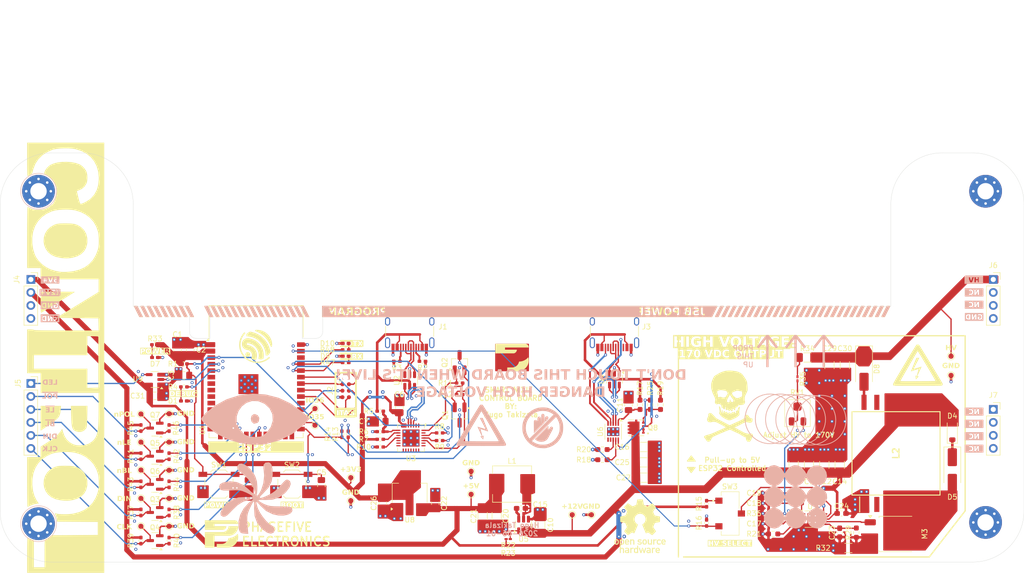
<source format=kicad_pcb>
(kicad_pcb (version 20240108) (generator "pcbnew") (generator_version "8.0")
  (title_block (title "Control Board Layout"))
  (layers (0 "F.Cu" signal) (1 "In1.Cu" power) (2 "In2.Cu" power) (31 "B.Cu" signal) (34 "B.Paste" user) (35 "F.Paste" user) (36 "B.SilkS" user "B.Silkscreen") (37 "F.SilkS" user "F.Silkscreen") (38 "B.Mask" user) (39 "F.Mask" user) (44 "Edge.Cuts" user))
  (property "BOARD_NAME" "Control Board")
  (property "COMPANY" "Phasefive Electronics")
  (property "DESIGNER" "Hugo Takizala")
  (property "MODEL_DIR" "../models")
  (property "PROJECT_NAME" "Smart Nixie")
  (property "VARIANT" "Prototype")
  (net 0 "")
  (net 1 "+3V3")
  (net 2 "GND")
  (net 3 "/Block Diagram/MCU/CHIP_PU")
  (net 4 "+12V")
  (net 5 "+5V")
  (net 6 "+170V")
  (net 7 "/Block Diagram/MCU/LED_DIN")
  (net 10 "Net-(M3-Pad3)")
  (net 11 "/Block Diagram/MCU/RTS")
  (net 13 "/Block Diagram/Power/~{SHDN}")
  (net 14 "/Block Diagram/MCU/USB_D_P")
  (net 15 "/Block Diagram/MCU/USB_D_N")
  (net 16 "/Block Diagram/Logic Conversion/DRV_nLE_12V")
  (net 17 "/Block Diagram/Logic Conversion/DRV_DIN_12V")
  (net 18 "/Block Diagram/Logic Conversion/LED_DIN_5V")
  (net 19 "/Block Diagram/Logic Conversion/DRV_nBL_12V")
  (net 20 "/Block Diagram/Logic Conversion/DRV_nPOL_12V")
  (net 21 "/Block Diagram/Logic Conversion/DRV_CLK_12V")
  (net 22 "Net-(Q3-B)")
  (net 23 "Net-(Q4-B)")
  (net 24 "Net-(Q5-B)")
  (net 25 "Net-(Q6-B)")
  (net 26 "Net-(Q7-B)")
  (net 27 "/Block Diagram/Logic Conversion/MOSI_3V3")
  (net 28 "/Block Diagram/Logic Conversion/CLK_3V3")
  (net 29 "/Block Diagram/Logic Conversion/nLE_3V3")
  (net 30 "/Block Diagram/Logic Conversion/nBL_3V3")
  (net 31 "/Block Diagram/Logic Conversion/nPOL_3V3")
  (net 33 "Net-(D1-A)")
  (net 35 "Net-(D4-K)")
  (net 36 "Net-(D5-A)")
  (net 37 "Net-(D7-A)")
  (net 38 "Net-(D8-A)")
  (net 39 "Net-(J1-CC2)")
  (net 41 "Net-(J1-CC1)")
  (net 43 "/Block Diagram/MCU/MTMS")
  (net 44 "/Block Diagram/MCU/MTCK")
  (net 45 "Net-(Q1-B)")
  (net 46 "Net-(Q2-B)")
  (net 47 "/Block Diagram/MCU/U0TXD")
  (net 48 "Net-(SW3-A)")
  (net 50 "Net-(R35-Pad2)")
  (net 51 "/Block Diagram/Power/SW_5V")
  (net 52 "/Block Diagram/MCU/USB_CONN_P")
  (net 53 "/Block Diagram/MCU/USB_CONN_N")
  (net 74 "/Block Diagram/MCU/IO35")
  (net 79 "/Block Diagram/MCU/IO36")
  (net 86 "/Block Diagram/MCU/HV_EN")
  (net 89 "/Block Diagram/MCU/LED_DBG")
  (net 96 "unconnected-(H2-MP-Pad1)_7")
  (net 97 "/Block Diagram/Power/USB_CONN_P")
  (net 98 "/Block Diagram/Power/USB_CONN_N")
  (net 100 "/Block Diagram/MCU/MTDI")
  (net 101 "/Block Diagram/MCU/MTDO")
  (net 102 "Net-(R34-Pad2)")
  (net 103 "Net-(U3-~{SUSPEND})")
  (net 104 "Net-(U3-RXD)")
  (net 105 "Net-(U3-TXD)")
  (net 106 "Net-(U3-~{RST})")
  (net 107 "Net-(Q2-C)")
  (net 108 "Net-(Q1-C)")
  (net 110 "Net-(U7-SENSE)")
  (net 111 "/Block Diagram/MCU/GPIO0")
  (net 112 "Net-(C19-Pad1)")
  (net 113 "Net-(U3-VBUS)")
  (net 114 "Net-(U7-SS)")
  (net 115 "Net-(U7-VC)")
  (net 117 "/Block Diagram/Power/FB_DIV_5V")
  (net 118 "/Block Diagram/Power/BOOT_5V")
  (net 119 "/Block Diagram/MCU/U0RXD")
  (net 120 "/Block Diagram/MCU/DTR")
  (net 121 "Net-(U7-GATE)")
  (net 122 "/Block Diagram/MCU/VBUS")
  (net 123 "Net-(U7-RT)")
  (net 124 "Net-(D9-A)")
  (net 125 "Net-(D10-A)")
  (net 128 "/Block Diagram/Power/FB_DIV_HV")
  (net 129 "/Block Diagram/Power/USB_D_P")
  (net 130 "/Block Diagram/Power/USB_D_N")
  (net 132 "/Block Diagram/Power/USB_CC2")
  (net 133 "/Block Diagram/Power/USB_CC1")
  (net 135 "Net-(U6-VIN)")
  (net 136 "Net-(U6-GATE)")
  (net 137 "Net-(U6-VSET)")
  (net 138 "Net-(U6-ISET)")
  (net 140 "VBUS")
  (net 141 "Net-(Q8-Pad4)")
  (footprint "Capacitor_SMD:C_1206_3216Metric_Pad1.33x1.80mm_HandSolder" (layer "F.Cu") (at 158 137.75 90)
    (property "Reference" "C10")
    (property "Value" "2u2" (hide yes))
  )
  (footprint "Nixie Library:TRANS_AONR21307" (layer "F.Cu") (at 176.75 118.75 180)
    (property "Reference" "Q8")
    (property "Value" "AONR21307")
  )
  (footprint "Package_TO_SOT_SMD:TO-252-2" (layer "F.Cu") (at 227.5 139.5)
    (property "Reference" "M3")
    (property "Value" "IRLR3110ZTRPBF" (hide yes))
  )
  (footprint "Resistor_SMD:R_0402_1005Metric_Pad0.72x0.64mm_HandSolder" (layer "F.Cu") (at 126.75 122.5 180)
    (property "Reference" "R10")
    (property "Value" "10K 1%" (hide yes))
  )
  (footprint "Resistor_SMD:R_0402_1005Metric_Pad0.72x0.64mm_HandSolder" (layer "F.Cu") (at 88.4 110.75 180)
    (property "Reference" "R4")
    (property "Value" "1k 1%" (hide yes))
  )
  (footprint "TestPoint:TestPoint_Pad_D1.0mm" (layer "F.Cu") (at 114 118.25)
    (property "Reference" "TP23" (hide yes))
    (property "Value" "IO35")
  )
  (footprint "TestPoint:TestPoint_Pad_D1.0mm" (layer "F.Cu") (at 238.25 104.75)
    (property "Reference" "TP1" (hide yes))
    (property "Value" "170V+")
  )
  (footprint "Capacitor_SMD:C_1206_3216Metric_Pad1.33x1.80mm_HandSolder" (layer "F.Cu") (at 216.5 126 90)
    (property "Reference" "C14")
    (property "Value" "470n X7R 450V" (hide yes))
  )
  (footprint "Resistor_SMD:R_0201_0603Metric_Pad0.64x0.40mm_HandSolder" (layer "F.Cu") (at 151.75 139.5 180)
    (property "Reference" "R23")
    (property "Value" "10k2 1%")
  )
  (footprint "Connector_PinSocket_2.54mm:PinSocket_1x04_P2.54mm_Vertical" (layer "F.Cu") (at 58.5 89.75)
    (property "Reference" "J4")
    (property "Value" "Conn_01x08" (hide yes))
  )
  (footprint "TestPoint:TestPoint_Pad_D1.0mm" (layer "F.Cu") (at 80 116.05)
    (property "Reference" "TP17" (hide yes))
    (property "Value" "DRV_nPOL_12V" (hide yes))
  )
  (footprint "TestPoint:TestPoint_Pad_D1.0mm" (layer "F.Cu") (at 114 115)
    (property "Reference" "TP24" (hide yes))
    (property "Value" "IO36")
  )
  (footprint "Capacitor_SMD:C_0805_2012Metric_Pad1.18x1.45mm_HandSolder" (layer "F.Cu") (at 175.25 114.25 90)
    (property "Reference" "C11")
    (property "Value" "1u X7R 16V")
  )
  (footprint "Package_TO_SOT_SMD:SOT-23" (layer "F.Cu") (at 82.75 129.8 180)
    (property "Reference" "Q6")
    (property "Value" "MMBT2222A" (hide yes))
  )
  (footprint "Resistor_SMD:R_0402_1005Metric_Pad0.72x0.64mm_HandSolder" (layer "F.Cu") (at 80 129.8 -90)
    (property "Reference" "R43")
    (property "Value" "10k 1%" (hide yes))
  )
  (footprint "Capacitor_SMD:C_0805_2012Metric_Pad1.18x1.45mm_HandSolder" (layer "F.Cu") (at 127.25 133.5 -90)
    (property "Reference" "C26")
    (property "Value" "10u X5R 16V" (hide yes))
  )
  (footprint "Capacitor_SMD:C_0805_2012Metric_Pad1.18x1.45mm_HandSolder" (layer "F.Cu") (at 101 130 90)
    (property "Reference" "C4")
    (property "Value" "100n X7R 16V" (hide yes))
  )
  (footprint "Capacitor_SMD:C_1206_3216Metric_Pad1.33x1.80mm_HandSolder" (layer "F.Cu") (at 207.5 126 90)
    (property "Reference" "C8")
    (property "Value" "470n X7R 450V" (hide yes))
  )
  (footprint "TestPoint:TestPoint_Pad_D1.0mm" (layer "F.Cu") (at 121 128.5)
    (property "Reference" "TP4" (hide yes))
    (property "Value" "3V3+")
  )
  (footprint "Graphics:OSHW" (layer "F.Cu") (at 177.5 138)
    (property "Reference" "G3")
    (property "Value" "LOGO" (hide yes))
  )
  (footprint "Resistor_SMD:R_0402_1005Metric_Pad0.72x0.64mm_HandSolder" (layer "F.Cu") (at 190.5 133.5975 90)
    (property "Reference" "R15")
    (property "Value" "100k 1%" (hide yes))
  )
  (footprint "Capacitor_SMD:C_0805_2012Metric_Pad1.18x1.45mm_HandSolder" (layer "F.Cu") (at 115.25 130 90)
    (property "Reference" "C5")
    (property "Value" "100n X7R 16V" (hide yes))
  )
  (footprint "Package_TO_SOT_SMD:SOT-23-5" (layer "F.Cu") (at 82.75 109.3 180)
    (property "Reference" "U9")
    (property "Value" "SN74LV1T125DBV" (hide yes))
  )
  (footprint "Graphics:P5Logo" (layer "F.Cu") (at 152.5 105)
    (property "Reference" "G1")
    (property "Value" "LOGO" (hide yes))
  )
  (footprint "Capacitor_SMD:C_1206_3216Metric_Pad1.33x1.80mm_HandSolder" (layer "F.Cu") (at 178.25 122.5)
    (property "Reference" "C16")
    (property "Value" "4u7 X7R 50V")
  )
  (footprint "Package_TO_SOT_SMD:SOT-23-6" (layer "F.Cu") (at 132.5 109.5 -90)
    (property "Reference" "U2")
    (property "Value" "USBLC6-2SC6" (hide yes))
  )
  (footprint "Nixie Library:Potentiometer-3313J" (layer "F.Cu") (at 208.25 117.5)
    (property "Reference" "RV1")
    (property "Value" "20k 20%" (hide yes))
  )
  (footprint "Graphics:P5Logo" (layer "F.Cu") (at 95.75 139.5)
    (property "Reference" "G8")
    (property "Value" "LOGO" (hide yes))
  )
  (footprint "TestPoint:TestPoint_Pad_D1.0mm" (layer "F.Cu") (at 85.5 132.55)
    (property "Reference" "TP18" (hide yes))
    (property "Value" "GND")
  )
  (footprint "Resistor_SMD:R_0603_1608Metric_Pad0.98x0.95mm_HandSolder" (layer "F.Cu") (at 179.5 114.25 90)
    (property "Reference" "R25")
    (property "Value" "5k1")
  )
  (footprint "Resistor_SMD:R_0603_1608Metric_Pad0.98x0.95mm_HandSolder" (layer "F.Cu") (at 209.05 132.5 90)
    (property "Reference" "R24")
    (property "Value" "10k 1%" (hide yes))
  )
  (footprint "Resistor_SMD:R_0402_1005Metric_Pad0.72x0.64mm_HandSolder" (layer "F.Cu") (at 85.5 124.3 -90)
    (property "Reference" "R42")
    (property "Value" "1k 1%" (hide yes))
  )
  (footprint "Diode_SMD:D_SMA_Handsoldering" (layer "F.Cu") (at 238.5 127 -90)
    (property "Reference" "D5")
    (property "Value" "B160-13-F" (hide yes))
  )
  (footprint "Capacitor_SMD:C_0805_2012Metric_Pad1.18x1.45mm_HandSolder" (layer "F.Cu") (at 88.4 108.5 180)
    (property "Reference" "C3")
    (property "Value" "1u X7R 16V" (hide yes))
  )
  (footprint "Capacitor_SMD:C_1206_3216Metric_Pad1.33x1.80mm_HandSolder" (layer "F.Cu") (at 146.75 136 -90)
    (property "Reference" "C21")
    (property "Value" "22u X7R 16V")
  )
  (footprint "Capacitor_SMD:C_1206_3216Metric_Pad1.33x1.80mm_HandSolder" (layer "F.Cu") (at 210.5 126 90)
    (property "Reference" "C9")
    (property "Value" "470n X7R 450V" (hide yes))
  )
  (footprint "Resistor_SMD:R_0603_1608Metric_Pad0.98x0.95mm_HandSolder" (layer "F.Cu") (at 219.75 139.25 -90)
    (property "Reference" "R29")
    (property "Value" "22R 1%" (hide yes))
  )
  (footprint "TestPoint:TestPoint_Pad_D1.0mm" (layer "F.Cu") (at 164.25 135.75)
    (property "Reference" "TP2" (hide yes))
    (property "Value" "12V+" (hide yes))
  )
  (footprint "Connector:Tag-Connect_TC2030-IDC-NL_2x03_P1.27mm_Vertical" (layer "F.Cu") (at 120 111.5 -90)
    (property "Reference" "J2")
    (property "Value" "Conn_ARM_SWD_TagConnect_TC2030-NL" (hide yes))
  )
  (footprint "Diode_SMD:D_SOD-123" (layer "F.Cu") (at 238.5 119.425 90)
    (property "Reference" "D4")
    (property "Value" "BZT52C22-7-F" (hide yes))
  )
  (footprint "Package_TO_SOT_SMD:SOT-23-6" (layer "F.Cu") (at 172.5 109.25 -90)
    (property "Reference" "U4")
    (property "Value" "USBLC6-2SC6" (hide yes))
  )
  (footprint "Resistor_SMD:R_1206_3216Metric_Pad1.30x1.75mm_HandSolder" (layer "F.Cu") (at 210.2 105 180)
    (property "Reference" "R34")
    (property "Value" "1M  0.5%" (hide yes))
  )
  (footprint "Button_Switch_SMD:SW_SPST_TL3342" (layer "F.Cu") (at 95.25 129.75 180)
    (property "Reference" "SW1")
    (property "Value" "SW_Push" (hide yes))
  )
  (footprint "Graphics:Skull" (layer "F.Cu") (at 195 114.5)
    (property "Reference" "G10")
    (property "Value" "LOGO" (hide yes))
  )
  (footprint "LED_SMD:LED_0402_1005Metric_Pad0.77x0.64mm_HandSolder" (layer "F.Cu") (at 82.75 105 180)
    (property "Reference" "D7")
    (property "Value" "LED" (hide yes))
  )
  (footprint "MountingHole:MountingHole_3.2mm_M3_Pad_Via" (layer "F.Cu") (at 60 137.5)
    (property "Reference" "H3")
    (property "Value" "MountingHole_Pad_MP" (hide yes))
  )
  (footprint "Capacitor_SMD:C_0603_1608Metric_Pad1.08x0.95mm_HandSolder" (layer "F.Cu") (at 216.5 139.25 -90)
    (property "Reference" "C23")
    (property "Value" "10n X7R 50V")
  )
  (footprint "Nixie Library:DFN-10_3x3mm" (layer "F.Cu") (at 172.25 119.5 -90)
    (property "Reference" "U6")
    (property "Value" "HUSB238" (hide yes))
  )
  (footprint "Connector_PinSocket_2.54mm:PinSocket_1x06_P2.54mm_Vertical" (layer "F.Cu") (at 58.5 110.08)
    (property "Reference" "J5")
    (property "Value" "Conn_01x08" (hide yes))
  )
  (footprint "TestPoint:TestPoint_Pad_D1.0mm" (layer "F.Cu") (at 168 135.75)
    (property "Reference" "TP8" (hide yes))
    (property "Value" "GND" (hide yes))
  )
  (footprint "Capacitor_SMD:C_1206_3216Metric_Pad1.33x1.80mm_HandSolder" (layer "F.Cu") (at 178.25 128.5)
    (property "Reference" "C27")
    (property "Value" "4u7 X7R 50V")
  )
  (footprint "Package_TO_SOT_SMD:SOT-223" (layer "F.Cu") (at 132.5 131.5 90)
    (property "Reference" "U8")
    (property "Value" "TLV1117LV33DCYR" (hide yes))
  )
  (footprint "Resistor_SMD:R_0402_1005Metric_Pad0.72x0.64mm_HandSolder" (layer "F.Cu") (at 85.5 140.8 -90)
    (property "Reference" "R40")
    (property "Value" "1k 1%" (hide yes))
  )
  (footprint "Resistor_SMD:R_0402_1005Metric_Pad0.72x0.64mm_HandSolder" (layer "F.Cu") (at 120 106)
    (property "Reference" "R47")
    (property "Value" "1k 1%")
  )
  (footprint "Resistor_SMD:R_0402_1005Metric_Pad0.72x0.64mm_HandSolder" (layer "F.Cu") (at 80 124.3 -90)
    (property "Reference" "R41")
    (property "Value" "10k 1%" (hide yes))
  )
  (footprint "TestPoint:TestPoint_Pad_D1.0mm" (layer "F.Cu") (at 80 138)
    (property "Reference" "TP14" (hide yes))
    (property "Value" "DRV_CLK_12V" (hide yes))
  )
  (footprint "Package_DFN_QFN:QFN-28-1EP_5x5mm_P0.5mm_EP3.35x3.35mm" (layer "F.Cu") (at 132.75 120.75 -90)
    (property "Reference" "U3")
    (property "Value" "CP2102N-A02-GQFN28" (hide yes))
  )
  (footprint "Resistor_SMD:R_0402_1005Metric_Pad0.72x0.64mm_HandSolder" (layer "F.Cu") (at 85.5 135.3 -90)
    (property "Reference" "R38")
    (property "Value" "1k 1%" (hide yes))
  )
  (footprint "RF_Module:ESP32-S3-WROOM-1" (layer "F.Cu") (at 102.5 107.75)
    (property "Reference" "U1")
    (property "Value" "ESP32-S3-WROOM-1" (hide yes))
  )
  (footprint "Connector_PinSocket_2.54mm:PinSocket_1x04_P2.54mm_Vertical" (layer "F.Cu") (at 246.5 89.75)
    (property "Reference" "J6")
    (property "Value" "Conn_01x08")
  )
  (footprint "Capacitor_SMD:C_0805_2012Metric_Pad1.18x1.45mm_HandSolder" (layer "F.Cu") (at 126.75 117.5 180)
    (property "Reference" "C7")
    (property "Value" "1u X7R 16V" (hide yes))
  )
  (footprint "TestPoint:TestPoint_Pad_D1.0mm" (layer "F.Cu") (at 85.5 127.05)
    (property "Reference" "TP21" (hide yes))
    (property "Value" "GND")
  )
  (footprint "Package_TO_SOT_SMD:SOT-23_Handsoldering" (layer "F.Cu") (at 142.25 116.25 -90)
    (property "Reference" "Q1")
    (property "Value" "S8050" (hide yes))
  )
  (footprint "Capacitor_SMD:C_0805_2012Metric" (layer "F.Cu") (at 87.15 103.5 90)
    (property "Reference" "C1")
    (property "Value" "22u X5R 10V" (hide yes))
  )
  (footprint "MountingHole:MountingHole_3.2mm_M3_Pad_Via" (layer "F.Cu") (at 245 137.25 90)
    (property "Reference" "H4")
    (property "Value" "MountingHole_Pad_MP" (hide yes))
  )
  (footprint "Nixie Library:L_Abracon_ASPI-0630LR-150M-T15" (layer "F.Cu") (at 152.5 129.75 180)
    (property "Reference" "L1")
    (property "Value" "15u")
  )
  (footprint "TestPoint:TestPoint_Pad_D1.0mm" (layer "F.Cu") (at 144.5 131.75 -90)
    (property "Reference" "TP3" (hide yes))
    (property "Value" "5V+" (hide yes))
  )
  (footprint "Package_TO_SOT_SMD:TSOT-23-6" (layer "F.Cu") (at 154.75 137.75 90)
    (property "Reference" "U5")
    (property "Value" "LMR51625XFDDCR")
  )
  (footprint "Resistor_SMD:R_0402_1005Metric_Pad0.72x0.64mm_HandSolder" (layer "F.Cu") (at 142.25 112.25 180)
    (property "Reference" "R12")
    (property "Value" "10k 1%" (hide yes))
  )
  (footprint "Resistor_SMD:R_0402_1005Metric_Pad0.72x0.64mm_HandSolder" (layer "F.Cu") (at 142.25 110)
    (property "Reference" "R11")
    (property "Value" "10k 1%" (hide yes))
  )
  (footprint "Resistor_SMD:R_0402_1005Metric_Pad0.72x0.64mm_HandSolder" (layer "F.Cu") (at 138.3475 121.25)
    (property "Reference" "R9")
    (property "Value" "0R" (hide yes))
  )
  (footprint "Resistor_SMD:R_0402_1005Metric_Pad0.72x0.64mm_HandSolder" (layer "F.Cu") (at 119.25 120 -90)
    (property "Reference" "R14")
    (property "Value" "0R" (hide yes))
  )
  (footprint "Resistor_SMD:R_0402_1005Metric_Pad0.72x0.64mm_HandSolder" (layer "F.Cu") (at 85.5 118.8 -90)
    (property "Reference" "R46")
    (property "Value" "1k 1%" (hide yes))
  )
  (footprint "Capacitor_SMD:C_1206_3216Metric_Pad1.33x1.80mm_HandSolder" (layer "F.Cu") (at 214.5 106.5 -90)
    (property "Reference" "C29")
    (property "Value" "470n X7R 450V" (hide yes))
  )
  (footprint "TestPoint:TestPoint_Pad_D1.0mm" (layer "F.Cu") (at 80 132.55)
    (property "Reference" "TP13" (hide yes))
    (property "Value" "DRV_DIN_12V" (hide yes))
  )
  (footprint "MountingHole:MountingHole_3.2mm_M3_Pad_Via" (layer "F.Cu") (at 245 72.5)
    (property "Reference" "H2")
    (property "Value" "MountingHole_Pad_MP" (hide yes))
  )
  (footprint "Package_TO_SOT_SMD:SOT-23_Handsoldering" (layer "F.Cu") (at 142.25 106 90)
    (property "Reference" "Q2")
    (property "Value" "S8050" (hide yes))
  )
  (footprint "Resistor_SMD:R_0402_1005Metric_Pad0.72x0.64mm_HandSolder" (layer "F.Cu") (at 130 105.75 180)
    (property "Reference" "R3")
    (property "Value" "5k1 1%" (hide yes))
  )
  (footprint "Resistor_SMD:R_0603_1608Metric_Pad0.98x0.95mm_HandSolder" (layer "F.Cu") (at 181.5 114.25 -90)
    (property "Reference" "R19")
    (property "Value" "49k9 1%")
  )
  (footprint "Resistor_SMD:R_0603_1608Metric_Pad0.98x0.95mm_HandSolder" (layer "F.Cu") (at 170.1625 123 180)
    (property "Reference" "R20")
    (property "Value" "10k 1%")
  )
  (footprint "Capacitor_SMD:C_0603_1608Metric_Pad1.08x0.95mm_HandSolder" (layer "F.Cu") (at 154.25 134.5)
    (property "Reference" "C15")
    (property "Value" "100n X7R 50V" (hide yes))
  )
  (footprint "Resistor_SMD:R_0402_1005Metric_Pad0.72x0.64mm_HandSolder" (layer "F.Cu") (at 82.75 102.5)
    (property "Reference" "R33")
    (property "Value" "1k 1%" (hide yes))
  )
  (footprint "Graphics:Expressif" (layer "F.Cu") (at 102.5 103)
    (property "Reference" "G4")
    (property "Value" "LOGO" (hide yes))
  )
  (footprint "Resistor_SMD:R_1206_3216Metric_Pad1.30x1.75mm_HandSolder" (layer "F.Cu") (at 218.2 142.25 180)
    (property "Reference" "R32")
    (property "Value" "20mR 1%" (hide yes))
  )
  (footprint "Capacitor_SMD:C_0603_1608Metric_Pad1.08x0.95mm_HandSolder" (layer "F.Cu") (at 203.5 137.5 180)
    (property "Reference" "C17")
    (property "Value" "100n X7R 50V" (hide yes))
  )
  (footprint "Button_Switch_SMD:SW_SPST_TL3342" (layer "F.Cu") (at 109.5 129.75 180)
    (property "Reference" "SW2")
    (property "Value" "SW_Push" (hide yes))
  )
  (footprint "Connector_PinSocket_2.54mm:PinSocket_1x04_P2.54mm_Vertical" (layer "F.Cu") (at 246.5 115.15)
    (property "Reference" "J7")
    (property "Value" "Conn_01x08")
  )
  (footprint "Diode_SMD:D_SMA_Handsoldering" (layer "F.Cu") (at 221.25 107.25 -90)
    (property "Reference" "D8")
    (property "Value" "ES1G" (hide yes))
  )
  (footprint "Resistor_SMD:R_0402_1005Metric_Pad0.72x0.64mm_HandSolder" (layer "F.Cu") (at 120.5 120 -90)
    (property "Reference" "R13")
    (property "Value" "0R" (hide yes))
  )
  (footprint "Capacitor_SMD:C_0805_2012Metric_Pad1.18x1.45mm_HandSolder" (layer "F.Cu") (at 89.65 103.5 90)
    (property "Reference" "C2")
    (property "Value" "100n X7R 16V" (hide yes))
  )
  (footprint "Package_SO:MSOP-10-1EP_3x3mm_P0.5mm_EP1.68x1.88mm_ThermalVias" (layer "F.Cu") (at 211.2 136.6)
    (property "Reference" "U7")
    (property "Value" "LT3757EMSE" (hide yes))
  )
  (footprint "TestPoint:TestPoint_Pad_D1.0mm" (layer "F.Cu") (at 121 133)
    (property "Reference" "TP10" (hide yes))
    (property "Value" "GND")
  )
  (footprint "Resistor_SMD:R_0402_1005Metric_Pad0.72x0.64mm_HandSolder" (layer "F.Cu") (at 126.75 119.5)
    (property "Reference" "R6")
    (property "Value" "47k5 1%" (hide yes))
  )
  (footprint "Capacitor_SMD:C_0805_2012Metric_Pad1.18x1.45mm_HandSolder" (layer "F.Cu") (at 137.5 133.5 90)
    (property "Reference" "C22")
    (property "Value" "1u X7R 16V" (hide yes))
  )
  (footprint "Resistor_SMD:R_0402_1005Metric_Pad0.72x0.64mm_HandSolder" (layer "F.Cu") (at 126.75 121)
    (property "Reference" "R7")
    (property "Value" "1k 1%" (hide yes))
  )
  (footprint "TestPoint:TestPoint_Pad_D1.0mm" (layer "F.Cu") (at 85.5 116)
    (property "Reference" "TP22" (hide yes))
    (property "Value" "GND")
  )
  (footprint "Nixie Library:CLSB12B01T" (layer "F.Cu") (at 194.5 135.5 -90)
    (property "Reference" "SW3")
    (property "Value" "SW_SPDT")
  )
  (footprint "Resistor_SMD:R_0603_1608Metric_Pad0.98x0.95mm_HandSolder" (layer "F.Cu") (at 203.5 135.5 180)
    (property "Reference" "R36")
    (property "Value" "10k 1%" (hide yes))
  )
  (footprint "Capacitor_SMD:C_1206_3216Metric_Pad1.33x1.80mm_HandSolder" (layer "F.Cu") (at 213.5 126 90)
    (property "Reference" "C12")
    (property "Value" "470n X7R 450V" (hide yes))
  )
  (footprint "Resistor_SMD:R_0603_1608Metric_Pad0.98x0.95mm_HandSolder" (layer "F.Cu") (at 203.5 139.5 180)
    (property "Reference" "R21")
    (property "Value" "140k 1%" (hide yes))
  )
  (footprint "TestPoint:TestPoint_Pad_D1.0mm" (layer "F.Cu") (at 144.5 127.25 -90)
    (property "Reference" "TP9" (hide yes))
    (property "Value" "GND" (hide yes))
  )
  (footprint "Capacitor_SMD:C_1206_3216Metric_Pad1.33x1.80mm_HandSolder" (layer "F.Cu") (at 149.5 136 -90)
    (property "Reference" "C20")
    (property "Value" "22u X7R 16V")
  )
  (footprint "Capacitor_SMD:C_0603_1608Metric_Pad1.08x0.95mm_HandSolder" (layer "F.Cu") (at 216.8625 135.5)
    (property "Reference" "C24")
    (property "Value" "10u X5R 10V")
  )
  (footprint "Package_TO_SOT_SMD:SOT-23" (layer "F.Cu") (at 82.75 135.3 180)
    (property "Reference" "Q3")
    (property "Value" "MMBT2222A" (hide yes))
  )
  (footprint "Capacitor_SMD:C_1206_3216Metric_Pad1.33x1.80mm_HandSolder" (layer "F.Cu") (at 217.5 106.5 -90)
    (property "Reference" "C30")
    (property "Value" "470n X7R 450V" (hide yes))
  )
  (footprint "Resistor_SMD:R_0402_1005Metric_Pad0.72x0.64mm_HandSolder" (layer "F.Cu") (at 85.5 129.8 -90)
    (property "Reference" "R44")
    (property "Value" "1k 1%" (hide yes))
  )
  (footprint "TestPoint:TestPoint_Pad_D1.0mm" (layer "F.Cu") (at 238.25 108.5)
    (property "Reference" "TP7" (hide yes))
    (property "Value" "GND")
  )
  (footprint "Resistor_SMD:R_0603_1608Metric_Pad0.98x0.95mm_HandSolder" (layer "F.Cu") (at 170.1625 125 180)
    (property "Reference" "R18")
    (property "Value" "10k5 1%")
  )
  (footprint "Capacitor_SMD:C_1206_3216Metric_Pad1.33x1.80mm_HandSolder" (layer "F.Cu") (at 178.25 125.5)
    (property "Reference" "C25")
    (property "Value" "4u7 X7R 50V")
  )
  (footprint "LED_SMD:LED_0402_1005Metric_Pad0.77x0.64mm_HandSolder" (layer "F.Cu") (at 120 104.75)
    (property "Reference" "D9")
    (property "Value" "LED")
  )
  (footprint "Resistor_SMD:R_0402_1005Metric_Pad0.72x0.64mm_HandSolder" (layer "F.Cu") (at 88.4 106.25)
    (property "Reference" "R1")
    (property "Value" "10k 1%" (hide yes))
  )
  (footprint "Capacitor_SMD:C_0603_1608Metric_Pad1.08x0.95mm_HandSolder" (layer "F.Cu") (at 203.5 133.5 180)
    (property "Reference" "C18")
    (property "Value" "100p  X7R  50V")
  )
  (footprint "TestPoint:TestPoint_Pad_D1.0mm" (layer "F.Cu") (at 80 121.55)
    (property "Reference" "TP15" (hide yes))
    (property "Value" "DRV_nLE_12V" (hide yes))
  )
  (footprint "Connector_USB:USB_C_Receptacle_HRO_TYPE-C-31-M-12" (layer "F.Cu") (at 172.5 99 180)
    (property "Reference" "J3")
    (property "Value" "USB_C_Receptacle_USB2.0_16P" (hide yes))
  )
  (footprint "Resistor_SMD:R_0201_0603Metric_Pad0.64x0.40mm_HandSolder" (layer "F.Cu") (at 151.75 140.5)
    (property "Reference" "R22")
    (property "Value" "53k6 1%")
  )
  (footprint "Connector_USB:USB_C_Receptacle_HRO_TYPE-C-31-M-12" (layer "F.Cu") (at 132.5 99 180)
    (property "Reference" "J1")
    (property "Value" "USB_C_Receptacle_USB2.0_16P" (hide yes))
  )
  (footprint "Resistor_SMD:R_0402_1005Metric_Pad0.72x0.64mm_HandSolder" (layer "F.Cu") (at 80 118.8 -90)
    (property "Reference" "R45")
    (property "Value" "10k 1%" (hide yes))
  )
  (footprint "Resistor_SMD:R_0201_0603Metric_Pad0.64x0.40mm_HandSolder" (layer "F.Cu") (at 208.25 109.1675 -90)
    (property "Reference" "R35")
    (property "Value" "54k9 1%")
  )
  (footprint "Resistor_SMD:R_0402_1005Metric_Pad0.72x0.64mm_HandSolder" (layer "F.Cu") (at 138.3475 119.75)
    (property "Reference" "R8")
    (property "Value" "0R" (hide yes))
  )
  (footprint "Capacitor_SMD:C_0805_2012Metric_Pad1.18x1.45mm_HandSolder" (layer "F.Cu") (at 82.75 112.5)
    (property "Reference" "C31")
    (property "Value" "100n X7R 16V" (hide yes))
  )
  (footprint "MountingHole:MountingHole_3.2mm_M3_Pad_Via" (layer "F.Cu") (at 60 72.5)
    (property "Reference" "H1")
    (property "Value" "MountingHole_Pad_MP" (hide yes))
  )
  (footprint "TestPoint:TestPoint_Pad_D1.0mm" (layer "F.Cu") (at 80 127)
    (property "Reference" "TP16" (hide yes))
    (property "Value" "DRV_nBL_12V" (hide yes))
  )
  (footprint "LED_SMD:LED_0402_1005Metric_Pad0.77x0.64mm_HandSolder" (layer "F.Cu") (at 88.4 113.5 180)
    (property "Reference" "D1")
    (property "Value" "LED" (hide yes))
  )
  (footprint "Resistor_SMD:R_0402_1005Metric_Pad0.72x0.64mm_HandSolder" (layer "F.Cu") (at 126.75 115.5)
    (property "Reference" "R5")
    (property "Value" "22k1 1%" (hide yes))
  )
  (footprint "Resistor_SMD:R_0402_1005Metric_Pad0.72x0.64mm_HandSolder" (layer "F.Cu") (at 80 135.3 -90)
    (property "Reference" "R37")
    (property "Value" "10k 1%" (hide yes))
  )
  (footprint "Resistor_SMD:R_0402_1005Metric_Pad0.72x0.64mm_HandSolder" (layer "F.Cu") (at 80 140.8 -90)
    (property "Reference" "R39")
    (property "Value" "10k 1%" (hide yes))
  )
  (footprint "Resistor_SMD:R_0402_1005Metric_Pad0.72x0.64mm_HandSolder" (layer "F.Cu") (at 135 105.75)
    (property "Reference" "R2")
    (property "Value" "5k1 1%" (hide yes))
  )
  (footprint "Graphics:HV" (layer "F.Cu") (at 231.75 106.5)
    (property "Reference" "G11")
    (property "Value" "LOGO" (hide yes))
  )
  (footprint "Resistor_SMD:R_0402_1005Metric_Pad0.72x0.64mm_HandSolder" (layer "F.Cu") (at 120 103.5)
    (property "Reference" "R48")
    (property "Value" "1k 1%")
  )
  (footprint "Package_TO_SOT_SMD:SOT-23" (layer "F.Cu") (at 82.75 140.8 180)
    (property "Reference" "Q4")
    (property "Value" "MMBT2222A" (hide yes))
  )
  (footprint "Graphics:SidePanelArt" (layer "F.Cu") (at 65.25 105)
    (property "Reference" "G3" (hide yes))
    (property "Value" "LOGO" (hide yes))
  )
  (footprint "Resistor_SMD:R_0603_1608Metric_Pad0.98x0.95mm_HandSolder" (layer "F.Cu") (at 177.5 114.25 -90)
    (property "Reference" "R17")
    (property "Value" "10R 1%")
  )
  (footprint "LED_SMD:LED_0402_1005Metric_Pad0.77x0.64mm_HandSolder" (layer "F.Cu") (at 120 102.25)
    (property "Reference" "D10")
    (property "Value" "LED")
  )
  (footprint "Package_TO_SOT_SMD:SOT-23" (layer "F.Cu") (at 82.75 118.8 180)
    (property "Reference" "Q7")
    (property "Value" "MMBT2222A" (hide yes))
  )
  (footprint "Nixie Library:DA2032-AL" (layer "F.Cu") (at 227.5 123.75 90)
    (property "Reference" "L2")
    (property "Value" "DA2032-ALD" (hide yes))
  )
  (footprint "Capacitor_SMD:C_0805_2012Metric_Pad1.18x1.45mm_HandSolder" (layer "F.Cu") (at 130.5 114.75 90)
    (property "Reference" "C6")
    (property "Value" "10u X5R 16V" (hide yes))
  )
  (footprint "TestPoint:TestPoint_Pad_D1.0mm" (layer "F.Cu") (at 85.5 121.55)
    (property "Reference" "TP20" (hide yes))
    (property "Value" "GND")
  )
  (footprint "TestPoint:TestPoint_Pad_D1.0mm" (layer "F.Cu") (at 85.5 138 90)
    (property "Reference" "TP19" (hide yes))
    (property "Value" "GND")
  )
  (footprint "Resistor_SMD:R_0402_1005Metric_Pad0.72x0.64mm_HandSolder" (layer "F.Cu") (at 190.5 137.3475 90)
    (property "Reference" "R16")
    (property "Value" "2k7 1%" (hide yes))
  )
  (footprint "Capacitor_SMD:C_0603_1608Metric_Pad1.08x0.95mm_HandSolder" (layer "F.Cu") (at 203.5 131.5 180)
    (property "Reference" "C19")
    (property "Value" "22n X7R 50V")
  )
  (footprint "Package_TO_SOT_SMD:SOT-23" (layer "F.Cu") (at 82.75 124.3 180)
    (property "Reference" "Q5")
    (property "Value" "MMBT2222A" (hide yes))
  )
  (footprint "Graphics:Arrow" (layer "B.Cu") (at 202.5 103.5 90)
    (property "Reference" "G12")
    (property "Value" "LOGO" (hide yes))
  )
  (footprint "Graphics:Arrow" (layer "B.Cu") (at 208 103.5 90)
    (property "Reference" "G13")
    (property "Value" "LOGO" (hide yes))
  )
  (footprint "Graphics:AbstractDecal2" (layer "B.Cu") (at 102.5 118 180)
    (property "Reference" "G9" (hide yes))
    (property "Value" "LOGO" (hide yes))
  )
  (footprint "Graphics:AbstractDecal3" (layer "B.Cu") (at 102.5 132.25 180)
    (property "Reference" "G7")
    (property "Value" "LOGO" (hide yes))
  )
  (footprint "Graphics:HV" (layer "B.Cu") (at 146.5 118.25 180)
    (property "Reference" "G6")
    (property "Value" "LOGO" (hide yes))
  )
  (footprint "Graphics:Arrow" (layer "B.Cu") (at 213.5 103.5 90)
    (property "Reference" "G14")
    (property "Value" "LOGO" (hide yes))
  )
  (footprint "Graphics:AbstractDecal1" (layer "B.Cu") (at 208.157793 132.724697 180)
    (property "Reference" "G2")
    (property "Value" "LOGO" (hide yes))
  )
  (footprint "Graphics:NoTouch" (layer "B.Cu") (at 158.5 118.75 180)
    (property "Reference" "G5")
    (property "Value" "LOGO" (hide yes))
  )
  (gr_poly (pts (xy 210 95) (xy 209 97) (xy 208.5 97) (xy 209.5 95)) (stroke (width 0.2)) (fill solid) (layer "B.SilkS"))
  (gr_rect (start 243.7 89.1) (end 244.45 90.55) (stroke (width 0.1)) (fill solid) (layer "B.SilkS"))
  (gr_poly (pts (xy 220 95) (xy 219 97) (xy 218.5 97) (xy 219.5 95)) (stroke (width 0.2)) (fill solid) (layer "B.SilkS"))
  (gr_rect (start 241 96.35) (end 244.5 97.8) (stroke (width 0.1)) (fill none) (layer "B.SilkS"))
  (gr_poly (pts (xy 195 95) (xy 194 97) (xy 193.5 97) (xy 194.5 95)) (stroke (width 0.2)) (fill solid) (layer "B.SilkS"))
  (gr_circle (center 60 72.5) (end 60 69) (stroke (width 0.1)) (fill none) (layer "B.SilkS"))
  (gr_poly (pts (xy 85 95) (xy 86 97) (xy 86.5 97) (xy 85.5 95)) (stroke (width 0.2)) (fill solid) (layer "B.SilkS"))
  (gr_rect (start 241 93.95) (end 244.5 93.9754) (stroke (width 0.1)) (fill solid) (layer "B.SilkS"))
  (gr_poly (pts (xy 97.5 95) (xy 98.5 97) (xy 99 97) (xy 98 95)) (stroke (width 0.2)) (fill solid) (layer "B.SilkS"))
  (gr_rect (start 60.5 96.6123) (end 60.7 98.0623) (stroke (width 0.1)) (fill solid) (layer "B.SilkS"))
  (gr_rect (start 241 91.55) (end 241.7 93) (stroke (width 0.1)) (fill solid) (layer "B.SilkS"))
  (gr_rect (start 60.5 89.25) (end 60.9 90.5) (stroke (width 0.1)) (fill solid) (layer "B.SilkS"))
  (gr_rect (start 241 122.2) (end 244.45 122.2254) (stroke (width 0.1)) (fill solid) (layer "B.SilkS"))
  (gr_rect (start 243.8 93.95) (end 244.5 95.4) (stroke (width 0.1)) (fill solid) (layer "B.SilkS"))
  (gr_poly (pts (xy 108.75 95) (xy 109.75 97) (xy 110.25 97) (xy 109.25 95)) (stroke (width 0.2)) (fill solid) (layer "B.SilkS"))
  (gr_poly (pts (xy 216.25 95) (xy 215.25 97) (xy 214.75 97) (xy 215.75 95)) (stroke (width 0.2)) (fill solid) (layer "B.SilkS"))
  (gr_rect (start 241 121.0746) (end 244.45 121.1) (stroke (width 0.1)) (fill solid) (layer "B.SilkS"))
  (gr_poly (pts (xy 201.25 95) (xy 200.25 97) (xy 199.75 97) (xy 200.75 95)) (stroke (width 0.2)) (fill solid) (layer "B.SilkS"))
  (gr_rect (start 241 91.55) (end 244.5 91.6) (stroke (width 0.1)) (fill solid) (layer "B.SilkS"))
  (gr_poly (pts (xy 78.75 95) (xy 79.75 97) (xy 80.25 97) (xy 79.25 95)) (stroke (width 0.2)) (fill solid) (layer "B.SilkS"))
  (gr_poly (pts (xy 102.5 95) (xy 103.5 97) (xy 104 97) (xy 103 95)) (stroke (width 0.2)) (fill solid) (layer "B.SilkS"))
  (gr_rect (start 60.5 91.6) (end 64 92.95) (stroke (width 0.1)) (fill none) (layer "B.SilkS"))
  (gr_poly (pts (xy 105 95) (xy 106 97) (xy 106.5 97) (xy 105.5 95)) (stroke (width 0.2)) (fill solid) (layer "B.SilkS"))
  (gr_poly (pts (xy 197.5 95) (xy 196.5 97) (xy 196 97) (xy 197 95)) (stroke (width 0.2)) (fill solid) (layer "B.SilkS"))
  (gr_poly (pts (xy 206.25 95) (xy 205.25 97) (xy 204.75 97) (xy 205.75 95)) (stroke (width 0.2)) (fill solid) (layer "B.SilkS"))
  (gr_rect (start 241 119.675) (end 241.75 121.125) (stroke (width 0.1)) (fill solid) (layer "B.SilkS"))
  (gr_poly (pts (xy 218.75 95) (xy 217.75 97) (xy 217.25 97) (xy 218.25 95)) (stroke (width 0.2)) (fill solid) (layer "B.SilkS"))
  (gr_poly (pts (xy 110 95) (xy 111 97) (xy 111.5 97) (xy 110.5 95)) (stroke (width 0.2)) (fill solid) (layer "B.SilkS"))
  (gr_poly (pts (xy 196.25 95) (xy 195.25 97) (xy 194.75 97) (xy 195.75 95)) (stroke (width 0.2)) (fill solid) (layer "B.SilkS"))
  (gr_rect (start 241 122.1) (end 241.75 123.55) (stroke (width 0.1)) (fill solid) (layer "B.SilkS"))
  (gr_rect (start 241.1 96.4) (end 244.4 97.7) (stroke (width 0.125)) (fill none) (layer "B.SilkS"))
  (gr_rect (start 241 119.675) (end 244.5 121.125) (stroke (width 0.1)) (fill none) (layer "B.SilkS"))
  (gr_rect (start 241 114.85) (end 244.5 116.3) (stroke (width 0.1)) (fill none) (layer "B.SilkS"))
  (gr_poly (pts (xy 205 95) (xy 204 97) (xy 203.5 97) (xy 204.5 95)) (stroke (width 0.2)) (fill solid) (layer "B.SilkS"))
  (gr_poly (pts (xy 95 95) (xy 96 97) (xy 96.5 97) (xy 95.5 95)) (stroke (width 0.2)) (fill solid) (layer "B.SilkS"))
  (gr_rect (start 241 117.25) (end 244.5 117.4) (stroke (width 0.1)) (fill solid) (layer "B.SilkS"))
  (gr_poly (pts (xy 92.5 95) (xy 93.5 97) (xy 94 97) (xy 93 95)) (stroke (width 0.2)) (fill solid) (layer "B.SilkS"))
  (gr_circle (center 210.874074 117.25) (end 215.728196 117.25) (stroke (width 0.15)) (fill none) (layer "B.SilkS"))
  (gr_poly (pts (xy 222.5 95) (xy 221.5 97) (xy 221 97) (xy 222 95)) (stroke (width 0.2)) (fill solid) (layer "B.SilkS"))
  (gr_poly (pts (xy 193.75 95) (xy 192.75 97) (xy 192.25 97) (xy 193.25 95)) (stroke (width 0.2)) (fill solid) (layer "B.SilkS"))
  (gr_rect (start 241 119.675) (end 244.5 119.8) (stroke (width 0.1)) (fill solid) (layer "B.SilkS"))
  (gr_rect (start 243.8 114.85) (end 244.5 116.3) (stroke (width 0.1)) (fill solid) (layer "B.SilkS"))
  (gr_poly (pts (xy 225 95) (xy 224 97) (xy 223.5 97) (xy 224.5 95)) (stroke (width 0.2)) (fill solid) (layer "B.SilkS"))
  (gr_poly (pts (xy 96.25 95) (xy 97.25 97) (xy 97.75 97) (xy 96.75 95)) (stroke (width 0.2)) (fill solid) (layer "B.SilkS"))
  (gr_rect (start 127.75 95) (end 177.25 97) (stroke (width 0.2)) (fill solid) (layer "B.SilkS"))
  (gr_rect (start 241 95.3) (end 244.5 95.4) (stroke (width 0.1)) (fill solid) (layer "B.SilkS"))
  (gr_rect (start 241 116.175) (end 244.5 116.3) (stroke (width 0.1)) (fill solid) (layer "B.SilkS"))
  (gr_poly (pts (xy 81.25 95) (xy 82.25 97) (xy 82.75 97) (xy 81.75 95)) (stroke (width 0.2)) (fill solid) (layer "B.SilkS"))
  (gr_poly (pts (xy 202.5 95) (xy 201.5 97) (xy 201 97) (xy 202 95)) (stroke (width 0.2)) (fill solid) (layer "B.SilkS"))
  (gr_poly (pts (xy 203.75 95) (xy 202.75 97) (xy 202.25 97) (xy 203.25 95)) (stroke (width 0.2)) (fill solid) (layer "B.SilkS"))
  (gr_rect (start 241 117.25) (end 244.5 118.7) (stroke (width 0.1)) (fill none) (layer "B.SilkS"))
  (gr_rect (start 243.8 117.25) (end 244.5 118.7) (stroke (width 0.1)) (fill solid) (layer "B.SilkS"))
  (gr_poly (pts (xy 207.55 94.95) (xy 206.55 96.95) (xy 206.05 96.95) (xy 207.05 94.95)) (stroke (width 0.2)) (fill solid) (layer "B.SilkS"))
  (gr_rect (start 60.5 96.6123) (end 64 96.8) (stroke (width 0.1)) (fill solid) (layer "B.SilkS"))
  (gr_poly (pts (xy 217.5 95) (xy 216.5 97) (xy 216 97) (xy 217 95)) (stroke (width 0.2)) (fill solid) (layer "B.SilkS"))
  (gr_poly (pts (xy 212.5 95) (xy 211.5 97) (xy 211 97) (xy 212 95)) (stroke (width 0.2)) (fill solid) (layer "B.SilkS"))
  (gr_rect (start 60.5 91.6) (end 64 91.7) (stroke (width 0.1)) (fill solid) (layer "B.SilkS"))
  (gr_circle (center 202.874074 117) (end 207.728196 117) (stroke (width 0.15)) (fill none) (layer "B.SilkS"))
  (gr_poly (pts (xy 108.75 95) (xy 109.75 97) (xy 110.25 97) (xy 109.25 95)) (stroke (width 0.2)) (fill solid) (layer "B.SilkS"))
  (gr_poly (pts (xy 221.25 95) (xy 220.25 97) (xy 219.75 97) (xy 220.75 95)) (stroke (width 0.2)) (fill solid) (layer "B.SilkS"))
  (gr_circle (center 206.874074 117.104121) (end 211.728196 117.104121) (stroke (width 0.15)) (fill none) (layer "B.SilkS"))
  (gr_poly (pts (xy 111.25 95) (xy 112.25 97) (xy 112.75 97) (xy 111.75 95)) (stroke (width 0.2)) (fill solid) (layer "B.SilkS"))
  (gr_poly (pts (xy 83.75 95) (xy 84.75 97) (xy 85.25 97) (xy 84.25 95)) (stroke (width 0.2)) (fill solid) (layer "B.SilkS"))
  (gr_poly (pts (xy 101.25 95) (xy 102.25 97) (xy 102.75 97) (xy 101.75 95)) (stroke (width 0.2)) (fill solid) (layer "B.SilkS"))
  (gr_poly (pts (xy 80 95) (xy 81 97) (xy 81.5 97) (xy 80.5 95)) (stroke (width 0.2)) (fill solid) (layer "B.SilkS"))
  (gr_poly (pts (xy 86.25 95) (xy 87.25 97) (xy 87.75 97) (xy 86.75 95)) (stroke (width 0.2)) (fill solid) (layer "B.SilkS"))
  (gr_poly (pts (xy 192.5 95) (xy 191.5 97) (xy 191 97) (xy 192 95)) (stroke (width 0.2)) (fill solid) (layer "B.SilkS"))
  (gr_poly (pts (xy 198.75 95) (xy 197.75 97) (xy 197.25 97) (xy 198.25 95)) (stroke (width 0.2)) (fill solid) (layer "B.SilkS"))
  (gr_rect (start 241 114.85) (end 241.7 116.3) (stroke (width 0.1)) (fill solid) (layer "B.SilkS"))
  (gr_circle (center 212.874074 117.25) (end 217.728196 117.25) (stroke (width 0.15)) (fill none) (layer "B.SilkS"))
  (gr_poly (pts (xy 87.5 95) (xy 88.5 97) (xy 89 97) (xy 88 95)) (stroke (width 0.2)) (fill solid) (layer "B.SilkS"))
  (gr_poly (pts (xy 98.75 95) (xy 99.75 97) (xy 100.25 97) (xy 99.25 95)) (stroke (width 0.2)) (fill solid) (layer "B.SilkS"))
  (gr_rect (start 240.95 89.1) (end 241.7 90.55) (stroke (width 0.1)) (fill solid) (layer "B.SilkS"))
  (gr_poly (pts (xy 208.75 95) (xy 207.75 97) (xy 207.25 97) (xy 208.25 95)) (stroke (width 0.2)) (fill solid) (layer "B.SilkS"))
  (gr_rect (start 60.5 92.83) (end 64 92.95) (stroke (width 0.1)) (fill solid) (layer "B.SilkS"))
  (gr_poly (pts (xy 190.25 95) (xy 192 95) (xy 191 97) (xy 190.25 97)) (stroke (width 0.2)) (fill solid) (layer "B.SilkS"))
  (gr_rect (start 115.5 95) (end 116.75 97) (stroke (width 0.2)) (fill solid) (layer "B.SilkS"))
  (gr_rect (start 241 122.1) (end 244.5 123.55) (stroke (width 0.1)) (fill none) (layer "B.SilkS"))
  (gr_circle (center 60 137.5) (end 60 134) (stroke (width 0.1)) (fill none) (layer "B.SilkS"))
  (gr_rect (start 60.5 96.6123) (end 64 98.0623) (stroke (width 0.1)) (fill none) (layer "B.SilkS"))
  (gr_rect (start 241 118.575) (end 244.5 118.7) (stroke (width 0.1)) (fill solid) (layer "B.SilkS"))
  (gr_circle (center 208.874074 117.104121) (end 213.728196 117.104121) (stroke (width 0.15)) (fill none) (layer "B.SilkS"))
  (gr_rect (start 177.25 95) (end 190.25 97) (stroke (width 0.2)) (fill none) (layer "B.SilkS"))
  (gr_poly (pts (xy 215 95) (xy 214 97) (xy 213.5 97) (xy 214.5 95)) (stroke (width 0.2)) (fill solid) (layer "B.SilkS"))
  (gr_rect (start 63.8246 94.1) (end 64 95.5) (stroke (width 0.1)) (fill solid) (layer "B.SilkS"))
  (gr_poly (pts (xy 106.25 95) (xy 107.25 97) (xy 107.75 97) (xy 106.75 95)) (stroke (width 0.2)) (fill solid) (layer "B.SilkS"))
  (gr_poly (pts (xy 92.5 95) (xy 93.5 97) (xy 94 97) (xy 93 95)) (stroke (width 0.2)) (fill solid) (layer "B.SilkS"))
  (gr_poly (pts (xy 100 95) (xy 101 97) (xy 101.5 97) (xy 100.5 95)) (stroke (width 0.2)) (fill solid) (layer "B.SilkS"))
  (gr_rect (start 63.8246 96.6123) (end 64 98.0623) (stroke (width 0.1)) (fill solid) (layer "B.SilkS"))
  (gr_rect (start 241 93.95) (end 244.5 95.4) (stroke (width 0.1)) (fill none) (layer "B.SilkS"))
  (gr_poly (pts (xy 213.75 95) (xy 212.75 97) (xy 212.25 97) (xy 213.25 95)) (stroke (width 0.2)) (fill solid) (layer "B.SilkS"))
  (gr_poly (pts (xy 88.75 95) (xy 89.75 97) (xy 90.25 97) (xy 89.25 95)) (stroke (width 0.2)) (fill solid) (layer "B.SilkS"))
  (gr_rect (start 241 117.25) (end 241.7 118.7) (stroke (width 0.1)) (fill solid) (layer "B.SilkS"))
  (gr_poly (pts (xy 107.5 95) (xy 108.5 97) (xy 109 97) (xy 108 95)) (stroke (width 0.2)) (fill solid) (layer "B.SilkS"))
  (gr_circle (center 204.874074 117) (end 209.728196 117) (stroke (width 0.15)) (fill none) (layer "B.SilkS"))
  (gr_rect (start 240.95 89.1) (end 244.45 90.55) (stroke (width 0.1)) (fill none) (layer "B.SilkS"))
  (gr_poly (pts (xy 93.75 95) (xy 94.75 97) (xy 95.25 97) (xy 94.25 95)) (stroke (width 0.2)) (fill solid) (layer "B.SilkS"))
  (gr_poly (pts (xy 82.5 95) (xy 83.5 97) (xy 84 97) (xy 83 95)) (stroke (width 0.2)) (fill solid) (layer "B.SilkS"))
  (gr_rect (start 63.84 91.7) (end 64 92.95) (stroke (width 0.1)) (fill solid) (layer "B.SilkS"))
  (gr_rect (start 243.725 122.1) (end 244.5 123.55) (stroke (width 0.1)) (fill solid) (layer "B.SilkS"))
  (gr_rect (start 240.95 89.1) (end 244.45 89.2) (stroke (width 0.1)) (fill solid) (layer "B.SilkS"))
  (gr_rect (start 60.5 94.1) (end 64 94.2) (stroke (width 0.1)) (fill solid) (layer "B.SilkS"))
  (gr_rect (start 241 123.4) (end 244.45 123.55) (stroke (width 0.1)) (fill solid) (layer "B.SilkS"))
  (gr_rect (start 60.5 94.1) (end 60.6754 95.5) (stroke (width 0.1)) (fill solid) (layer "B.SilkS"))
  (gr_rect (start 243.8 91.55) (end 244.5 93) (stroke (width 0.1)) (fill solid) (layer "B.SilkS"))
  (gr_poly (pts (xy 211.25 95) (xy 210.25 97) (xy 209.75 97) (xy 210.75 95)) (stroke (width 0.2)) (fill solid) (layer "B.SilkS"))
  (gr_poly (pts (xy 200 95) (xy 199 97) (xy 198.5 97) (xy 199.5 95)) (stroke (width 0.2)) (fill solid) (layer "B.SilkS"))
  (gr_poly (pts (xy 223.75 95) (xy 222.75 97) (xy 222.25 97) (xy 223.25 95)) (stroke (width 0.2)) (fill solid) (layer "B.SilkS"))
  (gr_rect (start 60.5 94.1) (end 64 95.5) (stroke (width 0.1)) (fill none) (layer "B.SilkS"))
  (gr_rect (start 60.5 89.2) (end 64 90.5) (stroke (width 0.1)) (fill none) (layer "B.SilkS"))
  (gr_rect (start 241 114.85) (end 244.5 115) (stroke (width 0.1)) (fill solid) (layer "B.SilkS"))
  (gr_rect (start 241 93.95) (end 241.7 95.4) (stroke (width 0.1)) (fill solid) (layer "B.SilkS"))
  (gr_rect (start 240.95 90.4) (end 244.45 90.5) (stroke (width 0.1)) (fill solid) (layer "B.SilkS"))
  (gr_rect (start 63.6 89.2) (end 64 90.5) (stroke (width 0.1)) (fill solid) (layer "B.SilkS"))
  (gr_rect (start 243.8 119.675) (end 244.5 121.125) (stroke (width 0.1)) (fill solid) (layer "B.SilkS"))
  (gr_rect (start 241 92.9) (end 244.5 93.0254) (stroke (width 0.1)) (fill solid) (layer "B.SilkS"))
  (gr_poly (pts (xy 226.25 95) (xy 225.25 97) (xy 224.75 97) (xy 225.75 95)) (stroke (width 0.2)) (fill solid) (layer "B.SilkS"))
  (gr_rect (start 241 91.55) (end 244.5 93) (stroke (width 0.1)) (fill none) (layer "B.SilkS"))
  (gr_rect (start 115.5 95) (end 128.007495 97.015405) (stroke (width 0.2)) (fill none) (layer "B.SilkS"))
  (gr_poly (pts (xy 103.75 95) (xy 104.75 97) (xy 105.25 97) (xy 104.25 95)) (stroke (width 0.2)) (fill solid) (layer "B.SilkS"))
  (gr_poly (pts (xy 225 95) (xy 224 97) (xy 223.5 97) (xy 224.5 95)) (stroke (width 0.2)) (fill solid) (layer "F.SilkS"))
  (gr_poly (pts (xy 101.25 95) (xy 102.25 97) (xy 102.75 97) (xy 101.75 95)) (stroke (width 0.2)) (fill solid) (layer "F.SilkS"))
  (gr_poly (pts (xy 222.5 95) (xy 221.5 97) (xy 221 97) (xy 222 95)) (stroke (width 0.2)) (fill solid) (layer "F.SilkS"))
  (gr_rect (start 115.5 95) (end 128.007495 97.015405) (stroke (width 0.2)) (fill none) (layer "F.SilkS"))
  (gr_poly (pts (xy 210 95) (xy 209 97) (xy 208.5 97) (xy 209.5 95)) (stroke (width 0.2)) (fill solid) (layer "F.SilkS"))
  (gr_rect (start 93.25 121.5) (end 99 123.5) (stroke (width 0.2)) (fill solid) (layer "F.SilkS"))
  (gr_poly (pts (xy 198.75 95) (xy 197.75 97) (xy 197.25 97) (xy 198.25 95)) (stroke (width 0.2)) (fill solid) (layer "F.SilkS"))
  (gr_line (start 118.8775 104.15) (end 123.1775 104.15) (stroke (width 0.1)) (layer "F.SilkS"))
  (gr_rect (start 118.95 102.7) (end 121.3 102.9) (stroke (width 0.1)) (fill solid) (layer "F.SilkS"))
  (gr_line (start 234 144) (end 241 135) (stroke (width 0.25)) (layer "F.SilkS"))
  (gr_poly (pts (xy 213.75 95) (xy 212.75 97) (xy 212.25 97) (xy 213.25 95)) (stroke (width 0.2)) (fill solid) (layer "F.SilkS"))
  (gr_poly (pts (xy 207.5 95) (xy 206.5 97) (xy 206 97) (xy 207 95)) (stroke (width 0.2)) (fill solid) (layer "F.SilkS"))
  (gr_rect (start 118.95 101.65) (end 121.3 101.85) (stroke (width 0.1)) (fill solid) (layer "F.SilkS"))
  (gr_rect (start 177.25 95) (end 190.25 97) (stroke (width 0.2)) (fill none) (layer "F.SilkS"))
  (gr_poly (pts (xy 212.5 95) (xy 211.5 97) (xy 211 97) (xy 212 95)) (stroke (width 0.2)) (fill solid) (layer "F.SilkS"))
  (gr_poly (pts (xy 208.75 95) (xy 207.75 97) (xy 207.25 97) (xy 208.25 95)) (stroke (width 0.2)) (fill solid) (layer "F.SilkS"))
  (gr_line (start 234 144) (end 186 144) (stroke (width 0.25)) (layer "F.SilkS"))
  (gr_poly (pts (xy 78.75 95) (xy 79.75 97) (xy 80.25 97) (xy 79.25 95)) (stroke (width 0.2)) (fill solid) (layer "F.SilkS"))
  (gr_line (start 185 144) (end 185 100.75) (stroke (width 0.25)) (layer "F.SilkS"))
  (gr_rect (start 105.5 121.5) (end 111.75 123.5) (stroke (width 0.2)) (fill solid) (layer "F.SilkS"))
  (gr_poly (pts (xy 195 95) (xy 194 97) (xy 193.5 97) (xy 194.5 95)) (stroke (width 0.2)) (fill solid) (layer "F.SilkS"))
  (gr_rect (start 118.8775 104.15) (end 121.2275 104.35) (stroke (width 0.1)) (fill solid) (layer "F.SilkS"))
  (gr_poly (pts (xy 203.75 95) (xy 202.75 97) (xy 202.25 97) (xy 203.25 95)) (stroke (width 0.2)) (fill solid) (layer "F.SilkS"))
  (gr_poly (pts (xy 83.75 95) (xy 84.75 97) (xy 85.25 97) (xy 84.25 95)) (stroke (width 0.2)) (fill solid) (layer "F.SilkS"))
  (gr_poly (pts (xy 218.75 95) (xy 217.75 97) (xy 217.25 97) (xy 218.25 95)) (stroke (width 0.2)) (fill solid) (layer "F.SilkS"))
  (gr_poly (pts (xy 100 95) (xy 101 97) (xy 101.5 97) (xy 100.5 95)) (stroke (width 0.2)) (fill solid) (layer "F.SilkS"))
  (gr_poly (pts (xy 187.5 127.5) (xy 188.25 126.5) (xy 186.75 126.5)) (stroke (width 0.2)) (fill solid) (layer "F.SilkS"))
  (gr_poly (pts (xy 80 95) (xy 81 97) (xy 81.5 97) (xy 80.5 95)) (stroke (width 0.2)) (fill solid) (layer "F.SilkS"))
  (gr_poly (pts (xy 108.75 95) (xy 109.75 97) (xy 110.25 97) (xy 109.25 95)) (stroke (width 0.2)) (fill solid) (layer "F.SilkS"))
  (gr_poly (pts (xy 103.75 95) (xy 104.75 97) (xy 105.25 97) (xy 104.25 95)) (stroke (width 0.2)) (fill solid) (layer "F.SilkS"))
  (gr_poly (pts (xy 220 95) (xy 219 97) (xy 218.5 97) (xy 219.5 95)) (stroke (width 0.2)) (fill solid) (layer "F.SilkS"))
  (gr_poly (pts (xy 216.25 95) (xy 215.25 97) (xy 214.75 97) (xy 215.75 95)) (stroke (width 0.2)) (fill solid) (layer "F.SilkS"))
  (gr_line (start 123.1775 104.15) (end 123.1775 105.4) (stroke (width 0.1)) (layer "F.SilkS"))
  (gr_poly (pts (xy 92.5 95) (xy 93.5 97) (xy 94 97) (xy 93 95)) (stroke (width 0.2)) (fill solid) (layer "F.SilkS"))
  (gr_rect (start 127.75 95) (end 177.25 97) (stroke (width 0.2)) (fill solid) (layer "F.SilkS"))
  (gr_poly (pts (xy 105 95) (xy 106 97) (xy 106.5 97) (xy 105.5 95)) (stroke (width 0.2)) (fill solid) (layer "F.SilkS"))
  (gr_poly (pts (xy 111.25 95) (xy 112.25 97) (xy 112.75 97) (xy 111.75 95)) (stroke (width 0.2)) (fill solid) (layer "F.SilkS"))
  (gr_poly (pts (xy 95 95) (xy 96 97) (xy 96.5 97) (xy 95.5 95)) (stroke (width 0.2)) (fill solid) (layer "F.SilkS"))
  (gr_poly (pts (xy 102.5 95) (xy 103.5 97) (xy 104 97) (xy 103 95)) (stroke (width 0.2)) (fill solid) (layer "F.SilkS"))
  (gr_line (start 123.1775 105.4) (end 118.8775 105.4) (stroke (width 0.1)) (layer "F.SilkS"))
  (gr_line (start 185 100.75) (end 241 100.75) (stroke (width 0.25)) (layer "F.SilkS"))
  (gr_poly (pts (xy 96.25 95) (xy 97.25 97) (xy 97.75 97) (xy 96.75 95)) (stroke (width 0.2)) (fill solid) (layer "F.SilkS"))
  (gr_poly (pts (xy 201.25 95) (xy 200.25 97) (xy 199.75 97) (xy 200.75 95)) (stroke (width 0.2)) (fill solid) (layer "F.SilkS"))
  (gr_poly (pts (xy 223.75 95) (xy 222.75 97) (xy 222.25 97) (xy 223.25 95)) (stroke (width 0.2)) (fill solid) (layer "F.SilkS"))
  (gr_poly (pts (xy 106.25 95) (xy 107.25 97) (xy 107.75 97) (xy 106.75 95)) (stroke (width 0.2)) (fill solid) (layer "F.SilkS"))
  (gr_poly (pts (xy 85 95) (xy 86 97) (xy 86.5 97) (xy 85.5 95)) (stroke (width 0.2)) (fill solid) (layer "F.SilkS"))
  (gr_rect (start 185 103.25) (end 202.75 105.25) (stroke (width 0.2)) (fill none) (layer "F.SilkS"))
  (gr_poly (pts (xy 196.25 95) (xy 195.25 97) (xy 194.75 97) (xy 195.75 95)) (stroke (width 0.2)) (fill solid) (layer "F.SilkS"))
  (gr_poly (pts (xy 192.5 95) (xy 191.5 97) (xy 191 97) (xy 192 95)) (stroke (width 0.2)) (fill solid) (layer "F.SilkS"))
  (gr_rect (start 185 100.75) (end 206.75 103.25) (stroke (width 0.2)) (fill none) (layer "F.SilkS"))
  (gr_poly (pts (xy 97.5 95) (xy 98.5 97) (xy 99 97) (xy 98 95)) (stroke (width 0.2)) (fill solid) (layer "F.SilkS"))
  (gr_poly (pts (xy 217.5 95) (xy 216.5 97) (xy 216 97) (xy 217 95)) (stroke (width 0.2)) (fill solid) (layer "F.SilkS"))
  (gr_poly (pts (xy 221.25 95) (xy 220.25 97) (xy 219.75 97) (xy 220.75 95)) (stroke (width 0.2)) (fill solid) (layer "F.SilkS"))
  (gr_line (start 123.25 101.65) (end 123.25 102.9) (stroke (width 0.1)) (layer "F.SilkS"))
  (gr_poly (pts (xy 193.75 95) (xy 192.75 97) (xy 192.25 97) (xy 193.25 95)) (stroke (width 0.2)) (fill solid) (layer "F.SilkS"))
  (gr_poly (pts (xy 87.5 95) (xy 88.5 97) (xy 89 97) (xy 88 95)) (stroke (width 0.2)) (fill solid) (layer "F.SilkS"))
  (gr_poly (pts (xy 202.5 95) (xy 201.5 97) (xy 201 97) (xy 202 95)) (stroke (width 0.2)) (fill solid) (layer "F.SilkS"))
  (gr_rect (start 99 121.5) (end 105.5 123.5) (stroke (width 0.2)) (fill none) (layer "F.SilkS"))
  (gr_poly (pts (xy 88.75 95) (xy 89.75 97) (xy 90.25 97) (xy 89.25 95)) (stroke (width 0.2)) (fill solid) (layer "F.SilkS"))
  (gr_poly (pts (xy 93.75 95) (xy 94.75 97) (xy 95.25 97) (xy 94.25 95)) (stroke (width 0.2)) (fill solid) (layer "F.SilkS"))
  (gr_poly (pts (xy 110 95) (xy 111 97) (xy 111.5 97) (xy 110.5 95)) (stroke (width 0.2)) (fill solid) (layer "F.SilkS"))
  (gr_poly (pts (xy 98.75 95) (xy 99.75 97) (xy 100.25 97) (xy 99.25 95)) (stroke (width 0.2)) (fill solid) (layer "F.SilkS"))
  (gr_poly (pts (xy 206.25 95) (xy 205.25 97) (xy 204.75 97) (xy 205.75 95)) (stroke (width 0.2)) (fill solid) (layer "F.SilkS"))
  (gr_poly (pts (xy 81.25 95) (xy 82.25 97) (xy 82.75 97) (xy 81.75 95)) (stroke (width 0.2)) (fill solid) (layer "F.SilkS"))
  (gr_poly (pts (xy 215 95) (xy 214 97) (xy 213.5 97) (xy 214.5 95)) (stroke (width 0.2)) (fill solid) (layer "F.SilkS"))
  (gr_poly (pts (xy 107.5 95) (xy 108.5 97) (xy 109 97) (xy 108 95)) (stroke (width 0.2)) (fill solid) (layer "F.SilkS"))
  (gr_rect (start 115.5 95.03081) (end 116.757495 97) (stroke (width 0.2)) (fill solid) (layer "F.SilkS"))
  (gr_rect (start 118.8775 105.2) (end 121.2275 105.4) (stroke (width 0.1)) (fill solid) (layer "F.SilkS"))
  (gr_line (start 127.75 95) (end 116.757495 95.03081) (stroke (width 0.2)) (layer "F.SilkS"))
  (gr_poly (pts (xy 82.5 95) (xy 83.5 97) (xy 84 97) (xy 83 95)) (stroke (width 0.2)) (fill solid) (layer "F.SilkS"))
  (gr_poly (pts (xy 197.5 95) (xy 196.5 97) (xy 196 97) (xy 197 95)) (stroke (width 0.2)) (fill solid) (layer "F.SilkS"))
  (gr_poly (pts (xy 187.5 124.25) (xy 186.75 125.25) (xy 188.25 125.25)) (stroke (width 0.2)) (fill solid) (layer "F.SilkS"))
  (gr_line (start 123.25 102.9) (end 118.95 102.9) (stroke (width 0.1)) (layer "F.SilkS"))
  (gr_rect (start 121.15 101.85) (end 121.3 102.65) (stroke (width 0.1)) (fill solid) (layer "F.SilkS"))
  (gr_poly (pts (xy 86.25 95) (xy 87.25 97) (xy 87.75 97) (xy 86.75 95)) (stroke (width 0.2)) (fill solid) (layer "F.SilkS"))
  (gr_line (start 118.95 101.65) (end 123.25 101.65) (stroke (width 0.1)) (layer "F.SilkS"))
  (gr_poly (pts (xy 205 95) (xy 204 97) (xy 203.5 97) (xy 204.5 95)) (stroke (width 0.2)) (fill solid) (layer "F.SilkS"))
  (gr_rect (start 121.0775 104.35) (end 121.2275 105.15) (stroke (width 0.1)) (fill solid) (layer "F.SilkS"))
  (gr_rect (start 118 108) (end 122 116.5) (stroke (width 0.35)) (fill none) (layer "F.SilkS"))
  (gr_poly (pts (xy 200 95) (xy 199 97) (xy 198.5 97) (xy 199.5 95)) (stroke (width 0.2)) (fill solid) (layer "F.SilkS"))
  (gr_poly (pts (xy 226.25 95) (xy 225.25 97) (xy 224.75 97) (xy 225.75 95)) (stroke (width 0.2)) (fill solid) (layer "F.SilkS"))
  (gr_rect (start 118 115) (end 122 116.5) (stroke (width 0.35)) (fill none) (layer "F.SilkS"))
  (gr_poly (pts (xy 211.25 95) (xy 210.25 97) (xy 209.75 97) (xy 210.75 95)) (stroke (width 0.2)) (fill solid) (layer "F.SilkS"))
  (gr_line (start 241 100.75) (end 241 135) (stroke (width 0.25)) (layer "F.SilkS"))
  (gr_poly (pts (xy 190.25 95) (xy 192 95) (xy 191 97) (xy 190.25 97)) (stroke (width 0.2)) (fill solid) (layer "F.SilkS"))
  (gr_line (start 111.5 95) (end 93.5 95) (stroke (width 0.05)) (layer "Edge.Cuts"))
  (gr_arc (start 115.5 100) (mid 115.133883 100.883883) (end 114.25 101.25) (stroke (width 0.05)) (layer "Edge.Cuts"))
  (gr_line (start 89.5 100) (end 89.5 96.000001) (stroke (width 0.05)) (layer "Edge.Cuts"))
  (gr_arc (start 62.5 145) (mid 55.428932 142.071068) (end 52.5 135) (stroke (width 0.05)) (layer "Edge.Cuts"))
  (gr_line (start 111.500006 101.25) (end 114.25 101.25) (stroke (width 0.05)) (layer "Edge.Cuts"))
  (gr_line (start 252.5 75) (end 252.5 135) (stroke (width 0.05)) (layer "Edge.Cuts"))
  (gr_line (start 115.5 100) (end 115.5 96) (stroke (width 0.05)) (layer "Edge.Cuts"))
  (gr_line (start 90.75 101.25) (end 93.5 101.25) (stroke (width 0.05)) (layer "Edge.Cuts"))
  (gr_arc (start 90.75 101.25) (mid 89.866117 100.883883) (end 89.5 100) (stroke (width 0.05)) (layer "Edge.Cuts"))
  (gr_line (start 111.5 95) (end 111.500006 101.25) (stroke (width 0.05)) (layer "Edge.Cuts"))
  (gr_arc (start 88.499999 95) (mid 89.207107 95.292893) (end 89.5 96.000001) (stroke (width 0.05)) (layer "Edge.Cuts"))
  (gr_line (start 78.5 95) (end 78.5 75) (stroke (width 0.05)) (layer "Edge.Cuts"))
  (gr_arc (start 115.5 96) (mid 115.792893 95.292893) (end 116.5 95) (stroke (width 0.05)) (layer "Edge.Cuts"))
  (gr_line (start 236.5 65) (end 242.5 65) (stroke (width 0.05)) (layer "Edge.Cuts"))
  (gr_line (start 242.5 145) (end 62.5 145) (stroke (width 0.05)) (layer "Edge.Cuts"))
  (gr_arc (start 52.5 75) (mid 55.428932 67.928932) (end 62.5 65) (stroke (width 0.05)) (layer "Edge.Cuts"))
  (gr_arc (start 252.5 135) (mid 249.571068 142.071068) (end 242.5 145) (stroke (width 0.05)) (layer "Edge.Cuts"))
  (gr_line (start 62.5 65) (end 68.5 65) (stroke (width 0.05)) (layer "Edge.Cuts"))
  (gr_arc (start 68.5 65) (mid 75.571069 67.928932) (end 78.500001 75.000001) (stroke (width 0.05)) (layer "Edge.Cuts"))
  (gr_line (start 226.5 95) (end 226.5 75) (stroke (width 0.05)) (layer "Edge.Cuts"))
  (gr_line (start 52.5 135) (end 52.5 75) (stroke (width 0.05)) (layer "Edge.Cuts"))
  (gr_line (start 88.499999 95.000001) (end 78.5 95) (stroke (width 0.05)) (layer "Edge.Cuts"))
  (gr_line (start 116.5 95) (end 226.5 95) (stroke (width 0.05)) (layer "Edge.Cuts"))
  (gr_arc (start 242.5 65) (mid 249.571068 67.928932) (end 252.5 75) (stroke (width 0.05)) (layer "Edge.Cuts"))
  (gr_line (start 93.5 95) (end 93.5 101.245) (stroke (width 0.05)) (layer "Edge.Cuts"))
  (gr_arc (start 226.5 75) (mid 229.428932 67.928932) (end 236.5 65) (stroke (width 0.05)) (layer "Edge.Cuts"))
  (gr_text "PROP\nTHIS\nUP" (at 199.75 107 0) (layer "B.SilkS") (effects (font (size 1 1)) (justify left bottom mirror)))
  (gr_text "CLK" (at 62.25 123.5 0) (layer "B.SilkS") (effects (font (size 1 1) (thickness 0.2) (bold yes)) (justify bottom mirror)))
  (gr_text "NC" (at 242.75 121.083332 0) (layer "B.SilkS" knockout) (effects (font (size 1 1) (thickness 0.2) (bold yes)) (justify bottom mirror)))
  (gr_text "~{POL}" (at 62.25 113.205252 0) (layer "B.SilkS") (effects (font (size 1 1) (thickness 0.2) (bold yes)) (justify bottom mirror)))
  (gr_text "${DESIGNER}\n${CURRENT_DATE}" (at 152.5 140 0) (layer "B.SilkS") (effects (font (size 1 1) (thickness 0.2) (bold yes)) (justify bottom mirror)))
  (gr_text "NC" (at 242.75 116.25 0) (layer "B.SilkS" knockout) (effects (font (size 1 1) (thickness 0.2) (bold yes)) (justify bottom mirror)))
  (gr_text "USB POWER" (at 183.75 97 0) (layer "B.SilkS" knockout) (effects (font (size 1.5 1.5) (thickness 0.3) (bold yes)) (justify bottom mirror)))
  (gr_text "5V+" (at 62.25 90.5 0) (layer "B.SilkS" knockout) (effects (font (size 1 1) (thickness 0.2) (bold yes)) (justify bottom mirror)))
  (gr_text "NC" (at 242.75 92.916666 0) (layer "B.SilkS" knockout) (effects (font (size 1 1) (thickness 0.2) (bold yes)) (justify bottom mirror)))
  (gr_text "~{LE}" (at 62.25 115.910504 0) (layer "B.SilkS") (effects (font (size 1 1) (thickness 0.2) (bold yes)) (justify bottom mirror)))
  (gr_text "NC" (at 242.75 118.666666 0) (layer "B.SilkS" knockout) (effects (font (size 1 1) (thickness 0.2) (bold yes)) (justify bottom mirror)))
  (gr_text "NC" (at 242.75 95.333332 0) (layer "B.SilkS" knockout) (effects (font (size 1 1) (thickness 0.2) (bold yes)) (justify bottom mirror)))
  (gr_text "DIN" (at 62.25 121.057878 0) (layer "B.SilkS") (effects (font (size 1 1) (thickness 0.2) (bold yes)) (justify bottom mirror)))
  (gr_text "LED" (at 62.25 110.5 0) (layer "B.SilkS") (effects (font (size 1 1) (thickness 0.2) (bold yes)) (justify bottom mirror)))
  (gr_text "NC" (at 242.75 123.5 0) (layer "B.SilkS" knockout) (effects (font (size 1 1) (thickness 0.2) (bold yes)) (justify bottom mirror)))
  (gr_text "12V+" (at 62.25 92.95 0) (layer "B.SilkS" knockout) (effects (font (size 1 1) (thickness 0.2) (bold yes)) (justify bottom mirror)))
  (gr_text "~{BL}" (at 62.25 118.615756 0) (layer "B.SilkS") (effects (font (size 1 1) (thickness 0.2) (bold yes)) (justify bottom mirror)))
  (gr_text "HV" (at 242.75 90.5 0) (layer "B.SilkS" knockout) (effects (font (size 1 1) (thickness 0.2) (bold yes)) (justify bottom mirror)))
  (gr_text "GND" (at 62.25 95.5 0) (layer "B.SilkS" knockout) (effects (font (size 1 1) (thickness 0.2) (bold yes)) (justify bottom mirror)))
  (gr_text "PROGRAM" (at 122.25 97 0) (layer "B.SilkS" knockout) (effects (font (size 1.5 1.5) (thickness 0.3) (bold yes)) (justify bottom mirror)))
  (gr_text "GND" (at 62.25 98.0623 0) (layer "B.SilkS" knockout) (effects (font (size 1 1) (thickness 0.2) (bold yes)) (justify bottom mirror)))
  (gr_text "DON'T TOUCH THIS BOARD WHEN IT'S LIVE!\nDANGER HIGH VOLTAGE" (at 152.25 113.0375 0) (layer "B.SilkS") (effects (font (size 2 2) (thickness 0.3) (bold yes)) (justify bottom mirror)))
  (gr_text "GND" (at 242.75 97.75 0) (layer "B.SilkS" knockout) (effects (font (size 1 1) (thickness 0.2) (bold yes)) (justify bottom mirror)))
  (gr_text "POWER" (at 82.75 104.4275 0) (layer "F.SilkS" knockout) (effects (font (size 1 1) (thickness 0.25) (bold yes)) (justify bottom)))
  (gr_text "RX" (at 121.15 105.45 0) (layer "F.SilkS" knockout) (effects (font (size 1 1) (thickness 0.2) (bold yes)) (justify left bottom)))
  (gr_text "IO36" (at 114 114 0) (layer "F.SilkS") (effects (font (size 1 1) (thickness 0.25) (bold yes)) (justify bottom)))
  (gr_text "GND" (at 238.25 107.25 0) (layer "F.SilkS") (effects (font (size 1 1) (thickness 0.25) (bold yes)) (justify bottom)))
  (gr_text "BOOT" (at 109.5 134.5 0) (layer "F.SilkS" knockout) (effects (font (size 1 1) (thickness 0.25) (bold yes)) (justify bottom)))
  (gr_text "HIGH VOLTAGE!" (at 196 103.25 0) (layer "F.SilkS" knockout) (effects (font (size 2 2) (thickness 0.3) (bold yes)) (justify bottom)))
  (gr_text "DEBUG" (at 88.2875 112.75 0) (layer "F.SilkS" knockout) (effects (font (size 1 1) (thickness 0.25) (bold yes)) (justify bottom)))
  (gr_text "GND" (at 121 132 0) (layer "F.SilkS") (effects (font (size 1 1) (thickness 0.25) (bold yes)) (justify bottom)))
  (gr_text "+12V" (at 164.25 134.75 0) (layer "F.SilkS") (effects (font (size 1 1) (thickness 0.25) (bold yes)) (justify bottom)))
  (gr_text "PHASEFIVE\nELECTRONICS" (at 99.5 142 0) (layer "F.SilkS") (effects (font (size 1.75 1.75) (thickness 0.3) (bold yes)) (justify left bottom)))
  (gr_text "nBL" (at 76.75 127.75 0) (layer "F.SilkS") (effects (font (size 1 1) (thickness 0.25) (bold yes)) (justify bottom)))
  (gr_text "Pull-up to 5V\nESP32 Controlled" (at 195.5 127.25 0) (layer "F.SilkS") (effects (font (size 1 1) (thickness 0.2) (bold yes)) (justify bottom)))
  (gr_text "JTAG" (at 120 116.5 0) (layer "F.SilkS" knockout) (effects (font (size 1 1) (thickness 0.25) (bold yes)) (justify bottom)))
  (gr_text "HV" (at 238.25 103.75 0) (layer "F.SilkS") (effects (font (size 1 1) (thickness 0.25) (bold yes)) (justify bottom)))
  (gr_text "HV SELECT" (at 195 142 0) (layer "F.SilkS" knockout) (effects (font (size 1 1) (thickness 0.25) (bold yes)) (justify bottom)))
  (gr_text "Adjust HV to 170V" (at 208.5 120.75 0) (layer "F.SilkS") (effects (font (size 1 1) (thickness 0.1875)) (justify bottom)))
  (gr_text "+5V" (at 144.5 130.75 0) (layer "F.SilkS") (effects (font (size 1 1) (thickness 0.25) (bold yes)) (justify bottom)))
  (gr_text "DIN" (at 76.75 133.25 0) (layer "F.SilkS") (effects (font (size 1 1) (thickness 0.25) (bold yes)) (justify bottom)))
  (gr_text "GND" (at 168 134.75 0) (layer "F.SilkS") (effects (font (size 1 1) (thickness 0.25) (bold yes)) (justify bottom)))
  (gr_text "+3V3" (at 121 127.5 0) (layer "F.SilkS") (effects (font (size 1 1) (thickness 0.25) (bold yes)) (justify bottom)))
  (gr_text "GND" (at 144.5 126.25 0) (layer "F.SilkS") (effects (font (size 1 1) (thickness 0.25) (bold yes)) (justify bottom)))
  (gr_text "TX" (at 121.35 102.95 0) (layer "F.SilkS" knockout) (effects (font (size 1 1) (thickness 0.2) (bold yes)) (justify left bottom)))
  (gr_text "nPOL" (at 76.75 116.75 0) (layer "F.SilkS") (effects (font (size 1 1) (thickness 0.25) (bold yes)) (justify bottom)))
  (gr_text "170 VDC OUTPUT" (at 185 105.25 0) (layer "F.SilkS" knockout) (effects (font (size 1.5 1.5) (thickness 0.3) (bold yes)) (justify left bottom)))
  (gr_text "nLE" (at 76.75 122.25 0) (layer "F.SilkS") (effects (font (size 1 1) (thickness 0.25) (bold yes)) (justify bottom)))
  (gr_text "CLK" (at 76.75 138.75 0) (layer "F.SilkS") (effects (font (size 1 1) (thickness 0.25) (bold yes)) (justify bottom)))
  (gr_text "POWER" (at 95.25 134.5 0) (layer "F.SilkS" knockout) (effects (font (size 1 1) (thickness 0.25) (bold yes)) (justify bottom)))
  (gr_text "USB POWER" (at 183.75 97 0) (layer "F.SilkS" knockout) (effects (font (size 1.5 1.5) (thickness 0.3) (bold yes)) (justify bottom)))
  (gr_text "PROGRAM" (at 122.25 97 0) (layer "F.SilkS" knockout) (effects (font (size 1.5 1.5) (thickness 0.3) (bold yes)) (justify bottom)))
  (gr_text "ESP32" (at 102.25 123.5 0) (layer "F.SilkS" knockout) (effects (font (size 1.5 1.5) (thickness 0.25) (bold yes)) (justify bottom)))
  (gr_text "IO35" (at 114 117.25 0) (layer "F.SilkS") (effects (font (size 1 1) (thickness 0.25) (bold yes)) (justify bottom)))
  (gr_text "SMART NIXIE \nCONTROL BOARD\nBY:\n${DESIGNER}" (at 152.25 116.75 0) (layer "F.SilkS") (effects (font (size 1 1) (thickness 0.2) (bold yes)) (justify bottom)))
  (segment (start 131.75 118.3) (end 131.25 118.3) (width 0.25) (layer "F.Cu") (net 1))
  (segment (start 121 128.5) (end 121 129.5) (width 0.25) (layer "F.Cu") (net 1))
  (segment (start 124.25 112.75) (end 124.75 112.75) (width 0.5) (layer "F.Cu") (net 1))
  (segment (start 123.25 116.25) (end 123.25 113.75) (width 0.5) (layer "F.Cu") (net 1))
  (segment (start 87.15 104.45) (end 85.95 104.45) (width 0.25) (layer "F.Cu") (net 1))
  (segment (start 121 129.5) (end 120.375 130.125) (width 0.25) (layer "F.Cu") (net 1))
  (segment (start 84 102.5) (end 83.3475 102.5) (width 0.25) (layer "F.Cu") (net 1))
  (segment (start 127.25 112.75) (end 127.75 112.75) (width 0.5) (layer "F.Cu") (net 1))
  (segment (start 123.25 116.25) (end 123.25 129.5) (width 1) (layer "F.Cu") (net 1))
  (segment (start 132.5 131) (end 132.5 130.5) (width 0.3) (layer "F.Cu") (net 1))
  (segment (start 92 121.75) (end 92 105.25) (width 0.5) (layer "F.Cu") (net 1))
  (segment (start 123.25 113.75) (end 124.25 112.75) (width 0.5) (layer "F.Cu") (net 1))
  (segment (start 123.25 121) (end 126.1525 121) (width 0.5) (layer "F.Cu") (net 1))
  (segment (start 89.65 104.5375) (end 89.5625 104.45) (width 0.25) (layer "F.Cu") (net 1))
  (segment (start 129.2875 115.7875) (end 130.5 115.7875) (width 0.5) (layer "F.Cu") (net 1))
  (segment (start 92 105.25) (end 91.625 104.875) (width 0.5) (layer "F.Cu") (net 1))
  (segment (start 85.95 104.45) (end 84 102.5) (width 0.25) (layer "F.Cu") (net 1))
  (segment (start 130.0375 132.4625) (end 131.5 131) (width 0.3) (layer "F.Cu") (net 1))
  (segment (start 132.5 130.5) (end 132.5 128.35) (width 0.3) (layer "F.Cu") (net 1))
  (segment (start 130.5 117) (end 130.5 115.7875) (width 0.5) (layer "F.Cu") (net 1))
  (segment (start 127.75 112.75) (end 128.75 113.75) (width 0.5) (layer "F.Cu") (net 1))
  (segment (start 116 125.75) (end 96 125.75) (width 1) (layer "F.Cu") (net 1))
  (segment (start 91.625 104.875) (end 91.2875 104.5375) (width 0.5) (layer "F.Cu") (net 1))
  (segment (start 91.2875 104.5375) (end 89.65 104.5375) (width 0.5) (layer "F.Cu") (net 1))
  (segment (start 132.5375 134.6875) (end 132.5 134.65) (width 1) (layer "F.Cu") (net 1))
  (segment (start 127.25 132.4625) (end 130.0375 132.4625) (width 0.3) (layer "F.Cu") (net 1))
  (segment (start 93.75 103.76) (end 92.74 103.76) (width 0.25) (layer "F.Cu") (net 1))
  (segment (start 89.5625 104.45) (end 87.15 104.45) (width 0.25) (layer "F.Cu") (net 1))
  (segment (start 130.5 117.55) (end 131.25 118.3) (width 0.25) (layer "F.Cu") (net 1))
  (segment (start 124.75 132.4625) (end 124.5 132.2125) (width 0.5) (layer "F.Cu") (net 1))
  (segment (start 123.25 129.5) (end 121.5 131.25) (width 1) (layer "F.Cu") (net 1))
  (segment (start 128.75 113.75) (end 128.75 115.25) (width 0.5) (layer "F.Cu") (net 1))
  (segment (start 131.5 131) (end 132.5 131) (width 0.3) (layer "F.Cu") (net 1))
  (segment (start 132.5 134.65) (end 132.5 131) (width 0.3) (layer "F.Cu") (net 1))
  (segment (start 130.5 117.5) (end 130.5 117) (width 0.25) (layer "F.Cu") (net 1))
  (segment (start 122.7125 132.4625) (end 116 125.75) (width 1) (layer "F.Cu") (net 1))
  (segment (start 128.75 115.25) (end 129.2875 115.7875) (width 0.5) (layer "F.Cu") (net 1))
  (segment (start 127.25 132.4625) (end 122.7125 132.4625) (width 1) (layer "F.Cu") (net 1))
  (segment (start 92.74 103.76) (end 91.625 104.875) (width 0.25) (layer "F.Cu") (net 1))
  (segment (start 92.5 122.25) (end 92 121.75) (width 0.5) (layer "F.Cu") (net 1))
  (segment (start 96 125.75) (end 92.5 122.25) (width 1) (layer "F.Cu") (net 1))
  (via (at 127.25 112.75) (size 0.7) (drill 0.3) (layers "F.Cu" "B.Cu") (net 1))
  (via (at 124.75 112.75) (size 0.7) (drill 0.3) (layers "F.Cu" "B.Cu") (net 1))
  (segment (start 127.25 112.75) (end 124.75 112.75) (width 0.5) (layer "B.Cu") (net 1))
  (segment (start 83.6875 134.35) (end 83.6875 133.0625) (width 0.3) (layer "F.Cu") (net 2))
  (segment (start 133.25 117.45) (end 133.25 118.3) (width 0.25) (layer "F.Cu") (net 2))
  (segment (start 135.75 104.5) (end 135.75 103.045) (width 0.5) (layer "F.Cu") (net 2))
  (segment (start 156.4875 136.6125) (end 155.7 136.6125) (width 0.5) (layer "F.Cu") (net 2))
  (segment (start 86.75 121.55) (end 85.5 121.55) (width 0.5) (layer "F.Cu") (net 2))
  (segment (start 169.25 103.045) (end 169.25 104.5) (width 0.5) (layer "F.Cu") (net 2))
  (segment (start 129.25 104.5) (end 129.25 103.045) (width 0.5) (layer "F.Cu") (net 2))
  (segment (start 112.5 102.49) (end 111.25 102.49) (width 0.5) (layer "F.Cu") (net 2))
  (segment (start 135.6 106.75) (end 135.6 105.7525) (width 0.5) (layer "F.Cu") (net 2))
  (segment (start 172.5 107) (end 172.5 108.1125) (width 0.5) (layer "F.Cu") (net 2))
  (segment (start 83.6875 128.0625) (end 84.7 127.05) (width 0.3) (layer "F.Cu") (net 2))
  (segment (start 158 136.1875) (end 156.9125 136.1875) (width 0.5) (layer "F.Cu") (net 2))
  (segment (start 190.5 136) (end 190.5 136.75) (width 0.5) (layer "F.Cu") (net 2))
  (segment (start 238.25 108.5) (end 238.25 109.75) (width 0.5) (layer "F.Cu") (net 2))
  (segment (start 168.25 123) (end 169.25 123) (width 0.5) (layer "F.Cu") (net 2))
  (segment (start 144.5 128.5) (end 144.5 127.25) (width 0.5) (layer "F.Cu") (net 2))
  (segment (start 84 138) (end 85.5 138) (width 0.3) (layer "F.Cu") (net 2))
  (segment (start 58.58 94.83) (end 58.5 94.83) (width 0.5) (layer "F.Cu") (net 2))
  (segment (start 135.6 105.7525) (end 135.5975 105.75) (width 0.5) (layer "F.Cu") (net 2))
  (segment (start 83.6875 117.85) (end 83.6875 117.0625) (width 0.3) (layer "F.Cu") (net 2))
  (segment (start 83.6875 138.3125) (end 84 138) (width 0.3) (layer "F.Cu") (net 2))
  (segment (start 175.75 103.045) (end 175.75 104.5) (width 0.5) (layer "F.Cu") (net 2))
  (segment (start 84.7 127.05) (end 85.5 127.05) (width 0.3) (layer "F.Cu") (net 2))
  (segment (start 89.875 113.5) (end 88.9725 113.5) (width 0.5) (layer "F.Cu") (net 2))
  (segment (start 126.1525 122.5) (end 125.25 122.5) (width 0.5) (layer "F.Cu") (net 2))
  (segment (start 119.4275 104.75) (end 118.25 104.75) (width 0.5) (layer "F.Cu") (net 2))
  (segment (start 85 108.35) (end 83.8875 108.35) (width 0.5) (layer "F.Cu") (net 2))
  (segment (start 86.75 138) (end 85.5 138) (width 0.5) (layer "F.Cu") (net 2))
  (segment (start 85 110.25) (end 83.8875 110.25) (width 0.5) (layer "F.Cu") (net 2))
  (segment (start 133.65 117.05) (end 133.25 117.45) (width 0.25) (layer "F.Cu") (net 2))
  (segment (start 156.9125 136.1875) (end 156.4875 136.6125) (width 0.5) (layer "F.Cu") (net 2))
  (segment (start 121 132.75) (end 121 134.25) (width 0.5) (layer "F.Cu") (net 2))
  (segment (start 119.4275 102.25) (end 118.25 102.25) (width 0.5) (layer "F.Cu") (net 2))
  (segment (start 83.6875 117.0625) (end 84.75 116) (width 0.3) (layer "F.Cu") (net 2))
  (segment (start 86.75 132.55) (end 85.5 132.55) (width 0.5) (layer "F.Cu") (net 2))
  (segment (start 83.6875 139.85) (end 83.6875 138.3125) (width 0.3) (layer "F.Cu") (net 2))
  (segment (start 168.25 125) (end 169.25 125) (width 0.5) (layer "F.Cu") (net 2))
  (segment (start 86.75 116) (end 85.5 116) (width 0.5) (layer "F.Cu") (net 2))
  (segment (start 84.7 121.55) (end 85.5 121.55) (width 0.3) (layer "F.Cu") (net 2))
  (segment (start 168 135.75) (end 166.5 135.75) (width 0.5) (layer "F.Cu") (net 2))
  (segment (start 83.3225 105) (end 84.25 105) (width 0.5) (layer "F.Cu") (net 2))
  (segment (start 129.4 105.7525) (end 129.4025 105.75) (width 0.5) (layer "F.Cu") (net 2))
  (segment (start 118.5 112.77) (end 119.365 112.77) (width 0.5) (layer "F.Cu") (net 2))
  (segment (start 83.6875 133.0625) (end 84.2 132.55) (width 0.3) (layer "F.Cu") (net 2))
  (segment (start 83.6875 123.35) (end 83.6875 122.5625) (width 0.3) (layer "F.Cu") (net 2))
  (segment (start 84.2 132.55) (end 85.5 132.55) (width 0.3) (layer "F.Cu") (net 2))
  (segment (start 86.75 127.05) (end 85.5 127.05) (width 0.5) (layer "F.Cu") (net 2))
  (segment (start 83.6875 122.5625) (end 84.7 121.55) (width 0.3) (layer "F.Cu") (net 2))
  (segment (start 132.5 107.2) (end 132.5 108.3625) (width 0.5) (layer "F.Cu") (net 2))
  (segment (start 83.6875 128.85) (end 83.6875 128.0625) (width 0.3) (layer "F.Cu") (net 2))
  (segment (start 84.75 116) (end 85.5 116) (width 0.3) (layer "F.Cu") (net 2))
  (segment (start 126.1525 119.5) (end 125.25 119.5) (width 0.5) (layer "F.Cu") (net 2))
  (segment (start 129.4 106.75) (end 129.4 105.7525) (width 0.5) (layer "F.Cu") (net 2))
  (via (at 215.25 142.75) (size 0.6) (drill 0.3) (layers "F.Cu" "B.Cu") (net 2))
  (via (at 96 105.75) (size 0.6) (drill 0.3) (layers "F.Cu" "B.Cu") (net 2))
  (via (at 221.75 131.25) (size 0.6) (drill 0.3) (layers "F.Cu" "B.Cu") (net 2))
  (via (at 212.5 117.5) (size 0.6) (drill 0.3) (layers "F.Cu" "B.Cu") (net 2))
  (via (at 132.5 107.2) (size 0.6) (drill 0.3) (layers "F.Cu" "B.Cu") (net 2))
  (via (at 238.25 109.75) (size 0.6) (drill 0.3) (layers "F.Cu" "B.Cu") (net 2))
  (via (at 206.5 135) (size 0.6) (drill 0.3) (layers "F.Cu" "B.Cu") (net 2))
  (via (at 175.75 112) (size 0.6) (drill 0.3) (layers "F.Cu" "B.Cu") (net 2))
  (via (at 212.5 120) (size 0.6) (drill 0.3) (layers "F.Cu" "B.Cu") (net 2))
  (via (at 212.5 115) (size 0.6) (drill 0.3) (layers "F.Cu" "B.Cu") (net 2))
  (via (at 115.75 132.5) (size 0.6) (drill 0.3) (layers "F.Cu" "B.Cu") (net 2))
  (via (at 87.75 119.25) (size 0.6) (drill 0.3) (layers "F.Cu" "B.Cu") (net 2))
  (via (at 190.5 136) (size 0.6) (drill 0.3) (layers "F.Cu" "B.Cu") (net 2))
  (via (at 212.5 107.5) (size 0.6) (drill 0.3) (layers "F.Cu" "B.Cu") (net 2))
  (via (at 127.25 111.75) (size 0.7) (drill 0.3) (layers "F.Cu" "B.Cu") (net 2))
  (via (at 138 131) (size 0.6) (drill 0.3) (layers "F.Cu" "B.Cu") (net 2))
  (via (at 215 112.5) (size 0.6) (drill 0.3) (layers "F.Cu" "B.Cu") (net 2))
  (via (at 87.75 107.25) (size 0.6) (drill 0.3) (layers "F.Cu" "B.Cu") (net 2))
  (via (at 180.75 116.5) (size 0.6) (drill 0.3) (layers "F.Cu" "B.Cu") (net 2))
  (via (at 209.75 123) (size 0.6) (drill 0.3) (layers "F.Cu" "B.Cu") (net 2))
  (via (at 142.25 107) (size 0.6) (drill 0.3) (layers "F.Cu" "B.Cu") (net 2))
  (via (at 98 130.5) (size 0.6) (drill 0.3) (layers "F.Cu" "B.Cu") (net 2))
  (via (at 212.5 140) (size 0.6) (drill 0.3) (layers "F.Cu" "B.Cu") (net 2))
  (via (at 201.5 139.5) (size 0.6) (drill 0.3) (layers "F.Cu" "B.Cu") (net 2))
  (via (at 212.25 130) (size 0.7) (drill 0.3) (layers "F.Cu" "B.Cu") (net 2))
  (via (at 86.75 121.55) (size 0.6) (drill 0.3) (layers "F.Cu" "B.Cu") (net 2))
  (via (at 181.25 128.5) (size 0.6) (drill 0.3) (layers "F.Cu" "B.Cu") (net 2))
  (via (at 84.25 105) (size 0.6) (drill 0.3) (layers "F.Cu" "B.Cu") (net 2))
  (via (at 85 110.25) (size 0.6) (drill 0.3) (layers "F.Cu" "B.Cu") (net 2))
  (via (at 215.75 123) (size 0.6) (drill 0.3) (layers "F.Cu" "B.Cu") (net 2))
  (via (at 99.5 124) (size 0.6) (drill 0.3) (layers "F.Cu" "B.Cu") (net 2))
  (via (at 215.25 109.5) (size 0.6) (drill 0.3) (layers "F.Cu" "B.Cu") (net 2))
  (via (at 96 107) (size 0.6) (drill 0.3) (layers "F.Cu" "B.Cu") (net 2))
  (via (at 181.25 126.25) (size 0.6) (drill 0.3) (layers "F.Cu" "B.Cu") (net 2))
  (via (at 219.5 134.75) (size 0.6) (drill 0.3) (layers "F.Cu" "B.Cu") (net 2))
  (via (at 134 120.75) (size 0.6) (drill 0.3) (layers "F.Cu" "B.Cu") (net 2))
  (via (at 92.5 130.5) (size 0.6) (drill 0.3) (layers "F.Cu" "B.Cu") (net 2))
  (via (at 217.5 115) (size 0.6) (drill 0.3) (layers "F.Cu" "B.Cu") (net 2))
  (via (at 104.25 118.75) (size 0.6) (drill 0.3) (layers "F.Cu" "B.Cu") (net 2))
  (via (at 219.5 132.75) (size 0.6) (drill 0.3) (layers "F.Cu" "B.Cu") (net 2))
  (via (at 91.25 102.5) (size 0.6) (drill 0.3) (layers "F.Cu" "B.Cu") (net 2))
  (via (at 217.5 117.5) (size 0.6) (drill 0.3) (layers "F.Cu" "B.Cu") (net 2))
  (via (at 135.75 104.5) (size 0.6) (drill 0.3) (layers "F.Cu" "B.Cu") (net 2))
  (via (at 173.75 115.5) (size 0.6) (drill 0.3) (layers "F.Cu" "B.Cu") (net 2))
  (via (at 205 142.5) (size 0.6) (drill 0.3) (layers "F.Cu" "B.Cu") (net 2))
  (via (at 86.75 127.05) (size 0.6) (drill 0.3) (layers "F.Cu" "B.Cu") (net 2))
  (via (at 121 134.25) (size 0.6) (drill 0.3) (layers "F.Cu" "B.Cu") (net 2))
  (via (at 169.25 104.5) (size 0.6) (drill 0.3) (layers "F.Cu" "B.Cu") (net 2))
  (via (at 140 122.125) (size 0.6) (drill 0.3) (layers "F.Cu" "B.Cu") (net 2))
  (via (at 114.75 132.5) (size 0.6) (drill 0.3) (layers "F.Cu" "B.Cu") (net 2))
  (via (at 212.5 110) (size 0.6) (drill 0.3) (layers "F.Cu" "B.Cu") (net 2))
  (via (at 79 142.5) (size 0.6) (drill 0.3) (layers "F.Cu" "B.Cu") (net 2))
  (via (at 208.5 138.75) (size 0.6) (drill 0.3) (layers "F.Cu" "B.Cu") (net 2))
  (via (at 215 117.5) (size 0.6) (drill 0.3) (layers "F.Cu" "B.Cu") (net 2))
  (via (at 79 126) (size 0.6) (drill 0.3) (layers "F.Cu" "B.Cu") (net 2))
  (via (at 171.25 115.5) (size 0.6) (drill 0.3) (layers "F.Cu" "B.Cu") (net 2))
  (via (at 214.25 123) (size 0.6) (drill 0.3) (layers "F.Cu" "B.Cu") (net 2))
  (via (at 214.5 109.5) (size 0.6) (drill 0.3) (layers "F.Cu" "B.Cu") (net 2))
  (via (at 86.75 138) (size 0.6) (drill 0.3) (layers "F.Cu" "B.Cu") (net 2))
  (via (at 181.25 124.75) (size 0.6) (drill 0.3) (layers "F.Cu" "B.Cu") (net 2))
  (via (at 201.5 137.5) (size 0.6) (drill 0.3) (layers "F.Cu" "B.Cu") (net 2))
  (via (at 215 120) (size 0.6) (drill 0.3) (layers "F.Cu" "B.Cu") (net 2))
  (via (at 87.75 124.75) (size 0.6) (drill 0.3) (layers "F.Cu" "B.Cu") (net 2))
  (via (at 181.25 123.25) (size 0.6) (drill 0.3) (layers "F.Cu" "B.Cu") (net 2))
  (via (at 85 108.35) (size 0.6) (drill 0.3) (layers "F.Cu" "B.Cu") (net 2))
  (via (at 172.5 107) (size 0.6) (drill 0.3) (layers "F.Cu" "B.Cu") (net 2))
  (via (at 213.5 123) (size 0.6) (drill 0.3) (layers "F.Cu" "B.Cu") (net 2))
  (via (at 212.449997 134) (size 0.7) (drill 0.3) (layers "F.Cu" "B.Cu") (net 2))
  (via (at 187 137) (size 0.6) (drill 0.3) (layers "F.Cu" "B.Cu") (net 2))
  (via (at 179.75 108.25) (size 0.6) (drill 0.3) (layers "F.Cu" "B.Cu") (net 2))
  (via (at 87.75 101.5) (size 0.6) (drill 0.3) (layers "F.Cu" "B.Cu") (net 2))
  (via (at 130.75 136.5) (size 0.6) (drill 0.3) (layers "F.Cu" "B.Cu") (net 2))
  (via (at 175.75 104.5) (size 0.6) (drill 0.3) (layers "F.Cu" "B.Cu") (net 2))
  (via (at 87 107.25) (size 0.6) (drill 0.3) (layers "F.Cu" "B.Cu") (net 2))
  (via (at 217.5 112.5) (size 0.6) (drill 0.3) (layers "F.Cu" "B.Cu") (net 2))
  (via (at 133.8 112.5) (size 0.6) (drill 0.3) (layers "F.Cu" "B.Cu") (net 2))
  (via (at 201.5 131.5) (size 0.6) (drill 0.3) (layers "F.Cu" "B.Cu") (net 2))
  (via (at 98.75 130.5) (size 0.6) (drill 0.3) (layers "F.Cu" "B.Cu") (net 2))
  (via (at 124.75 111.75) (size 0.7) (drill 0.3) (layers "F.Cu" "B.Cu") (net 2))
  (via (at 220.75 131.25) (size 0.6) (drill 0.3) (layers "F.Cu" "B.Cu") (net 2))
  (via (at 87.75 141.25) (size 0.6) (drill 0.3) (layers "F.Cu" "B.Cu") (net 2))
  (via (at 208.25 119.25) (size 0.6) (drill 0.3) (layers "F.Cu" "B.Cu") (net 2))
  (via (at 98.75 118) (size 0.6) (drill 0.3) (layers "F.Cu" "B.Cu") (net 2))
  (via (at 213.75 109.5) (size 0.6) (drill 0.3) (layers "F.Cu" "B.Cu") (net 2))
  (via (at 125.25 119.5) (size 0.6) (drill 0.3) (layers "F.Cu" "B.Cu") (net 2))
  (via (at 147.25 139) (size 0.6) (drill 0.3) (layers "F.Cu" "B.Cu") (net 2))
  (via (at 89.875 113.5) (size 0.6) (drill 0.3) (layers "F.Cu" "B.Cu") (net 2))
  (via (at 144.5 128.5) (size 0.6) (drill 0.3) (layers "F.Cu" "B.Cu") (net 2))
  (via (at 174.4125 140) (size 0.7) (drill 0.3) (layers "F.Cu" "B.Cu") (net 2))
  (via (at 124.5 118) (size 0.6) (drill 0.3) (layers "F.Cu" "B.Cu") (net 2))
  (via (at 201.5 133.5) (size 0.6) (drill 0.3) (layers "F.Cu" "B.Cu") (net 2))
  (via (at 140 118.75) (size 0.6) (drill 0.3) (layers "F.Cu" "B.Cu") (net 2))
  (via (at 149 139) (size 0.6) (drill 0.3) (layers "F.Cu" "B.Cu") (net 2))
  (via (at 106.75 130.5) (size 0.6) (drill 0.3) (layers "F.Cu" "B.Cu") (net 2))
  (via (at 85 113) (size 0.6) (drill 0.3) (layers "F.Cu" "B.Cu") (net 2))
  (via (at 212.5 112.5) (size 0.6) (drill 0.3) (layers "F.Cu" "B.Cu") (net 2))
  (via (at 121.300003 124) (size 0.6) (drill 0.3) (layers "F.Cu" "B.Cu") (net 2))
  (via (at 86.75 132.55) (size 0.6) (drill 0.3) (layers "F.Cu" "B.Cu") (net 2))
  (via (at 174.27731 134.984614) (size 0.7) (drill 0.3) (layers "F.Cu" "B.Cu") (net 2))
  (via (at 87.75 130.25) (size 0.6) (drill 0.3) (layers "F.Cu" "B.Cu") (net 2))
  (via (at 91 107) (size 0.6) (drill 0.3) (layers "F.Cu" "B.Cu") (net 2))
  (via (at 215 115) (size 0.6) (drill 0.3) (layers "F.Cu" "B.Cu") (net 2))
  (via (at 207.5 140) (size 0.6) (drill 0.3) (layers "F.Cu" "B.Cu") (net 2))
  (via (at 132.75 122) (size 0.6) (drill 0.3) (layers "F.Cu" "B.Cu") (net 2))
  (via (at 181.25 121.75) (size 0.6) (drill 0.3) (layers "F.Cu" "B.Cu") (net 2))
  (via (at 166.5 135.75) (size 0.6) (drill 0.3) (layers "F.Cu" "B.Cu") (net 2))
  (via (at 217.5 109.5) (size 0.6) (drill 0.3) (layers "F.Cu" "B.Cu") (net 2))
  (via (at 168.25 125) (size 0.7) (drill 0.3) (layers "F.Cu" "B.Cu") (net 2))
  (via (at 91.75 130.5) (size 0.6) (drill 0.3) (layers "F.Cu" "B.Cu") (net 2))
  (via (at 129.5 136.5) (size 0.6) (drill 0.3) (layers "F.Cu" "B.Cu") (net 2))
  (via (at 181.25 125.5) (size 0.6) (drill 0.3) (layers "F.Cu" "B.Cu") (net 2))
  (via (at 129.25 104.5) (size 0.6) (drill 0.3) (layers "F.Cu" "B.Cu") (net 2))
  (via (at 79 120.300003) (size 0.6) (drill 0.3) (layers "F.Cu" "B.Cu") (net 2))
  (via (at 181.25 122.5) (size 0.6) (drill 0.3) (layers "F.Cu" "B.Cu") (net 2))
  (via (at 119.9 117.3) (size 0.6) (drill 0.3) (layers "F.Cu" "B.Cu") (net 2))
  (via (at 217.25 123) (size 0.6) (drill 0.3) (layers "F.Cu" "B.Cu") (net 2))
  (via (at 158.5 134.75) (size 0.6) (drill 0.3) (layers "F.Cu" "B.Cu") (net 2))
  (via (at 181.25 127.75) (size 0.6) (drill 0.3) (layers "F.Cu" "B.Cu") (net 2))
  (via (at 100.5 132.5) (size 0.6) (drill 0.3) (layers "F.Cu" "B.Cu") (net 2))
  (via (at 210.5 123) (size 0.6) (drill 0.3) (layers "F.Cu" "B.Cu") (net 2))
  (via (at 209.5 138.75) (size 0.6) (drill 0.3) (layers "F.Cu" "B.Cu") (net 2))
  (via (at 106 130.5) (size 0.6) (drill 0.3) (layers "F.Cu" "B.Cu") (net 2))
  (via (at 131 112.5) (size 0.6) (drill 0.3) (layers "F.Cu" "B.Cu") (net 2))
  (via (at 108.75 107) (size 0.6) (drill 0.3) (layers "F.Cu" "B.Cu") (net 2))
  (via (at 113.5 124) (size 0.6) (drill 0.3) (layers "F.Cu" "B.Cu") (net 2))
  (via (at 146.25 139) (size 0.6) (drill 0.3) (layers "F.Cu" "B.Cu") (net 2))
  (via (at 208.25 123) (size 0.6) (drill 0.3) (layers "F.Cu" "B.Cu") (net 2))
  (via (at 181.25 129.25) (size 0.6) (drill 0.3) (layers "F.Cu" "B.Cu") (net 2))
  (via (at 129.4 106.75) (size 0.6) (drill 0.3) (layers "F.Cu" "B.Cu") (net 2))
  (via (at 103 124) (size 0.6) (drill 0.3) (layers "F.Cu" "B.Cu") (net 2))
  (via (at 212.5 142.5) (size 0.6) (drill 0.3) (layers "F.Cu" "B.Cu") (net 2))
  (via (at 127.75 136) (size 0.6) (drill 0.3) (layers "F.Cu" "B.Cu") (net 2))
  (via (at 131.25 117.25) (size 0.6) (drill 0.3) (layers "F.Cu" "B.Cu") (net 2))
  (via (at 168.25 123) (size 0.7) (drill 0.3) (layers "F.Cu" "B.Cu") (net 2))
  (via (at 137 131) (size 0.6) (drill 0.3) (layers "F.Cu" "B.Cu") (net 2))
  (via (at 113 130.5) (size 0.6) (drill 0.3) (layers "F.Cu" "B.Cu") (net 2))
  (via (at 86.75 116) (size 0.6) (drill 0.3) (layers "F.Cu" "B.Cu") (net 2))
  (via (at 131.5 119.5) (size 0.6) (drill 0.3) (layers "F.Cu" "B.Cu") (net 2))
  (via (at 210 107.5) (size 0.6) (drill 0.3) (layers "F.Cu" "B.Cu") (net 2))
  (via (at 125.25 122.5) (size 0.6) (drill 0.3) (layers "F.Cu" "B.Cu") (net 2))
  (via (at 207.5 142.5) (size 0.6) (drill 0.3) (layers "F.Cu" "B.Cu") (net 2))
  (via (at 118.25 104.75) (size 0.6) (drill 0.3) (layers "F.Cu" "B.Cu") (net 2))
  (via (at 85 112) (size 0.6) (drill 0.3) (layers "F.Cu" "B.Cu") (net 2))
  (via (at 109.75 102.75) (size 0.6) (drill 0.3) (layers "F.Cu" "B.Cu") (net 2))
  (via (at 216.5 123) (size 0.6) (drill 0.3) (layers "F.Cu" "B.Cu") (net 2))
  (via (at 118.5 112.77) (size 0.6) (drill 0.3) (layers "F.Cu" "B.Cu") (net 2))
  (via (at 207.5 123) (size 0.6) (drill 0.3) (layers "F.Cu" "B.Cu") (net 2))
  (via (at 101.5 132.5) (size 0.6) (drill 0.3) (layers "F.Cu" "B.Cu") (net 2))
  (via (at 79.5 107.75) (size 0.6) (drill 0.3) (layers "F.Cu" "B.Cu") (net 2))
  (via (at 216.75 109.5) (size 0.6) (drill 0.3) (layers "F.Cu" "B.Cu") (net 2))
  (via (at 86.5 101.5) (size 0.6) (drill 0.3) (layers "F.Cu" "B.Cu") (net 2))
  (via (at 133.65 117.05) (size 0.6) (drill 0.3) (layers "F.Cu" "B.Cu") (net 2))
  (via (at 218.25 109.5) (size 0.6) (drill 0.3) (layers "F.Cu" "B.Cu") (net 2))
  (via (at 78.75 131.5) (size 0.6) (drill 0.3) (layers "F.Cu" "B.Cu") (net 2))
  (via (at 212.75 123) (size 0.6) (drill 0.3) (layers "F.Cu" "B.Cu") (net 2))
  (via (at 132.75 120.75) (size 0.6) (drill 0.3) (layers "F.Cu" "B.Cu") (net 2))
  (via (at 174.75 112) (size 0.6) (drill 0.3) (layers "F.Cu" "B.Cu") (net 2))
  (via (at 90 109.925) (size 0.6) (drill 0.3) (layers "F.Cu" "B.Cu") (net 2))
  (via (at 78.75 137) (size 0.6) (drill 0.3) (layers "F.Cu" "B.Cu") (net 2))
  (via (at 112.5 102.49) (size 0.6) (drill 0.3) (layers "F.Cu" "B.Cu") (net 2))
  (via (at 134 122) (size 0.6) (drill 0.3) (layers "F.Cu" "B.Cu") (net 2))
  (via (at 150 139) (size 0.6) (drill 0.3) (layers "F.Cu" "B.Cu") (net 2))
  (via (at 172.5 113.5) (size 0.6) (drill 0.3) (layers "F.Cu" "B.Cu") (net 2))
  (via (at 92.25 102.5) (size 0.6) (drill 0.3) (layers "F.Cu" "B.Cu") (net 2))
  (via (at 87.75 135.75) (size 0.6) (drill 0.3) (layers "F.Cu" "B.Cu") (net 2))
  (via (at 118.25 102.25) (size 0.6) (drill 0.3) (layers "F.Cu" "B.Cu") (net 2))
  (via (at 131.5 120.75) (size 0.6) (drill 0.3) (layers "F.Cu" "B.Cu") (net 2))
  (via (at 210 142.5) (size 0.6) (drill 0.3) (layers "F.Cu" "B.Cu") (net 2))
  (via (at 157.5 134.75) (size 0.6) (drill 0.3) (layers "F.Cu" "B.Cu") (net 2))
  (via (at 124.5 117) (size 0.6) (drill 0.3) (layers "F.Cu" "B.Cu") (net 2))
  (via (at 112.25 130.5) (size 0.6) (drill 0.3) (layers "F.Cu" "B.Cu") (net 2))
  (via (at 132.75 119.5) (size 0.6) (drill 0.3) (layers "F.Cu" "B.Cu") (net 2))
  (via (at 134 119.5) (size 0.6) (drill 0.3) (layers "F.Cu" "B.Cu") (net 2))
  (via (at 201.5 135.5) (size 0.6) (drill 0.3) (layers "F.Cu" "B.Cu") (net 2))
  (via (at 131.5 122) (size 0.6) (drill 0.3) (layers "F.Cu" "B.Cu") (net 2))
  (via (at 210 110) (size 0.6) (drill 0.3) (layers "F.Cu" "B.Cu") (net 2))
  (via (at 210 140) (size 0.6) (drill 0.3) (layers "F.Cu" "B.Cu") (net 2))
  (via (at 219.5 133.75) (size 0.6) (drill 0.3) (layers "F.Cu" "B.Cu") (net 2))
  (via (at 211.25 123) (size 0.6) (drill 0.3) (layers "F.Cu" "B.Cu") (net 2))
  (via (at 126.75 136) (size 0.6) (drill 0.3) (layers "F.Cu" "B.Cu") (net 2))
  (via (at 142.25 115.25) (size 0.6) (drill 0.3) (layers "F.Cu" "B.Cu") (net 2))
  (via (at 130 112.5) (size 0.6) (drill 0.3) (layers "F.Cu" "B.Cu") (net 2))
  (via (at 217.5 120) (size 0.6) (drill 0.3) (layers "F.Cu" "B.Cu") (net 2))
  (via (at 215.25 141.75) (size 0.6) (drill 0.3) (layers "F.Cu" "B.Cu") (net 2))
  (via (at 206.75 123) (size 0.6) (drill 0.3) (layers "F.Cu" "B.Cu") (net 2))
  (via (at 135.6 106.75) (size 0.6) (drill 0.3) (layers "F.Cu" "B.Cu") (net 2))
  (via (at 151.3 138.6) (size 0.6) (drill 0.3) (layers "F.Cu" "B.Cu") (net 2))
  (via (at 202.5 142.5) (size 0.6) (drill 0.3) (layers "F.Cu" "B.Cu") (net 2))
  (segment (start 88.9975 106.25) (end 90.5 106.25) (width 0.3) (layer "F.Cu") (net 3))
  (segment (start 90.5 114) (end 90.75 113.75) (width 0.25) (layer "F.Cu") (net 3))
  (segment (start 118.5 111.5) (end 119.365 111.5) (width 0.25) (layer "F.Cu") (net 3))
  (segment (start 90.75 109) (end 90.25 108.5) (width 0.25) (layer "F.Cu") (net 3))
  (segment (start 89.4375 108.5) (end 89.4375 107.4375) (width 0.3) (layer "F.Cu") (net 3))
  (segment (start 88.9975 106.9975) (end 88.9975 106.25) (width 0.3) (layer "F.Cu") (net 3))
  (segment (start 90.5 124.75) (end 90.5 114) (width 0.25) (layer "F.Cu") (net 3))
  (segment (start 89.4375 107.4375) (end 88.9975 106.9975) (width 0.3) (layer "F.Cu") (net 3))
  (segment (start 90.75 113.75) (end 90.75 109) (width 0.25) (layer "F.Cu") (net 3))
  (segment (start 95.22 105.03) (end 95.25 105) (width 0.25) (layer "F.Cu") (net 3))
  (segment (start 90.25 108.5) (end 89.4375 108.5) (width 0.25) (layer "F.Cu") (net 3))
  (segment (start 120.5 120.5975) (end 120.5 124) (width 0.25) (layer "F.Cu") (net 3))
  (segment (start 92.1 127.85) (end 92.1 126.35) (width 0.25) (layer "F.Cu") (net 3))
  (segment (start 101 128) (end 101 128.9625) (width 0.25) (layer "F.Cu") (net 3))
  (segment (start 92.1 126.35) (end 90.5 124.75) (width 0.25) (layer "F.Cu") (net 3))
  (segment (start 98.4 127.85) (end 100.85 127.85) (width 0.25) (layer "F.Cu") (net 3))
  (segment (start 93.75 105.03) (end 95.22 105.03) (width 0.3) (layer "F.Cu") (net 3))
  (segment (start 100.85 127.85) (end 101 128) (width 0.25) (layer "F.Cu") (net 3))
  (segment (start 98.4 127.85) (end 92.1 127.85) (width 0.25) (layer "F.Cu") (net 3))
  (via (at 120.5 124) (size 0.6) (drill 0.3) (layers "F.Cu" "B.Cu") (net 3))
  (via (at 118.5 111.5) (size 0.6) (drill 0.3) (layers "F.Cu" "B.Cu") (net 3))
  (via (at 90.5 106.25) (size 0.6) (drill 0.3) (layers "F.Cu" "B.Cu") (net 3))
  (via (at 95.25 105) (size 0.6) (drill 0.3) (layers "F.Cu" "B.Cu") (net 3))
  (segment (start 115.75 111.5) (end 111.875 115.375) (width 0.25) (layer "B.Cu") (net 3))
  (segment (start 118.5 111.5) (end 115.75 111.5) (width 0.25) (layer "B.Cu") (net 3))
  (segment (start 93 105) (end 95.25 105) (width 0.3) (layer "B.Cu") (net 3))
  (segment (start 90.5 106.25) (end 91.75 106.25) (width 0.3) (layer "B.Cu") (net 3))
  (segment (start 91.75 106.25) (end 93 105) (width 0.3) (layer "B.Cu") (net 3))
  (segment (start 101.5 105) (end 95.25 105) (width 0.25) (layer "B.Cu") (net 3))
  (segment (start 120.5 124) (end 101.5 105) (width 0.25) (layer "B.Cu") (net 3))
  (segment (start 77.25 142.625) (end 77.25 118.25) (width 1) (layer "F.Cu") (net 4))
  (segment (start 215.1875 130.5625) (end 216.5 129.25) (width 1) (layer "F.Cu") (net 4))
  (segment (start 77.25 111) (end 77.25 118.25) (width 1) (layer "F.Cu") (net 4))
  (segment (start 77.2975 118.2025) (end 77.25 118.25) (width 0.5) (layer "F.Cu") (net 4))
  (segment (start 176.75 130.75) (end 190.330396 130.75) (width 0.5) (layer "F.Cu") (net 4))
  (segment (start 78.625 144) (end 77.25 142.625) (width 1) (layer "F.Cu") (net 4))
  (segment (start 173.3625 135.5) (end 172.43125 134.56875) (width 1) (layer "F.Cu") (net 4))
  (segment (start 214.4 136.6) (end 213.35 136.6) (width 0.25) (layer "F.Cu") (net 4))
  (segment (start 80 129.2025) (end 77.25 129.2025) (width 0.5) (layer "F.Cu") (net 4))
  (segment (start 58.5 92.29) (end 58.54 92.29) (width 0.3) (layer "F.Cu") (net 4))
  (segment (start 173.3625 141.3875) (end 170.75 144) (width 1) (layer "F.Cu") (net 4))
  (segment (start 215.1875 130.5625) (end 213.35 130.5625) (width 1) (layer "F.Cu") (net 4))
  (segment (start 176.6875 130.6875) (end 176.6875 128.5) (width 0.3) (layer "F.Cu") (net 4))
  (segment (start 80 123.7025) (end 77.25 123.7025) (width 0.5) (layer "F.Cu") (net 4))
  (segment (start 176.6875 118.8125) (end 176.75 118.75) (width 0.3) (layer "F.Cu") (net 4))
  (segment (start 176.75 130.75) (end 176.6875 130.6875) (width 0.3) (layer "F.Cu") (net 4))
  (segment (start 216 135.5) (end 215.5 135.5) (width 0.25) (layer "F.Cu") (net 4))
  (segment (start 80 118.2025) (end 80.2025 118.2025) (width 0.25) (layer "F.Cu") (net 4))
  (segment (start 156.3875 138.8875) (end 155.7 138.8875) (width 0.5) (layer "F.Cu") (net 4))
  (segment (start 172.43125 134.56875) (end 167.6875 139.3125) (width 1) (layer "F.Cu") (net 4))
  (segment (start 164.25 139.3125) (end 158 139.3125) (width 1) (layer "F.Cu") (net 4))
  (segment (start 58.54 92.29) (end 77.25 111) (width 1) (layer "F.Cu") (net 4))
  (segment (start 77.2975 140.2025) (end 77.25 140.25) (width 0.5) (layer "F.Cu") (net 4))
  (segment (start 172.43125 134.56875) (end 173.3625 133.6375) (width 1) (layer "F.Cu") (net 4))
  (segment (start 193.517896 127.5625) (end 207.5 127.5625) (width 0.5) (layer "F.Cu") (net 4))
  (segment (start 167.6875 139.3125) (end 164.25 139.3125) (width 1) (layer "F.Cu") (net 4))
  (segment (start 156.8125 139.3125) (end 156.3875 138.8875) (width 0.5) (layer "F.Cu") (net 4))
  (segment (start 176.75 130.75) (end 176.25 130.75) (width 0.5) (layer "F.Cu") (net 4))
  (segment (start 173.3625 140) (end 173.3625 141.3875) (width 1) (layer "F.Cu") (net 4))
  (segment (start 176.6875 128.5) (end 176.6875 122.5) (width 0.3) (layer "F.Cu") (net 4))
  (segment (start 154.75 138.8875) (end 155.7 138.8875) (width 0.5) (layer "F.Cu") (net 4))
  (segment (start 213.35 134) (end 213.35 135.6) (width 0.25) (layer "F.Cu") (net 4))
  (segment (start 216.5 129.25) (end 216.5 127.5625) (width 1) (layer "F.Cu") (net 4))
  (segment (start 80 134.7025) (end 77.25 134.7025) (width 0.5) (layer "F.Cu") (net 4))
  (segment (start 170.75 144) (end 78.625 144) (width 1) (layer "F.Cu") (net 4))
  (segment (start 80 140.2025) (end 77.2975 140.2025) (width 0.5) (layer "F.Cu") (net 4))
  (segment (start 215.5 135.5) (end 214.4 136.6) (width 0.25) (layer "F.Cu") (net 4))
  (segment (start 215.1875 130.5625) (end 216 131.375) (width 0.5) (layer "F.Cu") (net 4))
  (segment (start 190.330396 130.75) (end 193.517896 127.5625) (width 0.5) (layer "F.Cu") (net 4))
  (segment (start 80 118.2025) (end 77.2975 118.2025) (width 0.5) (layer "F.Cu") (net 4))
  (segment (start 176.25 130.75) (end 173.3625 133.6375) (width 0.5) (layer "F.Cu") (net 4))
  (segment (start 158 139.3125) (end 156.8125 139.3125) (width 0.5) (layer "F.Cu") (net 4))
  (segment (start 176.6875 122.5) (end 176.6875 118.8125) (width 0.3) (layer "F.Cu") (net 4))
  (segment (start 216 131.375) (end 216 135.5) (width 0.5) (layer "F.Cu") (net 4))
  (segment (start 164.25 135.75) (end 164.25 139.3125) (width 0.25) (layer "F.Cu") (net 4))
  (via (at 173.3625 140) (size 0.7) (drill 0.3) (layers "F.Cu" "B.Cu") (net 4))
  (via (at 213.35 130.5625) (size 0.7) (drill 0.3) (layers "F.Cu" "B.Cu") (net 4))
  (via (at 173.3625 135.5) (size 0.7) (drill 0.3) (layers "F.Cu" "B.Cu") (net 4))
  (via (at 213.35 134) (size 0.7) (drill 0.3) (layers "F.Cu" "B.Cu") (net 4))
  (segment (start 173.3625 140) (end 173.3625 135.5) (width 1) (layer "B.Cu") (net 4))
  (segment (start 213.35 130.5625) (end 213.35 134) (width 0.5) (layer "B.Cu") (net 4))
  (segment (start 151.3425 140.5) (end 151.3425 141) (width 0.2) (layer "F.Cu") (net 5))
  (segment (start 137.5 134.5375) (end 141.25 134.5375) (width 1) (layer "F.Cu") (net 5))
  (segment (start 89 125.25) (end 89 116.75) (width 0.5) (layer "F.Cu") (net 5))
  (segment (start 140.5 140) (end 142.25 141.75) (width 0.5) (layer "F.Cu") (net 5))
  (segment (start 169.25 141.75) (end 176.805 134.195) (width 0.5) (layer "F.Cu") (net 5))
  (segment (start 140.5 140) (end 141.75 138.75) (width 1) (layer "F.Cu") (net 5))
  (segment (start 79.5 109.5) (end 59.75 89.75) (width 1) (layer "F.Cu") (net 5))
  (segment (start 139 141.5) (end 93 141.5) (width 1) (layer "F.Cu") (net 5))
  (segment (start 79.5 109.5) (end 80.25 110.25) (width 0.5) (layer "F.Cu") (net 5))
  (segment (start 141.75 138.75) (end 141.75 134.5375) (width 1) (layer "F.Cu") (net 5))
  (segment (start 81.7125 112.5) (end 81.7125 110.35) (width 0.5) (layer "F.Cu") (net 5))
  (segment (start 59.75 89.75) (end 58.5 89.75) (width 1) (layer "F.Cu") (net 5))
  (segment (start 140.5 140) (end 139 141.5) (width 1) (layer "F.Cu") (net 5))
  (segment (start 81.7125 113.9625) (end 81.7125 112.5) (width 0.5) (layer "F.Cu") (net 5))
  (segment (start 82.25 114.5) (end 81.7125 113.9625) (width 0.5) (layer "F.Cu") (net 5))
  (segment (start 86.75 114.5) (end 82.25 114.5) (width 0.5) (layer "F.Cu") (net 5))
  (segment (start 144.5 131.75) (end 144.5 134.5375) (width 0.25) (layer "F.Cu") (net 5))
  (segment (start 142.25 141.75) (end 169.25 141.75) (width 0.5) (layer "F.Cu") (net 5))
  (segment (start 141.25 134.5375) (end 146.65 134.5375) (width 1) (layer "F.Cu") (net 5))
  (segment (start 89 137.5) (end 89 125.25) (width 1) (layer "F.Cu") (net 5))
  (segment (start 80.25 110.25) (end 81.6125 110.25) (width 0.5) (layer "F.Cu") (net 5))
  (segment (start 93 141.5) (end 89 137.5) (width 1) (layer "F.Cu") (net 5))
  (segment (start 176.805 134.195) (end 190.5 134.195) (width 0.5) (layer "F.Cu") (net 5))
  (segment (start 151.3425 141.75) (end 151.3425 141) (width 0.3) (layer "F.Cu") (net 5))
  (segment (start 146.65 134.5375) (end 146.75 134.4375) (width 1) (layer "F.Cu") (net 5))
  (segment (start 89 116.75) (end 86.75 114.5) (width 0.5) (layer "F.Cu") (net 5))
  (segment (start 238.25 97.5) (end 235.875 95.125) (width 0.25) (layer "F.Cu") (net 6))
  (segment (start 235.875 95.125) (end 241.25 89.75) (width 1) (layer "F.Cu") (net 6))
  (segment (start 221.25 104.75) (end 226.25 104.75) (width 1) (layer "F.Cu") (net 6))
  (segment (start 226.25 104.75) (end 235.875 95.125) (width 1) (layer "F.Cu") (net 6))
  (segment (start 238.25 104.75) (end 238.25 97.5) (width 0.25) (layer "F.Cu") (net 6))
  (segment (start 221 105) (end 221.25 104.75) (width 1) (layer "F.Cu") (net 6))
  (segment (start 211.75 105) (end 221 105) (width 1) (layer "F.Cu") (net 6))
  (segment (start 241.25 89.75) (end 246.5 89.75) (width 1) (layer "F.Cu") (net 6))
  (segment (start 93.75 106.3) (end 95.2 106.3) (width 0.25) (layer "F.Cu") (net 7))
  (segment (start 85.25 109.3) (end 83.8875 109.3) (width 0.25) (layer "F.Cu") (net 7))
  (segment (start 95.25 106.25) (end 95.2 106.3) (width 0.25) (layer "F.Cu") (net 7))
  (via (at 85.25 109.3) (size 0.6) (drill 0.3) (layers "F.Cu" "B.Cu") (net 7))
  (via (at 95.2 106.3) (size 0.6) (drill 0.3) (layers "F.Cu" "B.Cu") (net 7))
  (segment (start 90.45 109.3) (end 93.45 106.3) (width 0.25) (layer "B.Cu") (net 7))
  (segment (start 85.25 109.3) (end 90.45 109.3) (width 0.25) (layer "B.Cu") (net 7))
  (segment (start 93.45 106.3) (end 95.2 106.3) (width 0.25) (layer "B.Cu") (net 7))
  (segment (start 221.32 141.78) (end 220.85 142.25) (width 0.25) (layer "F.Cu") (net 10))
  (segment (start 222.46 141.78) (end 221.32 141.78) (width 0.25) (layer "F.Cu") (net 10))
  (segment (start 220.85 142.25) (end 219.75 142.25) (width 0.25) (layer "F.Cu") (net 10))
  (segment (start 219.75 140.1625) (end 219.75 142.25) (width 0.25) (layer "F.Cu") (net 10))
  (segment (start 135.85 121.25) (end 137.35 122.75) (width 0.25) (layer "F.Cu") (net 11))
  (segment (start 137.35 122.75) (end 141.75 122.75) (width 0.25) (layer "F.Cu") (net 11))
  (segment (start 143.2 113.45) (end 143.2 114.75) (width 0.25) (layer "F.Cu") (net 11))
  (segment (start 143.2 121.3) (end 143.2 114.75) (width 0.25) (layer "F.Cu") (net 11))
  (segment (start 135.2 121.25) (end 135.85 121.25) (width 0.25) (layer "F.Cu") (net 11))
  (segment (start 142.8475 112.25) (end 142.8475 113.0975) (width 0.25) (layer "F.Cu") (net 11))
  (segment (start 142.8475 113.0975) (end 143.2 113.45) (width 0.25) (layer "F.Cu") (net 11))
  (segment (start 141.75 122.75) (end 143.2 121.3) (width 0.25) (layer "F.Cu") (net 11))
  (segment (start 214.75 135.492764) (end 214.75 134) (width 0.25) (layer "F.Cu") (net 13))
  (segment (start 201.075 130.425) (end 197.3 134.2) (width 0.25) (layer "F.Cu") (net 13))
  (segment (start 213.35 136.1) (end 214.142764 136.1) (width 0.25) (layer "F.Cu") (net 13))
  (segment (start 211.175 130.425) (end 201.075 130.425) (width 0.25) (layer "F.Cu") (net 13))
  (segment (start 214.75 134) (end 211.175 130.425) (width 0.25) (layer "F.Cu") (net 13))
  (segment (start 214.142764 136.1) (end 214.75 135.492764) (width 0.25) (layer "F.Cu") (net 13))
  (segment (start 197.3 134.2) (end 197.3 135.5) (width 0.25) (layer "F.Cu") (net 13))
  (segment (start 132.2554 112.336651) (end 132.2554 112.843) (width 0.286) (layer "F.Cu") (net 14))
  (segment (start 132.7446 116.907) (end 132.9016 116.75) (width 0.286) (layer "F.Cu") (net 14))
  (segment (start 131.55 110.6375) (end 131.55 111.631251) (width 0.286) (layer "F.Cu") (net 14))
  (segment (start 132.75 118.3) (end 132.75 117.699999) (width 0.286) (layer "F.Cu") (net 14))
  (segment (start 132.75 118.3) (end 132.768001 118.281999) (width 0.286) (layer "F.Cu") (net 14))
  (segment (start 132.75 117.699999) (end 132.7446 117.694599) (width 0.286) (layer "F.Cu") (net 14))
  (segment (start 132.7446 117.694599) (end 132.7446 116.907) (width 0.286) (layer "F.Cu") (net 14))
  (segment (start 131.55 111.631251) (end 132.2554 112.336651) (width 0.286) (layer "F.Cu") (net 14))
  (segment (start 132.75 118.3) (end 132.725001 118.275001) (width 0.2) (layer "F.Cu") (net 14))
  (segment (start 132.2554 112.843) (end 132.0984 113) (width 0.286) (layer "F.Cu") (net 14))
  (via (at 132.0984 113) (size 0.6) (drill 0.3) (layers "F.Cu" "B.Cu") (net 14))
  (via (at 132.9016 116.75) (size 0.6) (drill 0.3) (layers "F.Cu" "B.Cu") (net 14))
  (segment (start 132.587601 116.329861) (end 132.7414 116.48366) (width 0.286) (layer "B.Cu") (net 14))
  (segment (start 134.451318 110.8804) (end 135.3196 111.748682) (width 0.286) (layer "B.Cu") (net 14))
  (segment (start 133.051318 115.2196) (end 132.587601 115.683317) (width 0.286) (layer "B.Cu") (net 14))
  (segment (start 132.0984 113) (end 132.2554 112.843) (width 0.286) (layer "B.Cu") (net 14))
  (segment (start 135.3196 113.951318) (end 134.051318 115.2196) (width 0.286) (layer "B.Cu") (net 14))
  (segment (start 135.3196 111.748682) (end 135.3196 113.951318) (width 0.286) (layer "B.Cu") (net 14))
  (segment (start 132.2554 111.623682) (end 132.998682 110.8804) (width 0.286) (layer "B.Cu") (net 14))
  (segment (start 134.051318 115.2196) (end 133.051318 115.2196) (width 0.286) (layer "B.Cu") (net 14))
  (segment (start 132.2554 112.843) (end 132.2554 111.623682) (width 0.286) (layer "B.Cu") (net 14))
  (segment (start 132.7414 116.48366) (end 132.7414 116.5898) (width 0.286) (layer "B.Cu") (net 14))
  (segment (start 132.587601 115.683317) (end 132.587601 116.329861) (width 0.286) (layer "B.Cu") (net 14))
  (segment (start 132.998682 110.8804) (end 134.451318 110.8804) (width 0.286) (layer "B.Cu") (net 14))
  (segment (start 132.7414 116.5898) (end 132.9016 116.75) (width 0.286) (layer "B.Cu") (net 14))
  (segment (start 132.25 118.3) (end 132.231999 118.281999) (width 0.286) (layer "F.Cu") (net 15))
  (segment (start 132.7446 112.843) (end 132.9016 113) (width 0.286) (layer "F.Cu") (net 15))
  (segment (start 133.45 110.6375) (end 133.45 111.631251) (width 0.286) (layer "F.Cu") (net 15))
  (segment (start 132.25 117.699999) (end 132.2554 117.694599) (width 0.286) (layer "F.Cu") (net 15))
  (segment (start 132.2554 116.907) (end 132.0984 116.75) (width 0.286) (layer "F.Cu") (net 15))
  (segment (start 132.2554 117.694599) (end 132.2554 116.907) (width 0.286) (layer "F.Cu") (net 15))
  (segment (start 133.45 111.631251) (end 132.7446 112.336651) (width 0.286) (layer "F.Cu") (net 15))
  (segment (start 132.25 118.3) (end 132.25 117.699999) (width 0.286) (layer "F.Cu") (net 15))
  (segment (start 132.25 118.3) (end 132.274999 118.275001) (width 0.2) (layer "F.Cu") (net 15))
  (segment (start 132.7446 112.336651) (end 132.7446 112.843) (width 0.286) (layer "F.Cu") (net 15))
  (via (at 132.9016 113) (size 0.6) (drill 0.3) (layers "F.Cu" "B.Cu") (net 15))
  (via (at 132.0984 116.75) (size 0.6) (drill 0.3) (layers "F.Cu" "B.Cu") (net 15))
  (segment (start 132.7446 111.826318) (end 133.201318 111.3696) (width 0.286) (layer "B.Cu") (net 15))
  (segment (start 133.201318 111.3696) (end 134.248682 111.3696) (width 0.286) (layer "B.Cu") (net 15))
  (segment (start 134.248682 111.3696) (end 134.8304 111.951318) (width 0.286) (layer "B.Cu") (net 15))
  (segment (start 132.7446 112.843) (end 132.7446 111.826318) (width 0.286) (layer "B.Cu") (net 15))
  (segment (start 132.0984 115.480682) (end 132.0984 116.75) (width 0.286) (layer "B.Cu") (net 15))
  (segment (start 134.8304 111.951318) (end 134.8304 113.748682) (width 0.286) (layer "B.Cu") (net 15))
  (segment (start 132.9016 113) (end 132.7446 112.843) (width 0.286) (layer "B.Cu") (net 15))
  (segment (start 133.848682 114.7304) (end 132.848682 114.7304) (width 0.286) (layer "B.Cu") (net 15))
  (segment (start 134.8304 113.748682) (end 133.848682 114.7304) (width 0.286) (layer "B.Cu") (net 15))
  (segment (start 132.848682 114.7304) (end 132.0984 115.480682) (width 0.286) (layer "B.Cu") (net 15))
  (segment (start 80 124.8975) (end 79 124.8975) (width 0.25) (layer "F.Cu") (net 16))
  (segment (start 81.8125 123.3625) (end 80 121.55) (width 0.25) (layer "F.Cu") (net 16))
  (segment (start 81.8125 124.3) (end 81.8125 123.3625) (width 0.25) (layer "F.Cu") (net 16))
  (segment (start 80.3525 124.8975) (end 80.95 124.3) (width 0.25) (layer "F.Cu") (net 16))
  (segment (start 80.95 124.3) (end 81.8125 124.3) (width 0.25) (layer "F.Cu") (net 16))
  (segment (start 80 124.8975) (end 80.3525 124.8975) (width 0.25) (layer "F.Cu") (net 16))
  (via (at 79 124.8975) (size 0.6) (drill 0.3) (layers "F.Cu" "B.Cu") (net 16))
  (segment (start 76.8975 124.8975) (end 67.16 115.16) (width 0.25) (layer "B.Cu") (net 16))
  (segment (start 79 124.8975) (end 76.8975 124.8975) (width 0.25) (layer "B.Cu") (net 16))
  (segment (start 67.16 115.16) (end 58.5 115.16) (width 0.25) (layer "B.Cu") (net 16))
  (segment (start 80.3525 135.8975) (end 80.95 135.3) (width 0.25) (layer "F.Cu") (net 17))
  (segment (start 81.8125 134.3625) (end 80 132.55) (width 0.25) (layer "F.Cu") (net 17))
  (segment (start 80.95 135.3) (end 81.8125 135.3) (width 0.25) (layer "F.Cu") (net 17))
  (segment (start 78.75 135.8975) (end 80 135.8975) (width 0.25) (layer "F.Cu") (net 17))
  (segment (start 80 135.8975) (end 80.3525 135.8975) (width 0.25) (layer "F.Cu") (net 17))
  (segment (start 81.8125 135.3) (end 81.8125 134.3625) (width 0.25) (layer "F.Cu") (net 17))
  (via (at 78.75 135.8975) (size 0.6) (drill 0.3) (layers "F.Cu" "B.Cu") (net 17))
  (segment (start 61.49 120.24) (end 58.5 120.24) (width 0.25) (layer "B.Cu") (net 17))
  (segment (start 77.1475 135.8975) (end 61.49 120.24) (width 0.25) (layer "B.Cu") (net 17))
  (segment (start 78.75 135.8975) (end 77.1475 135.8975) (width 0.25) (layer "B.Cu") (net 17))
  (segment (start 80.35 108.35) (end 81.6125 108.35) (width 0.25) (layer "F.Cu") (net 18))
  (via (at 80.35 108.35) (size 0.6) (drill 0.3) (layers "F.Cu" "B.Cu") (net 18))
  (segment (start 78.62 110.08) (end 58.5 110.08) (width 0.25) (layer "B.Cu") (net 18))
  (segment (start 80.35 108.35) (end 78.62 110.08) (width 0.25) (layer "B.Cu") (net 18))
  (segment (start 78.779805 130.3975) (end 80 130.3975) (width 0.25) (layer "F.Cu") (net 19))
  (segment (start 80.3525 130.3975) (end 80.95 129.8) (width 0.25) (layer "F.Cu") (net 19))
  (segment (start 80.95 129.8) (end 81.8125 129.8) (width 0.25) (layer "F.Cu") (net 19))
  (segment (start 81.8125 128.8125) (end 80 127) (width 0.25) (layer "F.Cu") (net 19))
  (segment (start 80 130.3975) (end 80.3525 130.3975) (width 0.25) (layer "F.Cu") (net 19))
  (segment (start 78.75 130.427305) (end 78.779805 130.3975) (width 0.25) (layer "F.Cu") (net 19))
  (segment (start 81.8125 129.8) (end 81.8125 128.8125) (width 0.25) (layer "F.Cu") (net 19))
  (via (at 78.75 130.427305) (size 0.6) (drill 0.3) (layers "F.Cu" "B.Cu") (net 19))
  (segment (start 78.75 130.427305) (end 77.177305 130.427305) (width 0.25) (layer "B.Cu") (net 19))
  (segment (start 64.45 117.7) (end 58.5 117.7) (width 0.25) (layer "B.Cu") (net 19))
  (segment (start 77.177305 130.427305) (end 64.45 117.7) (width 0.25) (layer "B.Cu") (net 19))
  (segment (start 79 119.3975) (end 80 119.3975) (width 0.25) (layer "F.Cu") (net 20))
  (segment (start 80 119.3975) (end 80.2025 119.3975) (width 0.25) (layer "F.Cu") (net 20))
  (segment (start 81.8125 118.8) (end 81.8125 117.8625) (width 0.25) (layer "F.Cu") (net 20))
  (segment (start 58.5225 112.5975) (end 58.5 112.62) (width 0.2) (layer "F.Cu") (net 20))
  (segment (start 80.8 118.8) (end 81.8125 118.8) (width 0.25) (layer "F.Cu") (net 20))
  (segment (start 81.8125 117.8625) (end 80 116.05) (width 0.25) (layer "F.Cu") (net 20))
  (segment (start 80.2025 119.3975) (end 80.8 118.8) (width 0.25) (layer "F.Cu") (net 20))
  (via (at 79 119.3975) (size 0.6) (drill 0.3) (layers "F.Cu" "B.Cu") (net 20))
  (segment (start 70.62 112.62) (end 58.5 112.62) (width 0.25) (layer "B.Cu") (net 20))
  (segment (start 79 119.3975) (end 77.3975 119.3975) (width 0.25) (layer "B.Cu") (net 20))
  (segment (start 77.3975 119.3975) (end 70.62 112.62) (width 0.25) (layer "B.Cu") (net 20))
  (segment (start 81.8125 140.8) (end 81.8125 139.8125) (width 0.25) (layer "F.Cu") (net 21))
  (segment (start 81.8125 139.8125) (end 80 138) (width 0.25) (layer "F.Cu") (net 21))
  (segment (start 79 141.3975) (end 80 141.3975) (width 0.25) (layer "F.Cu") (net 21))
  (segment (start 80 141.3975) (end 80.3525 141.3975) (width 0.25) (layer "F.Cu") (net 21))
  (segment (start 80.3525 141.3975) (end 80.95 140.8) (width 0.25) (layer "F.Cu") (net 21))
  (segment (start 80.95 140.8) (end 81.8125 140.8) (width 0.25) (layer "F.Cu") (net 21))
  (via (at 79 141.3975) (size 0.6) (drill 0.3) (layers "F.Cu" "B.Cu") (net 21))
  (segment (start 79 141.3975) (end 77.1175 141.3975) (width 0.25) (layer "B.Cu") (net 21))
  (segment (start 77.1175 141.3975) (end 58.5 122.78) (width 0.25) (layer "B.Cu") (net 21))
  (segment (start 83.6875 136.25) (end 84.75 136.25) (width 0.25) (layer "F.Cu") (net 22))
  (segment (start 85.1025 135.8975) (end 85.5 135.8975) (width 0.25) (layer "F.Cu") (net 22))
  (segment (start 84.75 136.25) (end 85.1025 135.8975) (width 0.25) (layer "F.Cu") (net 22))
  (segment (start 83.6875 141.75) (end 84.5 141.75) (width 0.25) (layer "F.Cu") (net 23))
  (segment (start 84.5 141.75) (end 84.8525 141.3975) (width 0.25) (layer "F.Cu") (net 23))
  (segment (start 84.8525 141.3975) (end 85.5 141.3975) (width 0.25) (layer "F.Cu") (net 23))
  (segment (start 84.5 125.25) (end 84.8525 124.8975) (width 0.25) (layer "F.Cu") (net 24))
  (segment (start 83.6875 125.25) (end 84.5 125.25) (width 0.25) (layer "F.Cu") (net 24))
  (segment (start 84.8525 124.8975) (end 85.5 124.8975) (width 0.25) (layer "F.Cu") (net 24))
  (segment (start 83.6875 130.75) (end 84.5 130.75) (width 0.25) (layer "F.Cu") (net 25))
  (segment (start 84.8525 130.3975) (end 85.5 130.3975) (width 0.25) (layer "F.Cu") (net 25))
  (segment (start 84.5 130.75) (end 84.8525 130.3975) (width 0.25) (layer "F.Cu") (net 25))
  (segment (start 84.75 119.75) (end 85.1025 119.3975) (width 0.25) (layer "F.Cu") (net 26))
  (segment (start 85.1025 119.3975) (end 85.5 119.3975) (width 0.25) (layer "F.Cu") (net 26))
  (segment (start 83.6875 119.75) (end 84.75 119.75) (width 0.25) (layer "F.Cu") (net 26))
  (segment (start 100.595 124) (end 100.595 120.25) (width 0.25) (layer "F.Cu") (net 27))
  (segment (start 87.75 134.7025) (end 85.5 134.7025) (width 0.25) (layer "F.Cu") (net 27))
  (via (at 87.75 134.7025) (size 0.6) (drill 0.3) (layers "F.Cu" "B.Cu") (net 27))
  (via (at 100.595 124) (size 0.6) (drill 0.3) (layers "F.Cu" "B.Cu") (net 27))
  (segment (start 100.595 125.405) (end 91.2975 134.7025) (width 0.25) (layer "B.Cu") (net 27))
  (segment (start 91.2975 134.7025) (end 87.75 134.7025) (width 0.25) (layer "B.Cu") (net 27))
  (segment (start 100.595 124) (end 100.595 125.405) (width 0.25) (layer "B.Cu") (net 27))
  (segment (start 87.75 140.2025) (end 85.5 140.2025) (width 0.25) (layer "F.Cu") (net 28))
  (segment (start 101.865 124) (end 101.865 120.25) (width 0.25) (layer "F.Cu") (net 28))
  (via (at 87.75 140.2025) (size 0.6) (drill 0.3) (layers "F.Cu" "B.Cu") (net 28))
  (via (at 101.865 124) (size 0.6) (drill 0.3) (layers "F.Cu" "B.Cu") (net 28))
  (segment (start 101.865 128.385) (end 90.0475 140.2025) (width 0.25) (layer "B.Cu") (net 28))
  (segment (start 90.0475 140.2025) (end 87.75 140.2025) (width 0.25) (layer "B.Cu") (net 28))
  (segment (start 101.865 124) (end 101.865 128.385) (width 0.25) (layer "B.Cu") (net 28))
  (segment (start 99.325 118.825) (end 99.325 120.25) (width 0.25) (layer "F.Cu") (net 29))
  (segment (start 87.75 123.7025) (end 85.5 123.7025) (width 0.25) (layer "F.Cu") (net 29))
  (via (at 99.325 118.825) (size 0.6) (drill 0.3) (layers "F.Cu" "B.Cu") (net 29))
  (via (at 87.75 123.7025) (size 0.6) (drill 0.3) (layers "F.Cu" "B.Cu") (net 29))
  (segment (start 94.4475 123.7025) (end 98.7 119.45) (width 0.25) (layer "B.Cu") (net 29))
  (segment (start 98.7 119.45) (end 99.325 118.825) (width 0.25) (layer "B.Cu") (net 29))
  (segment (start 87.75 123.7025) (end 94.4475 123.7025) (width 0.25) (layer "B.Cu") (net 29))
  (segment (start 103.135 118.885) (end 103.135 120.25) (width 0.25) (layer "F.Cu") (net 30))
  (segment (start 87.7025 129.2025) (end 85.5 129.2025) (width 0.25) (layer "F.Cu") (net 30))
  (via (at 103.135 118.77) (size 0.6) (drill 0.3) (layers "F.Cu" "B.Cu") (net 30))
  (via (at 87.75 129.2025) (size 0.6) (drill 0.3) (layers "F.Cu" "B.Cu") (net 30))
  (segment (start 87.7025 129.2025) (end 92.7025 129.2025) (width 0.25) (layer "B.Cu") (net 30))
  (segment (start 92.7025 129.2025) (end 103.135 118.77) (width 0.25) (layer "B.Cu") (net 30))
  (segment (start 87.75 118.2025) (end 85.5 118.2025) (width 0.25) (layer "F.Cu") (net 31))
  (segment (start 98.055 118.805) (end 98.055 120.25) (width 0.25) (layer "F.Cu") (net 31))
  (via (at 98.055 118.805) (size 0.6) (drill 0.3) (layers "F.Cu" "B.Cu") (net 31))
  (via (at 87.75 118.2025) (size 0.6) (drill 0.3) (layers "F.Cu" "B.Cu") (net 31))
  (segment (start 97.4525 118.2025) (end 98.055 118.805) (width 0.25) (layer "B.Cu") (net 31))
  (segment (start 87.75 118.2025) (end 97.4525 118.2025) (width 0.25) (layer "B.Cu") (net 31))
  (segment (start 87.8275 110.775) (end 87.8025 110.75) (width 0.25) (layer "F.Cu") (net 33))
  (segment (start 87.8275 113.5) (end 87.8275 110.775) (width 0.25) (layer "F.Cu") (net 33))
  (segment (start 238.5 124.5) (end 238.5 121.075) (width 0.5) (layer "F.Cu") (net 35))
  (segment (start 82.1775 102.525) (end 82.1525 102.5) (width 0.25) (layer "F.Cu") (net 37))
  (segment (start 82.1775 105) (end 82.1775 102.525) (width 0.25) (layer "F.Cu") (net 37))
  (segment (start 221.25 113.775) (end 221.25 109.75) (width 0.5) (layer "F.Cu") (net 38))
  (segment (start 130.75 103.045) (end 130.75 104) (width 0.25) (layer "F.Cu") (net 39))
  (segment (start 130.75 104) (end 130.75 104.75) (width 0.3493) (layer "F.Cu") (net 39))
  (segment (start 130.75 104.75) (end 130.5975 104.9025) (width 0.3493) (layer "F.Cu") (net 39))
  (segment (start 130.5975 104.9025) (end 130.5975 105.75) (width 0.3493) (layer "F.Cu") (net 39))
  (segment (start 133.75 104) (end 133.75 104.125) (width 0.3493) (layer "F.Cu") (net 41))
  (segment (start 134.4025 104.7775) (end 134.4025 105.75) (width 0.3493) (layer "F.Cu") (net 41))
  (segment (start 133.75 103.045) (end 133.75 104) (width 0.25) (layer "F.Cu") (net 41))
  (segment (start 133.75 104.125) (end 134.4025 104.7775) (width 0.3493) (layer "F.Cu") (net 41))
  (segment (start 121.52 110.23) (end 120.635 110.23) (width 0.25) (layer "F.Cu") (net 43))
  (segment (start 121 108) (end 122 109) (width 0.25) (layer "F.Cu") (net 43))
  (segment (start 118.16 108.84) (end 119 108) (width 0.25) (layer "F.Cu") (net 43))
  (segment (start 122 109.75) (end 121.52 110.23) (width 0.25) (layer "F.Cu") (net 43))
  (segment (start 119 108) (end 121 108) (width 0.25) (layer "F.Cu") (net 43))
  (segment (start 111.25 108.84) (end 118.16 108.84) (width 0.25) (layer "F.Cu") (net 43))
  (segment (start 122 109) (end 122 109.75) (width 0.25) (layer "F.Cu") (net 43))
  (segment (start 122 112.25) (end 121.25 111.5) (width 0.25) (layer "F.Cu") (net 44))
  (segment (start 121.25 111.5) (end 120.635 111.5) (width 0.25) (layer "F.Cu") (net 44))
  (segment (start 114.15 112.65) (end 118 116.5) (width 0.25) (layer "F.Cu") (net 44))
  (segment (start 120.2125 116.5) (end 122 114.7125) (width 0.25) (layer "F.Cu") (net 44))
  (segment (start 122 114.7125) (end 122 112.25) (width 0.25) (layer "F.Cu") (net 44))
  (segment (start 118 116.5) (end 120.2125 116.5) (width 0.25) (layer "F.Cu") (net 44))
  (segment (start 111.25 112.65) (end 114.15 112.65) (width 0.25) (layer "F.Cu") (net 44))
  (segment (start 142.8475 110) (end 142.8475 110.4025) (width 0.25) (layer "F.Cu") (net 45))
  (segment (start 140.75 113) (end 141.3 113.55) (width 0.25) (layer "F.Cu") (net 45))
  (segment (start 142.605 110.645) (end 141.355 110.645) (width 0.25) (layer "F.Cu") (net 45))
  (segment (start 142.8475 110.4025) (end 142.605 110.645) (width 0.25) (layer "F.Cu") (net 45))
  (segment (start 141.3 113.55) (end 141.3 114.75) (width 0.25) (layer "F.Cu") (net 45))
  (segment (start 140.75 111.25) (end 140.75 113) (width 0.25) (layer "F.Cu") (net 45))
  (segment (start 141.355 110.645) (end 140.75 111.25) (width 0.25) (layer "F.Cu") (net 45))
  (segment (start 141.6525 111.8475) (end 141.895 111.605) (width 0.25) (layer "F.Cu") (net 46))
  (segment (start 144 109.65) (end 143.2 108.85) (width 0.25) (layer "F.Cu") (net 46))
  (segment (start 141.895 111.605) (end 143.169836 111.605) (width 0.25) (layer "F.Cu") (net 46))
  (segment (start 143.2 108.85) (end 143.2 107.5) (width 0.25) (layer "F.Cu") (net 46))
  (segment (start 143.169836 111.605) (end 144 110.774836) (width 0.25) (layer "F.Cu") (net 46))
  (segment (start 141.6525 112.25) (end 141.6525 111.8475) (width 0.25) (layer "F.Cu") (net 46))
  (segment (start 144 110.774836) (end 144 109.65) (width 0.25) (layer "F.Cu") (net 46))
  (segment (start 109.75 106.3) (end 114.95 106.3) (width 0.25) (layer "F.Cu") (net 47))
  (segment (start 117.75 103.5) (end 119.4025 103.5) (width 0.25) (layer "F.Cu") (net 47))
  (segment (start 138.945 121.25) (end 140 121.25) (width 0.25) (layer "F.Cu") (net 47))
  (segment (start 114.95 106.3) (end 117.75 103.5) (width 0.25) (layer "F.Cu") (net 47))
  (segment (start 109.75 106.3) (end 111.25 106.3) (width 0.25) (layer "F.Cu") (net 47))
  (via (at 140 121.25) (size 0.6) (drill 0.3) (layers "F.Cu" "B.Cu") (net 47))
  (via (at 109.75 106.3) (size 0.6) (drill 0.3) (layers "F.Cu" "B.Cu") (net 47))
  (segment (start 140.75 114.425) (end 140.75 120.5) (width 0.25) (layer "B.Cu") (net 47))
  (segment (start 132.075 105.75) (end 140.75 114.425) (width 0.25) (layer "B.Cu") (net 47))
  (segment (start 110.3 105.75) (end 132.075 105.75) (width 0.25) (layer "B.Cu") (net 47))
  (segment (start 140.75 120.5) (end 140 121.25) (width 0.25) (layer "B.Cu") (net 47))
  (segment (start 109.75 106.3) (end 110.3 105.75) (width 0.25) (layer "B.Cu") (net 47))
  (segment (start 190.5 133) (end 192.9 133) (width 0.25) (layer "F.Cu") (net 48))
  (segment (start 208.25 114.6) (end 208.25 117.25) (width 0.25) (layer "F.Cu") (net 50))
  (segment (start 208.25 117.25) (end 208 117.5) (width 0.25) (layer "F.Cu") (net 50))
  (segment (start 208 117.5) (end 207.1 117.5) (width 0.25) (layer "F.Cu") (net 50))
  (segment (start 208.25 110) (end 208.25 109.575) (width 0.2) (layer "F.Cu") (net 50))
  (segment (start 208.25 114.6) (end 208.25 110) (width 0.25) (layer "F.Cu") (net 50))
  (segment (start 131.857 106.93366) (end 132.23366 106.557) (width 0.286) (layer "F.Cu") (net 52))
  (segment (start 131.857 107.061749) (end 131.857 106.93366) (width 0.286) (layer "F.Cu") (net 52))
  (segment (start 132 104.25) (end 132.75 104.25) (width 0.25) (layer "F.Cu") (net 52))
  (segment (start 131.55 108.3625) (end 131.55 107.368749) (width 0.286) (layer "F.Cu") (net 52))
  (segment (start 132.23366 106.557) (end 132.2554 106.557) (width 0.286) (layer "F.Cu") (net 52))
  (segment (start 131.75 104) (end 132 104.25) (width 0.25) (layer "F.Cu") (net 52))
  (segment (start 132.75 104.25) (end 132.75 104.5) (width 0.25) (layer "F.Cu") (net 52))
  (segment (start 132.2554 106.557) (end 132.2554 105.952856) (width 0.286) (layer "F.Cu") (net 52))
  (segment (start 132.75 104.25) (end 132.75 103.045) (width 0.25) (layer "F.Cu") (net 52))
  (segment (start 132.75 105.458256) (end 132.75 104.5) (width 0.286) (layer "F.Cu") (net 52))
  (segment (start 132.2554 105.952856) (end 132.75 105.458256) (width 0.286) (layer "F.Cu") (net 52))
  (segment (start 131.75 103.045) (end 131.75 104) (width 0.25) (layer "F.Cu") (net 52))
  (segment (start 131.55 107.368749) (end 131.857 107.061749) (width 0.286) (layer "F.Cu") (net 52))
  (segment (start 133.143 106.93366) (end 132.76634 106.557) (width 0.286) (layer "F.Cu") (net 53))
  (segment (start 133.25 104.5) (end 133.25 103.045) (width 0.25) (layer "F.Cu") (net 53))
  (segment (start 132.25 102) (end 132.25 103.045) (width 0.25) (layer "F.Cu") (net 53))
  (segment (start 133.25 105.650092) (end 133.25 104.5) (width 0.286) (layer "F.Cu") (net 53))
  (segment (start 132.5 101.75) (end 132.25 102) (width 0.25) (layer "F.Cu") (net 53))
  (segment (start 133.45 107.368749) (end 133.143 107.061749) (width 0.286) (layer "F.Cu") (net 53))
  (segment (start 133.143 107.061749) (end 133.143 106.93366) (width 0.286) (layer "F.Cu") (net 53))
  (segment (start 133.25 102.02) (end 132.98 101.75) (width 0.25) (layer "F.Cu") (net 53))
  (segment (start 132.76634 106.557) (end 132.7446 106.557) (width 0.286) (layer "F.Cu") (net 53))
  (segment (start 133.25 103.045) (end 133.25 102.02) (width 0.25) (layer "F.Cu") (net 53))
  (segment (start 132.7446 106.155492) (end 133.25 105.650092) (width 0.286) (layer "F.Cu") (net 53))
  (segment (start 133.45 108.3625) (end 133.45 107.368749) (width 0.286) (layer "F.Cu") (net 53))
  (segment (start 132.7446 106.557) (end 132.7446 106.155492) (width 0.286) (layer "F.Cu") (net 53))
  (segment (start 132.98 101.75) (end 132.5 101.75) (width 0.25) (layer "F.Cu") (net 53))
  (segment (start 111.25 117.73) (end 113.48 117.73) (width 0.25) (layer "F.Cu") (net 74))
  (segment (start 113.48 117.73) (end 114 118.25) (width 0.25) (layer "F.Cu") (net 74))
  (segment (start 111.25 116.46) (end 112.54 116.46) (width 0.25) (layer "F.Cu") (net 79))
  (segment (start 112.54 116.46) (end 114 115) (width 0.25) (layer "F.Cu") (net 79))
  (segment (start 109.76 103.76) (end 111.25 103.76) (width 0.25) (layer "F.Cu") (net 86))
  (segment (start 109.75 103.75) (end 109.76 103.76) (width 0.25) (layer "F.Cu") (net 86))
  (segment (start 190.5 138) (end 192.9 138) (width 0.25) (layer "F.Cu") (net 86))
  (segment (start 187 137.945) (end 190.5 137.945) (width 0.25) (layer "F.Cu") (net 86))
  (via (at 109.75 103.75) (size 0.6) (drill 0.3) (layers "F.Cu" "B.Cu") (net 86))
  (via (at 187 137.945) (size 0.6) (drill 0.3) (layers "F.Cu" "B.Cu") (net 86))
  (segment (start 184.195 137.945) (end 150 103.75) (width 0.2) (layer "B.Cu") (net 86))
  (segment (start 150 103.75) (end 109.75 103.75) (width 0.2) (layer "B.Cu") (net 86))
  (segment (start 187 137.945) (end 184.195 137.945) (width 0.2) (layer "B.Cu") (net 86))
  (segment (start 95.18 107.57) (end 93.75 107.57) (width 0.25) (layer "F.Cu") (net 89))
  (segment (start 90 110.754442) (end 89.995558 110.75) (width 0.25) (layer "F.Cu") (net 89))
  (segment (start 89.995558 110.75) (end 88.9975 110.75) (width 0.25) (layer "F.Cu") (net 89))
  (via (at 90 110.754442) (size 0.6) (drill 0.3) (layers "F.Cu" "B.Cu") (net 89))
  (via (at 95.18 107.57) (size 0.6) (drill 0.3) (layers "F.Cu" "B.Cu") (net 89))
  (segment (start 90.495558 110.754442) (end 93.68 107.57) (width 0.25) (layer "B.Cu") (net 89))
  (segment (start 90 110.754442) (end 90.495558 110.754442) (width 0.25) (layer "B.Cu") (net 89))
  (segment (start 93.68 107.57) (end 95.18 107.57) (width 0.25) (layer "B.Cu") (net 89))
  (segment (start 245 72.75) (end 245 74) (width 0.3) (layer "B.Cu") (net 96))
  (segment (start 172.2554 106.148682) (end 172.75 105.654082) (width 0.286) (layer "F.Cu") (net 97))
  (segment (start 171.75 104.07) (end 171.93 104.25) (width 0.25) (layer "F.Cu") (net 97))
  (segment (start 172.75 104.5) (end 172.75 103.045) (width 0.25) (layer "F.Cu") (net 97))
  (segment (start 171.55 108.1125) (end 171.55 107.118749) (width 0.286) (layer "F.Cu") (net 97))
  (segment (start 171.857 106.73366) (end 172.2554 106.33526) (width 0.286) (layer "F.Cu") (net 97))
  (segment (start 171.857 106.811749) (end 171.857 106.73366) (width 0.286) (layer "F.Cu") (net 97))
  (segment (start 171.55 107.118749) (end 171.857 106.811749) (width 0.286) (layer "F.Cu") (net 97))
  (segment (start 171.75 103.045) (end 171.75 104.07) (width 0.25) (layer "F.Cu") (net 97))
  (segment (start 172.2554 106.33526) (end 172.2554 106.148682) (width 0.286) (layer "F.Cu") (net 97))
  (segment (start 172.75 105.654082) (end 172.75 104.5) (width 0.286) (layer "F.Cu") (net 97))
  (segment (start 171.93 104.25) (end 172.75 104.25) (width 0.25) (layer "F.Cu") (net 97))
  (segment (start 173.25 105.845918) (end 173.25 104.5) (width 0.286) (layer "F.Cu") (net 98))
  (segment (start 173.143 106.811749) (end 173.143 106.73366) (width 0.286) (layer "F.Cu") (net 98))
  (segment (start 172.7446 106.351318) (end 173.25 105.845918) (width 0.286) (layer "F.Cu") (net 98))
  (segment (start 172.25 102.02) (end 172.47 101.8) (width 0.25) (layer "F.Cu") (net 98))
  (segment (start 173.45 108.1125) (end 173.45 107.118749) (width 0.286) (layer "F.Cu") (net 98))
  (segment (start 173.25 103.045) (end 173.25 104.5) (width 0.25) (layer "F.Cu") (net 98))
  (segment (start 172.760658 106.351318) (end 172.7446 106.351318) (width 0.286) (layer "F.Cu") (net 98))
  (segment (start 173.45 107.118749) (end 173.143 106.811749) (width 0.286) (layer "F.Cu") (net 98))
  (segment (start 173.143 106.73366) (end 172.760658 106.351318) (width 0.286) (layer "F.Cu") (net 98))
  (segment (start 172.47 101.8) (end 173 101.8) (width 0.25) (layer "F.Cu") (net 98))
  (segment (start 173.25 102.05) (end 173.25 103.045) (width 0.25) (layer "F.Cu") (net 98))
  (segment (start 173 101.8) (end 173.25 102.05) (width 0.25) (layer "F.Cu") (net 98))
  (segment (start 172.25 103.045) (end 172.25 102.02) (width 0.25) (layer "F.Cu") (net 98))
  (segment (start 118.37 110.23) (end 119.365 110.23) (width 0.25) (layer "F.Cu") (net 100))
  (segment (start 118.25 110.11) (end 118.37 110.23) (width 0.25) (layer "F.Cu") (net 100))
  (segment (start 111.25 110.11) (end 118.25 110.11) (width 0.25) (layer "F.Cu") (net 100))
  (segment (start 111.25 111.38) (end 115.005 111.38) (width 0.25) (layer "F.Cu") (net 101))
  (segment (start 120 114.75) (end 120 113.405) (width 0.25) (layer "F.Cu") (net 101))
  (segment (start 119.75 115) (end 120 114.75) (width 0.25) (layer "F.Cu") (net 101))
  (segment (start 115.005 111.38) (end 118.625 115) (width 0.25) (layer "F.Cu") (net 101))
  (segment (start 118.625 115) (end 119.75 115) (width 0.25) (layer "F.Cu") (net 101))
  (segment (start 120 113.405) (end 120.635 112.77) (width 0.25) (layer "F.Cu") (net 101))
  (segment (start 208.25 108.25) (end 208.25 108.76) (width 0.2) (layer "F.Cu") (net 102))
  (segment (start 208.65 106.35) (end 208.65 105) (width 0.25) (layer "F.Cu") (net 102))
  (segment (start 208.25 108.25) (end 208.25 106.75) (width 0.25) (layer "F.Cu") (net 102))
  (segment (start 208.25 106.75) (end 208.65 106.35) (width 0.25) (layer "F.Cu") (net 102))
  (segment (start 129.675 120.75) (end 127.925 122.5) (width 0.25) (layer "F.Cu") (net 103))
  (segment (start 127.925 122.5) (end 127.3475 122.5) (width 0.25) (layer "F.Cu") (net 103))
  (segment (start 130.3 120.75) (end 129.675 120.75) (width 0.25) (layer "F.Cu") (net 103))
  (segment (start 136.75 121.25) (end 137.75 121.25) (width 0.25) (layer "F.Cu") (net 104))
  (segment (start 136.25 120.75) (end 136.75 121.25) (width 0.25) (layer "F.Cu") (net 104))
  (segment (start 135.2 120.75) (end 136.25 120.75) (width 0.25) (layer "F.Cu") (net 104))
  (segment (start 135.2 120.25) (end 136.25 120.25) (width 0.25) (layer "F.Cu") (net 105))
  (segment (start 136.75 119.75) (end 137.75 119.75) (width 0.25) (layer "F.Cu") (net 105))
  (segment (start 136.25 120.25) (end 136.75 119.75) (width 0.25) (layer "F.Cu") (net 105))
  (segment (start 130.3 119.75) (end 129.5 119.75) (width 0.25) (layer "F.Cu") (net 106))
  (segment (start 129.5 119.75) (end 128.25 121) (width 0.25) (layer "F.Cu") (net 106))
  (segment (start 128.25 121) (end 127.3475 121) (width 0.25) (layer "F.Cu") (net 106))
  (segment (start 142.25 104.5) (end 142.25 106) (width 0.25) (layer "F.Cu") (net 107))
  (segment (start 119.25 118.25) (end 119.25 119.4025) (width 0.25) (layer "F.Cu") (net 107))
  (via (at 119.25 118.25) (size 0.6) (drill 0.3) (layers "F.Cu" "B.Cu") (net 107))
  (via (at 142.25 106) (size 0.6) (drill 0.3) (layers "F.Cu" "B.Cu") (net 107))
  (segment (start 119.25 120.5) (end 119.25 118.25) (width 0.25) (layer "B.Cu") (net 107))
  (segment (start 123.5 124.75) (end 119.25 120.5) (width 0.25) (layer "B.Cu") (net 107))
  (segment (start 144 121.75) (end 141 124.75) (width 0.25) (layer "B.Cu") (net 107))
  (segment (start 142.25 106) (end 144 107.75) (width 0.25) (layer "B.Cu") (net 107))
  (segment (start 141 124.75) (end 123.5 124.75) (width 0.25) (layer "B.Cu") (net 107))
  (segment (start 144 107.75) (end 144 121.75) (width 0.25) (layer "B.Cu") (net 107))
  (segment (start 142.25 117.75) (end 142.25 116.25) (width 0.25) (layer "F.Cu") (net 108))
  (segment (start 120.5 118.25) (end 120.5 119.4025) (width 0.25) (layer "F.Cu") (net 108))
  (via (at 142.25 116.25) (size 0.6) (drill 0.3) (layers "F.Cu" "B.Cu") (net 108))
  (via (at 120.5 118.25) (size 0.6) (drill 0.3) (layers "F.Cu" "B.Cu") (net 108))
  (segment (start 124.25 123.5) (end 120.5 119.75) (width 0.25) (layer "B.Cu") (net 108))
  (segment (start 142.25 116.25) (end 142.25 121.25) (width 0.25) (layer "B.Cu") (net 108))
  (segment (start 140 123.5) (end 124.25 123.5) (width 0.25) (layer "B.Cu") (net 108))
  (segment (start 120.5 119.75) (end 120.5 118.25) (width 0.25) (layer "B.Cu") (net 108))
  (segment (start 142.25 121.25) (end 140 123.5) (width 0.25) (layer "B.Cu") (net 108))
  (segment (start 215.2875 138.3875) (end 214.5 137.6) (width 0.25) (layer "F.Cu") (net 110))
  (segment (start 216.5 138.3875) (end 215.2875 138.3875) (width 0.25) (layer "F.Cu") (net 110))
  (segment (start 214.5 137.6) (end 213.35 137.6) (width 0.25) (layer "F.Cu") (net 110))
  (segment (start 219.7 138.3875) (end 216.5 138.3875) (width 0.25) (layer "F.Cu") (net 110))
  (segment (start 219.75 138.3375) (end 219.7 138.3875) (width 0.25) (layer "F.Cu") (net 110))
  (segment (start 119.25 120.5975) (end 113.8475 120.5975) (width 0.25) (layer "F.Cu") (net 111))
  (segment (start 112.65 129.25) (end 112.65 127.85) (width 0.25) (layer "F.Cu") (net 111))
  (segment (start 115.25 128) (end 115.1 127.85) (width 0.25) (layer "F.Cu") (net 111))
  (segment (start 112.25 119) (end 111.25 119) (width 0.25) (layer "F.Cu") (net 111))
  (segment (start 106.35 127.85) (end 112.65 127.85) (width 0.25) (layer "F.Cu") (net 111))
  (segment (start 112.65 124) (end 112.65 120.35) (width 0.25) (layer "F.Cu") (net 111))
  (segment (start 112.65 120.35) (end 113.125 119.875) (width 0.25) (layer "F.Cu") (net 111))
  (segment (start 115.25 128.7125) (end 115.25 128) (width 0.25) (layer "F.Cu") (net 111))
  (segment (start 119.1525 120.5) (end 119.25 120.5975) (width 0.25) (layer "F.Cu") (net 111))
  (segment (start 113.8475 120.5975) (end 112.25 119) (width 0.25) (layer "F.Cu") (net 111))
  (segment (start 115.1 127.85) (end 112.65 127.85) (width 0.25) (layer "F.Cu") (net 111))
  (via (at 112.65 124) (size 0.6) (drill 0.3) (layers "F.Cu" "B.Cu") (net 111))
  (via (at 112.65 129.25) (size 0.6) (drill 0.3) (layers "F.Cu" "B.Cu") (net 111))
  (segment (start 112.65 124) (end 112.65 129.25) (width 0.25) (layer "B.Cu") (net 111))
  (segment (start 204.3625 131.5) (end 208.25 131.5) (width 0.25) (layer "F.Cu") (net 112))
  (segment (start 208.25 131.5) (end 208.3375 131.5875) (width 0.25) (layer "F.Cu") (net 112))
  (segment (start 208.3375 131.5875) (end 209.05 131.5875) (width 0.25) (layer "F.Cu") (net 112))
  (segment (start 127.7875 116.5375) (end 127.7875 117.5) (width 0.5) (layer "F.Cu") (net 113))
  (segment (start 127.7875 118.4625) (end 127.7875 117.5) (width 0.5) (layer "F.Cu") (net 113))
  (segment (start 128.95 119.5) (end 129.2 119.25) (width 0.25) (layer "F.Cu") (net 113))
  (segment (start 127.3475 119.5) (end 127.3475 118.9025) (width 0.5) (layer "F.Cu") (net 113))
  (segment (start 128.25 119.5) (end 128.95 119.5) (width 0.25) (layer "F.Cu") (net 113))
  (segment (start 127.3475 116.0975) (end 127.7875 116.5375) (width 0.5) (layer "F.Cu") (net 113))
  (segment (start 128.25 119.5) (end 127.3475 119.5) (width 0.5) (layer "F.Cu") (net 113))
  (segment (start 127.3475 118.9025) (end 127.7875 118.4625) (width 0.5) (layer "F.Cu") (net 113))
  (segment (start 129.2 119.25) (end 130.3 119.25) (width 0.25) (layer "F.Cu") (net 113))
  (segment (start 127.3475 115.5) (end 127.3475 116.0975) (width 0.5) (layer "F.Cu") (net 113))
  (segment (start 205.5 137.5) (end 206.4 136.6) (width 0.25) (layer "F.Cu") (net 114))
  (segment (start 206.4 136.6) (end 209.05 136.6) (width 0.25) (layer "F.Cu") (net 114))
  (segment (start 204.3625 137.5) (end 205.5 137.5) (width 0.25) (layer "F.Cu") (net 114))
  (segment (start 208.1625 133.5) (end 208.25 133.4125) (width 0.25) (layer "F.Cu") (net 115))
  (segment (start 204.3625 133.5) (end 208.1625 133.5) (width 0.25) (layer "F.Cu") (net 115))
  (segment (start 209.05 133.4125) (end 209.05 135.6) (width 0.25) (layer "F.Cu") (net 115))
  (segment (start 208.25 133.4125) (end 209.05 133.4125) (width 0.25) (layer "F.Cu") (net 115))
  (segment (start 152.1575 139.1425) (end 152.1575 139.5) (width 0.2) (layer "F.Cu") (net 117))
  (segment (start 152.1575 139.5) (end 152.1575 140.5) (width 0.2) (layer "F.Cu") (net 117))
  (segment (start 153.8 138.8875) (end 152.4125 138.8875) (width 0.25) (layer "F.Cu") (net 117))
  (segment (start 152.4125 138.8875) (end 152.1575 139.1425) (width 0.25) (layer "F.Cu") (net 117))
  (segment (start 153.8 135.7) (end 153.8 136.6125) (width 0.5) (layer "F.Cu") (net 118))
  (segment (start 153.3875 135.2875) (end 153.8 135.7) (width 0.5) (layer "F.Cu") (net 118))
  (segment (start 153.3875 134.5) (end 153.3875 135.2875) (width 0.5) (layer "F.Cu") (net 118))
  (segment (start 109.75 107.57) (end 115.68 107.57) (width 0.25) (layer "F.Cu") (net 119))
  (segment (start 117.25 106) (end 119.4025 106) (width 0.25) (layer "F.Cu") (net 119))
  (segment (start 109.75 107.57) (end 111.25 107.57) (width 0.25) (layer "F.Cu") (net 119))
  (segment (start 138.945 119.75) (end 140 119.75) (width 0.25) (layer "F.Cu") (net 119))
  (segment (start 115.68 107.57) (end 117.25 106) (width 0.25) (layer "F.Cu") (net 119))
  (via (at 109.75 107.57) (size 0.6) (drill 0.3) (layers "F.Cu" "B.Cu") (net 119))
  (via (at 140 119.75) (size 0.6) (drill 0.3) (layers "F.Cu" "B.Cu") (net 119))
  (segment (start 127.75 118.25) (end 138.5 118.25) (width 0.25) (layer "B.Cu") (net 119))
  (segment (start 109.75 107.57) (end 110.57 106.75) (width 0.25) (layer "B.Cu") (net 119))
  (segment (start 110.57 106.75) (end 116.25 106.75) (width 0.25) (layer "B.Cu") (net 119))
  (segment (start 116.25 106.75) (end 127.75 118.25) (width 0.25) (layer "B.Cu") (net 119))
  (segment (start 138.5 118.25) (end 140 119.75) (width 0.25) (layer "B.Cu") (net 119))
  (segment (start 139.5 116) (end 139.5 110.75) (width 0.25) (layer "F.Cu") (net 120))
  (segment (start 135.2 119.25) (end 136.25 119.25) (width 0.25) (layer "F.Cu") (net 120))
  (segment (start 141.3 107.5) (end 141.3 108.8) (width 0.25) (layer "F.Cu") (net 120))
  (segment (start 141.6525 109.1525) (end 141.6525 110) (width 0.25) (layer "F.Cu") (net 120))
  (segment (start 141.3 108.8) (end 141.6525 109.1525) (width 0.25) (layer "F.Cu") (net 120))
  (segment (start 140.25 110) (end 141.6525 110) (width 0.25) (layer "F.Cu") (net 120))
  (segment (start 136.25 119.25) (end 139.5 116) (width 0.25) (layer "F.Cu") (net 120))
  (segment (start 139.5 110.75) (end 140.25 110) (width 0.25) (layer "F.Cu") (net 120))
  (segment (start 213.35 137.1) (end 220.6 137.1) (width 0.25) (layer "F.Cu") (net 121))
  (segment (start 220.6 137.1) (end 220.72 137.22) (width 0.25) (layer "F.Cu") (net 121))
  (segment (start 220.72 137.22) (end 222.46 137.22) (width 0.25) (layer "F.Cu") (net 121))
  (segment (start 130.5 100.5) (end 134.5 100.5) (width 0.5) (layer "F.Cu") (net 122))
  (segment (start 127.75 100.5) (end 126.1525 102.0975) (width 0.5) (layer "F.Cu") (net 122))
  (segment (start 134.5 101.699949) (end 134.95 102.149949) (width 0.25) (layer "F.Cu") (net 122))
  (segment (start 134.95 102.149949) (end 134.95 103.045) (width 0.25) (layer "F.Cu") (net 122))
  (segment (start 127.1525 109.5) (end 126.1525 108.5) (width 0.5) (layer "F.Cu") (net 122))
  (segment (start 130.05 102.2) (end 130.05 103.045) (width 0.25) (layer "F.Cu") (net 122))
  (segment (start 132.5 110.6375) (end 132.5 109.75) (width 0.5) (layer "F.Cu") (net 122))
  (segment (start 132.25 109.5) (end 127.1525 109.5) (width 0.5) (layer "F.Cu") (net 122))
  (segment (start 130.5 100.5) (end 130.5 101.75) (width 0.25) (layer "F.Cu") (net 122))
  (segment (start 134.5 100.5) (end 134.5 101.699949) (width 0.25) (layer "F.Cu") (net 122))
  (segment (start 132.5 109.75) (end 132.25 109.5) (width 0.5) (layer "F.Cu") (net 122))
  (segment (start 130.5 101.75) (end 130.05 102.2) (width 0.25) (layer "F.Cu") (net 122))
  (segment (start 126.1525 102.0975) (end 126.1525 115.5) (width 0.5) (layer "F.Cu") (net 122))
  (segment (start 130.5 100.5) (end 127.75 100.5) (width 0.5) (layer "F.Cu") (net 122))
  (segment (start 207.9 137.1) (end 209.05 137.1) (width 0.25) (layer "F.Cu") (net 123))
  (segment (start 205.5 139.5) (end 207.9 137.1) (width 0.25) (layer "F.Cu") (net 123))
  (segment (start 204.4125 139.5) (end 205.5 139.5) (width 0.25) (layer "F.Cu") (net 123))
  (segment (start 120.5975 104.775) (end 120.5725 104.75) (width 0.25) (layer "F.Cu") (net 124))
  (segment (start 120.5975 106) (end 120.5975 104.775) (width 0.25) (layer "F.Cu") (net 124))
  (segment (start 120.5975 102.275) (end 120.5725 102.25) (width 0.25) (layer "F.Cu") (net 125))
  (segment (start 120.5975 103.5) (end 120.5975 102.275) (width 0.25) (layer "F.Cu") (net 125))
  (segment (start 205.75 135.5) (end 204.4125 135.5) (width 0.25) (layer "F.Cu") (net 128))
  (segment (start 206.35 136.1) (end 209.05 136.1) (width 0.25) (layer "F.Cu") (net 128))
  (segment (start 205.75 135.5) (end 206.35 136.1) (width 0.25) (layer "F.Cu") (net 128))
  (segment (start 209.4 119.25) (end 209.4 117.5) (width 0.25) (layer "F.Cu") (net 128))
  (via (at 205.75 135.5) (size 0.6) (drill 0.3) (layers "F.Cu" "B.Cu") (net 128))
  (via (at 209.4 119.25) (size 0.6) (drill 0.3) (layers "F.Cu" "B.Cu") (net 128))
  (segment (start 205.75 122.75) (end 209.25 119.25) (width 0.25) (layer "B.Cu") (net 128))
  (segment (start 209.25 119.25) (end 209.4 119.25) (width 0.25) (layer "B.Cu") (net 128))
  (segment (start 205.75 135.5) (end 205.75 122.75) (width 0.25) (layer "B.Cu") (net 128))
  (segment (start 172.7446 117.294599) (end 172.7446 116.157) (width 0.286) (layer "F.Cu") (net 129))
  (segment (start 171.55 110.3875) (end 171.55 111.381251) (width 0.286) (layer "F.Cu") (net 129))
  (segment (start 172.75 117.299999) (end 172.7446 117.294599) (width 0.286) (layer "F.Cu") (net 129))
  (segment (start 172.2554 112.086651) (end 172.2554 112.593) (width 0.286) (layer "F.Cu") (net 129))
  (segment (start 172.2554 112.593) (end 172.0984 112.75) (width 0.286) (layer "F.Cu") (net 129))
  (segment (start 171.55 111.381251) (end 172.2554 112.086651) (width 0.286) (layer "F.Cu") (net 129))
  (segment (start 172.7446 116.157) (end 172.9016 116) (width 0.286) (layer "F.Cu") (net 129))
  (segment (start 172.75 117.9375) (end 172.75 117.299999) (width 0.286) (layer "F.Cu") (net 129))
  (via (at 172.9016 116) (size 0.6) (drill 0.3) (layers "F.Cu" "B.Cu") (net 129))
  (via (at 172.0984 112.75) (size 0.6) (drill 0.3) (layers "F.Cu" "B.Cu") (net 129))
  (segment (start 172.2554 112.593) (end 172.0984 112.75) (width 0.286) (layer "B.Cu") (net 129))
  (segment (start 169.856861 110.239057) (end 170.851318 109.2446) (width 0.286) (layer "B.Cu") (net 129))
  (segment (start 172.2554 109.601318) (end 172.2554 112.593) (width 0.286) (layer "B.Cu") (net 129))
  (segment (start 172.7446 115.843) (end 172.7446 115.148682) (width 0.286) (layer "B.Cu") (net 129))
  (segment (start 172.7446 115.148682) (end 169.856861 112.260943) (width 0.286) (layer "B.Cu") (net 129))
  (segment (start 170.851318 109.2446) (end 171.898682 109.2446) (width 0.286) (layer "B.Cu") (net 129))
  (segment (start 172.9016 116) (end 172.7446 115.843) (width 0.286) (layer "B.Cu") (net 129))
  (segment (start 169.856861 112.260943) (end 169.856861 110.239057) (width 0.286) (layer "B.Cu") (net 129))
  (segment (start 171.898682 109.2446) (end 172.2554 109.601318) (width 0.286) (layer "B.Cu") (net 129))
  (segment (start 173.45 110.3875) (end 173.45 111.381251) (width 0.286) (layer "F.Cu") (net 130))
  (segment (start 172.25 117.299999) (end 172.2554 117.294599) (width 0.286) (layer "F.Cu") (net 130))
  (segment (start 172.7446 112.086651) (end 172.7446 112.593) (width 0.286) (layer "F.Cu") (net 130))
  (segment (start 172.2554 117.294599) (end 172.2554 116.157) (width 0.286) (layer "F.Cu") (net 130))
  (segment (start 172.25 117.9375) (end 172.25 117.299999) (width 0.286) (layer "F.Cu") (net 130))
  (segment (start 173.45 111.381251) (end 172.7446 112.086651) (width 0.286) (layer "F.Cu") (net 130))
  (segment (start 172.7446 112.593) (end 172.9016 112.75) (width 0.286) (layer "F.Cu") (net 130))
  (segment (start 172.2554 116.157) (end 172.0984 116) (width 0.286) (layer "F.Cu") (net 130))
  (via (at 172.9016 112.75) (size 0.6) (drill 0.3) (layers "F.Cu" "B.Cu") (net 130))
  (via (at 172.0984 116) (size 0.6) (drill 0.3) (layers "F.Cu" "B.Cu") (net 130))
  (segment (start 172.101318 108.7554) (end 172.7446 109.398682) (width 0.286) (layer "B.Cu") (net 130))
  (segment (start 172.2554 115.843) (end 172.2554 115.351318) (width 0.286) (layer "B.Cu") (net 130))
  (segment (start 172.7446 112.593) (end 172.9016 112.75) (width 0.286) (layer "B.Cu") (net 130))
  (segment (start 172.2554 115.351318) (end 169.367661 112.463579) (width 0.286) (layer "B.Cu") (net 130))
  (segment (start 169.367661 112.463579) (end 169.367661 110.036421) (width 0.286) (layer "B.Cu") (net 130))
  (segment (start 172.7446 109.398682) (end 172.7446 112.593) (width 0.286) (layer "B.Cu") (net 130))
  (segment (start 169.367661 110.036421) (end 170.648682 108.7554) (width 0.286) (layer "B.Cu") (net 130))
  (segment (start 172.0984 116) (end 172.2554 115.843) (width 0.286) (layer "B.Cu") (net 130))
  (segment (start 170.648682 108.7554) (end 172.101318 108.7554) (width 0.286) (layer "B.Cu") (net 130))
  (segment (start 170.75 117) (end 167.719669 113.969669) (width 0.3493) (layer "F.Cu") (net 132))
  (segment (start 167.719669 113.969669) (end 167.719669 107.530331) (width 0.3493) (layer "F.Cu") (net 132))
  (segment (start 170.75 117) (end 171.25 117.5) (width 0.25) (layer "F.Cu") (net 132))
  (segment (start 170.75 103.045) (end 170.75 104.5) (width 0.25) (layer "F.Cu") (net 132))
  (segment (start 171.25 117.5) (end 171.25 117.9375) (width 0.25) (layer "F.Cu") (net 132))
  (via (at 167.719669 107.530331) (size 0.6) (drill 0.3) (layers "F.Cu" "B.Cu") (net 132))
  (via (at 170.75 104.5) (size 0.6) (drill 0.3) (layers "F.Cu" "B.Cu") (net 132))
  (segment (start 167.719669 107.530331) (end 170.75 104.5) (width 0.3493) (layer "B.Cu") (net 132))
  (segment (start 171.25 116.5) (end 171.75 117) (width 0.25) (layer "F.Cu") (net 133))
  (segment (start 171.75 117) (end 171.75 117.9375) (width 0.25) (layer "F.Cu") (net 133))
  (segment (start 168.5 109.75) (end 168.5 113.506125) (width 0.3493) (layer "F.Cu") (net 133))
  (segment (start 171.25 116.5) (end 168.5 113.75) (width 0.3493) (layer "F.Cu") (net 133))
  (segment (start 168.5 113.75) (end 168.5 113.5) (width 0.3493) (layer "F.Cu") (net 133))
  (segment (start 173.75 103.045) (end 173.75 101.5) (width 0.25) (layer "F.Cu") (net 133))
  (via (at 173.75 101.5) (size 0.6) (drill 0.3) (layers "F.Cu" "B.Cu") (net 133))
  (via (at 168.5 109.75) (size 0.6) (drill 0.3) (layers "F.Cu" "B.Cu") (net 133))
  (segment (start 173.75 104.5) (end 168.5 109.75) (width 0.3493) (layer "B.Cu") (net 133))
  (segment (start 173.75 101.5) (end 173.75 104.5) (width 0.3493) (layer "B.Cu") (net 133))
  (segment (start 176.3 115.2875) (end 176.425 115.1625) (width 0.3) (layer "F.Cu") (net 135))
  (segment (start 173.5 117) (end 173.25 117.25) (width 0.25) (layer "F.Cu") (net 135))
  (segment (start 173.5 117) (end 174.25 117) (width 0.3) (layer "F.Cu") (net 135))
  (segment (start 176.425 115.1625) (end 177.5 115.1625) (width 0.3) (layer "F.Cu") (net 135))
  (segment (start 173.25 117.25) (end 173.25 117.9375) (width 0.25) (layer "F.Cu") (net 135))
  (segment (start 175.25 115.2875) (end 176.3 115.2875) (width 0.3) (layer "F.Cu") (net 135))
  (segment (start 174.25 117) (end 175.25 116) (width 0.3) (layer "F.Cu") (net 135))
  (segment (start 175.25 116) (end 175.25 115.2875) (width 0.3) (layer "F.Cu") (net 135))
  (segment (start 178.5 113.3375) (end 179.5 113.3375) (width 0.25) (layer "F.Cu") (net 136))
  (segment (start 173.25 121.0625) (end 173.25 122.25) (width 0.25) (layer "F.Cu") (net 136))
  (segment (start 173.25 122.25) (end 173.75 122.75) (width 0.25) (layer "F.Cu") (net 136))
  (via (at 178.5 113.3375) (size 0.6) (drill 0.3) (layers "F.Cu" "B.Cu") (net 136))
  (via (at 173.75 122.75) (size 0.6) (drill 0.3) (layers "F.Cu" "B.Cu") (net 136))
  (segment (start 178.5 118.25) (end 174 122.75) (width 0.25) (layer "B.Cu") (net 136))
  (segment (start 174 122.75) (end 173.75 122.75) (width 0.25) (layer "B.Cu") (net 136))
  (segment (start 178.5 113.3375) (end 178.5 118.25) (width 0.25) (layer "B.Cu") (net 136))
  (segment (start 171.75 123) (end 172.25 122.5) (width 0.25) (layer "F.Cu") (net 137))
  (segment (start 172.25 122.5) (end 172.25 121.0625) (width 0.25) (layer "F.Cu") (net 137))
  (segment (start 171.075 123) (end 171.75 123) (width 0.25) (layer "F.Cu") (net 137))
  (segment (start 172.75 121.0625) (end 172.75 124.25) (width 0.25) (layer "F.Cu") (net 138))
  (segment (start 172.75 124.25) (end 172 125) (width 0.25) (layer "F.Cu") (net 138))
  (segment (start 172 125) (end 171.075 125) (width 0.25) (layer "F.Cu") (net 138))
  (segment (start 179.75 109.25) (end 181.5 111) (width 0.5) (layer "F.Cu") (net 140))
  (segment (start 179.75 116.5) (end 179.75 117.75) (width 0.3) (layer "F.Cu") (net 140))
  (segment (start 167.916497 100.5) (end 166.75 101.666497) (width 0.5) (layer "F.Cu") (net 140))
  (segment (start 170.5 101.75) (end 170.05 102.2) (width 0.25) (layer "F.Cu") (net 140))
  (segment (start 174.5 101.77) (end 174.95 102.22) (width 0.25) (layer "F.Cu") (net 140))
  (segment (start 170.05 102.2) (end 170.05 103.045) (width 0.25) (layer "F.Cu") (net 140))
  (segment (start 174.95 102.22) (end 174.95 103.045) (width 0.25) (layer "F.Cu") (net 140))
  (segment (start 170.5 109.25) (end 179.75 109.25) (width 0.5) (layer "F.Cu") (net 140))
  (segment (start 178.15 118.425) (end 178.15 119.725) (width 0.3) (layer "F.Cu") (net 140))
  (segment (start 170.5 100.5) (end 167.916497 100.5) (width 0.5) (layer "F.Cu") (net 140))
  (segment (start 172.5 110.3875) (end 172.5 109.25) (width 0.5) (layer "F.Cu") (net 140))
  (segment (start 177.5 113.3375) (end 177.5 109.25) (width 0.5) (layer "F.Cu") (net 140))
  (segment (start 166.75 101.666497) (end 166.75 105.5) (width 0.5) (layer "F.Cu") (net 140))
  (segment (start 166.75 105.5) (end 170.5 109.25) (width 0.5) (layer "F.Cu") (net 140))
  (segment (start 174.5 100.5) (end 174.5 101.77) (width 0.25) (layer "F.Cu") (net 140))
  (segment (start 181.5 111) (end 181.5 113.3375) (width 0.5) (layer "F.Cu") (net 140))
  (segment (start 179.075 118.425) (end 178.15 118.425) (width 0.3) (layer "F.Cu") (net 140))
  (segment (start 170.5 100.5) (end 174.5 100.5) (width 0.5) (layer "F.Cu") (net 140))
  (segment (start 170.5 100.5) (end 170.5 101.75) (width 0.25) (layer "F.Cu") (net 140))
  (segment (start 179.75 117.75) (end 179.075 118.425) (width 0.3) (layer "F.Cu") (net 140))
  (via (at 179.75 109.25) (size 0.6) (drill 0.3) (layers "F.Cu" "B.Cu") (net 140))
  (via (at 179.75 116.5) (size 0.6) (drill 0.3) (layers "F.Cu" "B.Cu") (net 140))
  (segment (start 179.75 116.5) (end 179.75 109.25) (width 0.5) (layer "B.Cu") (net 140))
  (segment (start 178.75 116.25) (end 178.75 115.1625) (width 0.25) (layer "F.Cu") (net 141))
  (segment (start 178.15 117.775) (end 178.15 116.85) (width 0.25) (layer "F.Cu") (net 141))
  (segment (start 178.75 115.1625) (end 181.5 115.1625) (width 0.25) (layer "F.Cu") (net 141))
  (segment (start 178.15 116.85) (end 178.75 116.25) (width 0.25) (layer "F.Cu") (net 141))
  (zone (net 2) (net_name "GND") (layer "F.Cu") (priority 7) (connect_pads yes (clearance 0.25)) (min_thickness 0.25) (fill yes (thermal_gap 0.25) (thermal_bridge_width 0.25) (island_removal_mode 1) (island_area_min 10))
    (polygon (pts (xy 105.25 130) (xy 107.5 130) (xy 107.5 132.5) (xy 105.25 132.5)))
  )
  (zone (net 2) (net_name "GND") (layer "F.Cu") (priority 7) (connect_pads yes (clearance 0.25)) (min_thickness 0.25) (fill yes (thermal_gap 0.25) (thermal_bridge_width 0.25) (island_removal_mode 1) (island_area_min 10))
    (polygon (pts (xy 91 130) (xy 93.25 130) (xy 93.25 132.5) (xy 91 132.5)))
  )
  (zone (net 2) (net_name "GND") (layer "F.Cu") (priority 23) (connect_pads yes (clearance 0)) (min_thickness 0.25) (fill yes (thermal_gap 0.5) (thermal_bridge_width 0.5))
    (polygon (pts (xy 174.25 114) (xy 176.25 114) (xy 176.25 111.5) (xy 174.25 111.5)))
  )
  (zone (net 2) (net_name "GND") (layer "F.Cu") (priority 19) (connect_pads yes (clearance 0)) (min_thickness 0.25) (fill yes (thermal_gap 0.5) (thermal_bridge_width 0.5) (island_removal_mode 1) (island_area_min 10))
    (polygon (pts (xy 102 133) (xy 100 133) (xy 99.5 132.5) (xy 97.25 132.5) (xy 97.25 130) (xy 102 130)))
  )
  (zone (net 4) (net_name "+12V") (layer "F.Cu") (priority 5) (connect_pads yes (clearance 0)) (min_thickness 0.25) (fill yes (thermal_gap 0.5) (thermal_bridge_width 0.5))
    (polygon (pts (xy 176.5 131.5) (xy 168 140) (xy 159.25 140) (xy 159 140.25) (xy 156.25 140.25) (xy 154.25 139.75) (xy 154.25 138) (xy 156.25 138) (xy 157 138.5) (xy 159 138.5) (xy 159.25 138.75) (xy 167.25 138.75) (xy 175.825 130) (xy 175.825 119.97) (xy 177.38 119.97) (xy 177.55 130) (xy 190 130) (xy 193.5 126.5) (xy 217.75 126.5) (xy 225.25 118.25) (xy 225.25 112) (xy 236.5 112) (xy 239.75 115.25) (xy 239.75 118.5) (xy 228 118.5) (xy 218.5 128.5) (xy 193.75 128.5) (xy 190.75 131.5)))
  )
  (zone (net 2) (net_name "GND") (layer "F.Cu") (priority 13) (connect_pads yes (clearance 0)) (min_thickness 0.25) (fill yes (thermal_gap 0.5) (thermal_bridge_width 0.5))
    (polygon (pts (xy 217.5 125.5) (xy 218 125) (xy 218 120.25) (xy 218 110.25) (xy 218.75 109.5) (xy 218.75 107) (xy 209.5 107) (xy 209.5 110.5) (xy 211.75 112.75) (xy 211.75 119.75) (xy 209.25 122.5) (xy 206.75 122.5) (xy 206.25 123) (xy 206.25 125.5)))
  )
  (zone (net 5) (net_name "+5V") (layer "F.Cu") (priority 6) (connect_pads yes (clearance 0.25)) (min_thickness 0.25) (fill yes (thermal_gap 0.25) (thermal_bridge_width 0.25) (island_removal_mode 1) (island_area_min 10))
    (polygon (pts (xy 133.75 133.5) (xy 133.75 136) (xy 135.75 136) (xy 136.25 135.25) (xy 138.5 135.25) (xy 138.5 133.5)))
  )
  (zone (net 2) (net_name "GND") (layer "F.Cu") (priority 10) (connect_pads yes (clearance 0)) (min_thickness 0.25) (fill yes (thermal_gap 0.5) (thermal_bridge_width 0.5))
    (polygon (pts (xy 222.3 135.4) (xy 220 135.4) (xy 219.25 136.4) (xy 217 136.4) (xy 217 132.75) (xy 220.5 130.75) (xy 222.25 130.75)))
  )
  (zone (net 1) (net_name "+3V3") (layer "F.Cu") (priority 15) (connect_pads yes (clearance 0)) (min_thickness 0.25) (fill yes (thermal_gap 0.5) (thermal_bridge_width 0.5))
    (polygon (pts (xy 82.75 102.75) (xy 82.75 102) (xy 84.5 102) (xy 86.25 103.75) (xy 91.5 103.75) (xy 92 103.25) (xy 94.5 103.25) (xy 94.5 104.25) (xy 92.75 104.25) (xy 92 105.5) (xy 88.75 105.5) (xy 88.4 106) (xy 88.4 106.75) (xy 87.5 106.75) (xy 83.75 103) (xy 83 103)))
  )
  (zone (net 36) (net_name "Net-(D5-A)") (layer "F.Cu") (priority 9) (connect_pads yes (clearance 0)) (min_thickness 0.25) (fill yes (thermal_gap 0.5) (thermal_bridge_width 0.5))
    (polygon (pts (xy 225 131) (xy 239.5 131) (xy 239.5 135) (xy 233.25 142.75) (xy 225 142.75)))
  )
  (zone (net 1) (net_name "+3V3") (layer "F.Cu") (priority 21) (connect_pads yes (clearance 0)) (min_thickness 0.25) (fill yes (thermal_gap 0.5) (thermal_bridge_width 0.5) (island_removal_mode 1) (island_area_min 10))
    (polygon (pts (xy 128.5 115.1) (xy 129.1 115.1) (xy 129.2 115.1) (xy 131.1 115.1) (xy 131.3 115.25) (xy 131.3 116.25) (xy 131 116.5) (xy 130.75 116.5) (xy 130.75 117.5) (xy 131.15 117.9) (xy 131.9 117.9) (xy 131.9 118.7) (xy 130.8 118.7) (xy 130.8 118.1) (xy 130.2 117.5) (xy 130.2 116.5) (xy 129.75 116.5) (xy 129.5 116.1) (xy 129.1 116.1) (xy 128.5 115.5)))
  )
  (zone (net 10) (net_name "Net-(M3-Pad3)") (layer "F.Cu") (priority 11) (connect_pads yes (clearance 0)) (min_thickness 0.25) (fill yes (thermal_gap 0.5) (thermal_bridge_width 0.5))
    (polygon (pts (xy 218.5 143.4) (xy 224 143.4) (xy 224 139.4) (xy 218.5 139.4)))
  )
  (zone (net 5) (net_name "+5V") (layer "F.Cu") (priority 20) (connect_pads yes (clearance 0)) (min_thickness 0.25) (fill yes (thermal_gap 0.5) (thermal_bridge_width 0.5) (island_removal_mode 1) (island_area_min 10))
    (polygon (pts (xy 81.1 113.8) (xy 82.05 114.75) (xy 82.35 114.75) (xy 82.35 109.95) (xy 80.7 109.95) (xy 79.95 109.3) (xy 79.3 109.95) (xy 81.1 111.6)))
  )
  (zone (net 2) (net_name "GND") (layer "F.Cu") (priority 19) (connect_pads yes (clearance 0)) (min_thickness 0.25) (fill yes (thermal_gap 0.5) (thermal_bridge_width 0.5) (island_removal_mode 1) (island_area_min 10))
    (polygon (pts (xy 116.25 133) (xy 114.25 133) (xy 113.75 132.5) (xy 111.5 132.5) (xy 111.5 130) (xy 116.25 130)))
  )
  (zone (net 0) (net_name "") (layer "F.Cu") (connect_pads (clearance 0.5)) (min_thickness 0.25) (fill yes (thermal_gap 0.5) (thermal_bridge_width 0.5) (island_removal_mode 1) (island_area_min 10))
    (polygon (pts (xy 149.2 102.3) (xy 155.8 102.3) (xy 155.8 107.7) (xy 149.2 107.7)))
  )
  (zone (net 5) (net_name "+5V") (layer "F.Cu") (priority 1) (connect_pads yes (clearance 0.5)) (min_thickness 0.25) (fill yes (thermal_gap 0.5) (thermal_bridge_width 0.5))
    (polygon (pts (xy 150.5 135.4) (xy 145.8 135.4) (xy 145.8 133.5) (xy 147.25 133.5) (xy 148 132.75) (xy 148 127.75) (xy 151 127.75) (xy 151 131.25) (xy 150.5 132)))
  )
  (zone (net 2) (net_name "GND") (layer "F.Cu") (priority 7) (connect_pads yes (clearance 0.25)) (min_thickness 0.25) (fill yes (thermal_gap 0.25) (thermal_bridge_width 0.25) (island_removal_mode 1) (island_area_min 10))
    (polygon (pts (xy 126.25 133.75) (xy 128.5 133.75) (xy 128.9 133.45) (xy 131.25 133.45) (xy 131.25 137) (xy 129.25 137) (xy 128.25 136.5) (xy 126.25 136.5)))
  )
  (zone (net 2) (net_name "GND") (layer "F.Cu") (priority 14) (connect_pads yes (clearance 0)) (min_thickness 0.25) (fill yes (thermal_gap 0.5) (thermal_bridge_width 0.5))
    (polygon (pts (xy 203.5 140.25) (xy 203.5 131) (xy 201.25 131) (xy 200.5 132) (xy 200.5 140.5) (xy 202.25 143) (xy 214.75 143) (xy 215.5 143.5) (xy 217.75 143.5) (xy 217.75 139) (xy 212.25 139) (xy 212.25 135.45) (xy 210.15 135.45) (xy 210.15 137.45) (xy 208.25 137.45) (xy 205.5 140.25)))
  )
  (zone (net 1) (net_name "+3V3") (layer "F.Cu") (priority 8) (connect_pads yes (clearance 0.25)) (min_thickness 0.25) (fill yes (thermal_gap 0.25) (thermal_bridge_width 0.25) (island_removal_mode 1) (island_area_min 10))
    (polygon (pts (xy 131.7 135.85) (xy 133.25 135.85) (xy 133.25 131.65) (xy 134.7 130.45) (xy 134.7 127.05) (xy 130.7 127.05) (xy 128.9 129.65) (xy 126.3 129.65) (xy 126.3 133.25) (xy 128.3 133.25) (xy 128.9 132.85) (xy 131.7 132.85)))
  )
  (zone (net 2) (net_name "GND") (layer "F.Cu") (priority 16) (connect_pads yes (clearance 0)) (min_thickness 0.25) (fill yes (thermal_gap 0.5) (thermal_bridge_width 0.5))
    (polygon (pts (xy 92.75 102) (xy 94.5 102) (xy 94.5 103) (xy 90.5 103) (xy 90.25 103.25) (xy 86.1 103.25) (xy 86.1 101) (xy 92.75 101)))
  )
  (zone (net 2) (net_name "GND") (layer "F.Cu") (priority 2) (connect_pads yes (clearance 0.25)) (min_thickness 0.25) (fill yes (thermal_gap 0.25) (thermal_bridge_width 0.25))
    (polygon (pts (xy 145.75 137.25) (xy 145.75 136.7) (xy 151.75 136.7) (xy 151.75 139.9) (xy 150.75 139.9) (xy 150.5 139.4) (xy 146 139.4) (xy 145.75 139)))
  )
  (zone (net 2) (net_name "GND") (layer "F.Cu") (priority 7) (connect_pads yes (clearance 0.25)) (min_thickness 0.25) (fill yes (thermal_gap 0.25) (thermal_bridge_width 0.25) (island_removal_mode 1) (island_area_min 10))
    (polygon (pts (xy 136.5 130.5) (xy 138.5 130.5) (xy 138.5 133.25) (xy 136.5 133.25)))
  )
  (zone (net 2) (net_name "GND") (layer "F.Cu") (priority 22) (connect_pads yes (clearance 0)) (min_thickness 0.25) (fill yes (thermal_gap 0.5) (thermal_bridge_width 0.5))
    (polygon (pts (xy 179 129.75) (xy 179 121.25) (xy 181.75 121.25) (xy 181.75 129.75)))
  )
  (zone (net 51) (net_name "/Block Diagram/Power/SW_5V") (layer "F.Cu") (priority 4) (connect_pads yes (clearance 0.25)) (min_thickness 0.25) (fill yes (thermal_gap 0.25) (thermal_bridge_width 0.25))
    (polygon (pts (xy 157 127.8) (xy 154.1 127.8) (xy 154.1 131.4) (xy 154.5 131.75) (xy 154.5 137.25) (xy 155 137.25) (xy 155 135.75) (xy 156.25 135.25) (xy 156.25 131.8) (xy 157 131.5)))
  )
  (zone (net 6) (net_name "+170V") (layer "F.Cu") (priority 12) (connect_pads yes (clearance 0)) (min_thickness 0.25) (fill yes (thermal_gap 0.5) (thermal_bridge_width 0.5))
    (polygon (pts (xy 210.75 104) (xy 210.75 106) (xy 219.5 106) (xy 220.25 106.75) (xy 222.25 106.75) (xy 223 105.5) (xy 226.5 105.5) (xy 231.375 100.625) (xy 236 96) (xy 236.25 95.75) (xy 236.5 95.5) (xy 241.5 90.5) (xy 247.5 90.5) (xy 247.5 89) (xy 241 89) (xy 226 104) (xy 223 104) (xy 222.25 102.75) (xy 220.25 102.75) (xy 219.5 104)))
  )
  (zone (net 2) (net_name "GND") (layer "F.Cu") (priority 17) (connect_pads yes (clearance 0)) (min_thickness 0.25) (fill yes (thermal_gap 0.5) (thermal_bridge_width 0.5) (island_removal_mode 1) (island_area_min 10))
    (polygon (pts (xy 85.6 109.9) (xy 85.9 109.6) (xy 85.9 109) (xy 85.6 108.75) (xy 83.2 108.75) (xy 83.2 108) (xy 84.25 108) (xy 84.75 108) (xy 86.6 108) (xy 86.6 106.9) (xy 88.1 106.9) (xy 88.1 109.25) (xy 87.8 109.5) (xy 87 109.5) (xy 85.5 111) (xy 85.5 113.25) (xy 85 113.5) (xy 83.2 113.5) (xy 83.2 109.9)))
  )
  (zone (net 2) (net_name "GND") (layer "F.Cu") (priority 3) (connect_pads yes (clearance 0.25)) (min_thickness 0.25) (fill yes (thermal_gap 0.25) (thermal_bridge_width 0.25) (smoothing chamfer) (radius 0.25))
    (polygon (pts (xy 159.25 137) (xy 159.25 134.25) (xy 156.75 134.25) (xy 156.75 137)))
  )
  (zone (net 2) (net_name "GND") (layer "F.Cu") (priority 7) (connect_pads yes (clearance 0.25)) (min_thickness 0.25) (fill yes (thermal_gap 0.25) (thermal_bridge_width 0.25) (island_removal_mode 1) (island_area_min 10))
    (polygon (pts (xy 129.5 112.1) (xy 131.5 112.1) (xy 131.5 114.5) (xy 129.5 114.5)))
  )
  (zone (net 2) (net_name "GND") (layer "F.Cu") (priority 7) (connect_pads yes (clearance 0.25)) (min_thickness 0.25) (fill yes (thermal_gap 0.25) (thermal_bridge_width 0.25) (island_removal_mode 1) (island_area_min 10))
    (polygon (pts (xy 124.1 118.5) (xy 124.1 116.5) (xy 126.5 116.5) (xy 126.5 118.5)))
  )
)
</source>
